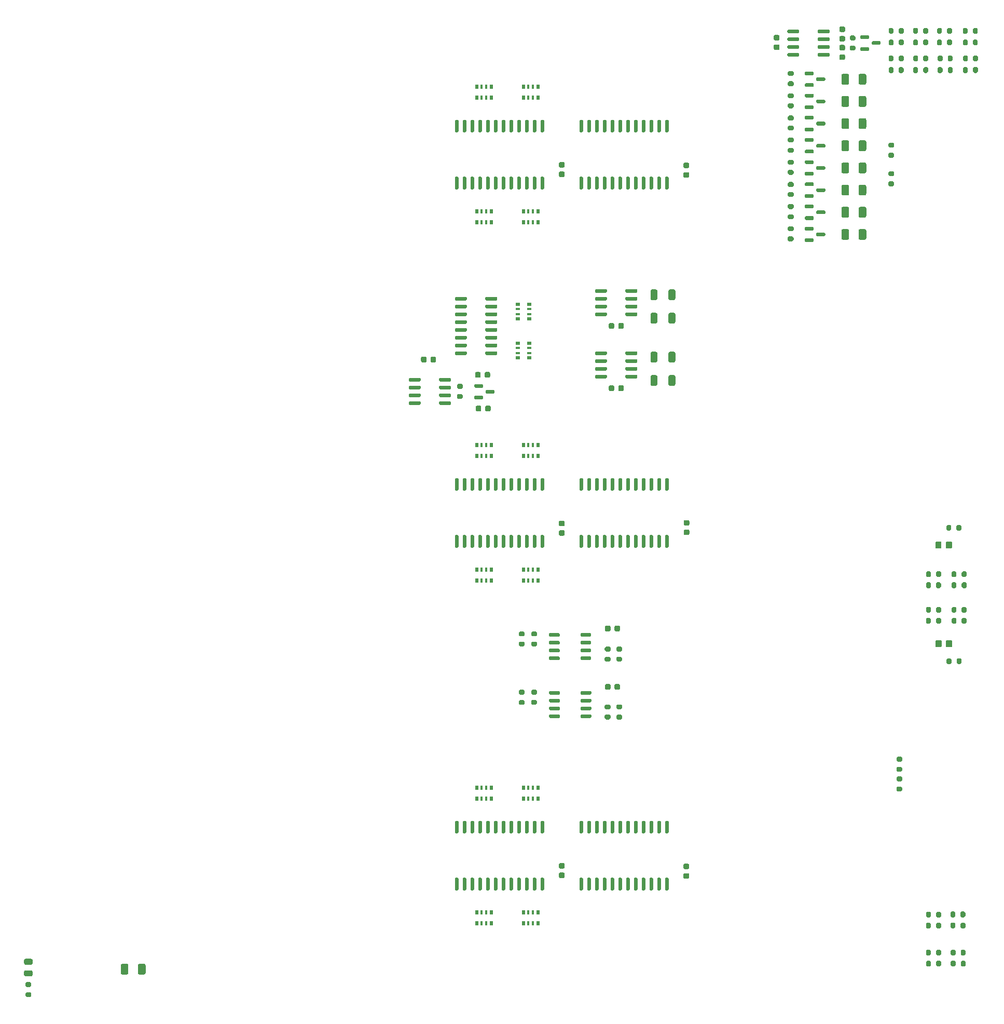
<source format=gtp>
G04 #@! TF.GenerationSoftware,KiCad,Pcbnew,7.0.10-7.0.10~ubuntu22.04.1*
G04 #@! TF.CreationDate,2024-01-05T22:47:40+00:00*
G04 #@! TF.ProjectId,digital_inputs,64696769-7461-46c5-9f69-6e707574732e,rev?*
G04 #@! TF.SameCoordinates,PX791ddc0PYca2dd00*
G04 #@! TF.FileFunction,Paste,Top*
G04 #@! TF.FilePolarity,Positive*
%FSLAX46Y46*%
G04 Gerber Fmt 4.6, Leading zero omitted, Abs format (unit mm)*
G04 Created by KiCad (PCBNEW 7.0.10-7.0.10~ubuntu22.04.1) date 2024-01-05 22:47:40*
%MOMM*%
%LPD*%
G01*
G04 APERTURE LIST*
%ADD10R,0.500000X0.800000*%
%ADD11R,0.400000X0.800000*%
%ADD12R,0.800000X0.500000*%
%ADD13R,0.800000X0.400000*%
G04 APERTURE END LIST*
G04 #@! TO.C,R38*
G36*
G01*
X166025000Y15475000D02*
X166025000Y14925000D01*
G75*
G02*
X165825000Y14725000I-200000J0D01*
G01*
X165425000Y14725000D01*
G75*
G02*
X165225000Y14925000I0J200000D01*
G01*
X165225000Y15475000D01*
G75*
G02*
X165425000Y15675000I200000J0D01*
G01*
X165825000Y15675000D01*
G75*
G02*
X166025000Y15475000I0J-200000D01*
G01*
G37*
G36*
G01*
X164375000Y15475000D02*
X164375000Y14925000D01*
G75*
G02*
X164175000Y14725000I-200000J0D01*
G01*
X163775000Y14725000D01*
G75*
G02*
X163575000Y14925000I0J200000D01*
G01*
X163575000Y15475000D01*
G75*
G02*
X163775000Y15675000I200000J0D01*
G01*
X164175000Y15675000D01*
G75*
G02*
X164375000Y15475000I0J-200000D01*
G01*
G37*
G04 #@! TD*
G04 #@! TO.C,F6*
G36*
G01*
X149775000Y152575000D02*
X149775000Y153825000D01*
G75*
G02*
X150025000Y154075000I250000J0D01*
G01*
X150775000Y154075000D01*
G75*
G02*
X151025000Y153825000I0J-250000D01*
G01*
X151025000Y152575000D01*
G75*
G02*
X150775000Y152325000I-250000J0D01*
G01*
X150025000Y152325000D01*
G75*
G02*
X149775000Y152575000I0J250000D01*
G01*
G37*
G36*
G01*
X152575000Y152575000D02*
X152575000Y153825000D01*
G75*
G02*
X152825000Y154075000I250000J0D01*
G01*
X153575000Y154075000D01*
G75*
G02*
X153825000Y153825000I0J-250000D01*
G01*
X153825000Y152575000D01*
G75*
G02*
X153575000Y152325000I-250000J0D01*
G01*
X152825000Y152325000D01*
G75*
G02*
X152575000Y152575000I0J250000D01*
G01*
G37*
G04 #@! TD*
G04 #@! TO.C,R59*
G36*
G01*
X172050000Y156875000D02*
X172050000Y156325000D01*
G75*
G02*
X171850000Y156125000I-200000J0D01*
G01*
X171450000Y156125000D01*
G75*
G02*
X171250000Y156325000I0J200000D01*
G01*
X171250000Y156875000D01*
G75*
G02*
X171450000Y157075000I200000J0D01*
G01*
X171850000Y157075000D01*
G75*
G02*
X172050000Y156875000I0J-200000D01*
G01*
G37*
G36*
G01*
X170400000Y156875000D02*
X170400000Y156325000D01*
G75*
G02*
X170200000Y156125000I-200000J0D01*
G01*
X169800000Y156125000D01*
G75*
G02*
X169600000Y156325000I0J200000D01*
G01*
X169600000Y156875000D01*
G75*
G02*
X169800000Y157075000I200000J0D01*
G01*
X170200000Y157075000D01*
G75*
G02*
X170400000Y156875000I0J-200000D01*
G01*
G37*
G04 #@! TD*
G04 #@! TO.C,R41*
G36*
G01*
X159500000Y40275000D02*
X158950000Y40275000D01*
G75*
G02*
X158750000Y40475000I0J200000D01*
G01*
X158750000Y40875000D01*
G75*
G02*
X158950000Y41075000I200000J0D01*
G01*
X159500000Y41075000D01*
G75*
G02*
X159700000Y40875000I0J-200000D01*
G01*
X159700000Y40475000D01*
G75*
G02*
X159500000Y40275000I-200000J0D01*
G01*
G37*
G36*
G01*
X159500000Y41925000D02*
X158950000Y41925000D01*
G75*
G02*
X158750000Y42125000I0J200000D01*
G01*
X158750000Y42525000D01*
G75*
G02*
X158950000Y42725000I200000J0D01*
G01*
X159500000Y42725000D01*
G75*
G02*
X159700000Y42525000I0J-200000D01*
G01*
X159700000Y42125000D01*
G75*
G02*
X159500000Y41925000I-200000J0D01*
G01*
G37*
G04 #@! TD*
G04 #@! TO.C,C14*
G36*
G01*
X90000000Y104755000D02*
X90000000Y105255000D01*
G75*
G02*
X90225000Y105480000I225000J0D01*
G01*
X90675000Y105480000D01*
G75*
G02*
X90900000Y105255000I0J-225000D01*
G01*
X90900000Y104755000D01*
G75*
G02*
X90675000Y104530000I-225000J0D01*
G01*
X90225000Y104530000D01*
G75*
G02*
X90000000Y104755000I0J225000D01*
G01*
G37*
G36*
G01*
X91550000Y104755000D02*
X91550000Y105255000D01*
G75*
G02*
X91775000Y105480000I225000J0D01*
G01*
X92225000Y105480000D01*
G75*
G02*
X92450000Y105255000I0J-225000D01*
G01*
X92450000Y104755000D01*
G75*
G02*
X92225000Y104530000I-225000J0D01*
G01*
X91775000Y104530000D01*
G75*
G02*
X91550000Y104755000I0J225000D01*
G01*
G37*
G04 #@! TD*
G04 #@! TO.C,Q3*
G36*
G01*
X143787500Y146771430D02*
X143787500Y147071430D01*
G75*
G02*
X143937500Y147221430I150000J0D01*
G01*
X145112500Y147221430D01*
G75*
G02*
X145262500Y147071430I0J-150000D01*
G01*
X145262500Y146771430D01*
G75*
G02*
X145112500Y146621430I-150000J0D01*
G01*
X143937500Y146621430D01*
G75*
G02*
X143787500Y146771430I0J150000D01*
G01*
G37*
G36*
G01*
X145662500Y145821430D02*
X145662500Y146121430D01*
G75*
G02*
X145812500Y146271430I150000J0D01*
G01*
X146987500Y146271430D01*
G75*
G02*
X147137500Y146121430I0J-150000D01*
G01*
X147137500Y145821430D01*
G75*
G02*
X146987500Y145671430I-150000J0D01*
G01*
X145812500Y145671430D01*
G75*
G02*
X145662500Y145821430I0J150000D01*
G01*
G37*
G36*
G01*
X143787500Y144871430D02*
X143787500Y145171430D01*
G75*
G02*
X143937500Y145321430I150000J0D01*
G01*
X145112500Y145321430D01*
G75*
G02*
X145262500Y145171430I0J-150000D01*
G01*
X145262500Y144871430D01*
G75*
G02*
X145112500Y144721430I-150000J0D01*
G01*
X143937500Y144721430D01*
G75*
G02*
X143787500Y144871430I0J150000D01*
G01*
G37*
G04 #@! TD*
G04 #@! TO.C,D1*
G36*
G01*
X17556250Y6937500D02*
X16643750Y6937500D01*
G75*
G02*
X16400000Y7181250I0J243750D01*
G01*
X16400000Y7668750D01*
G75*
G02*
X16643750Y7912500I243750J0D01*
G01*
X17556250Y7912500D01*
G75*
G02*
X17800000Y7668750I0J-243750D01*
G01*
X17800000Y7181250D01*
G75*
G02*
X17556250Y6937500I-243750J0D01*
G01*
G37*
G36*
G01*
X17556250Y8812500D02*
X16643750Y8812500D01*
G75*
G02*
X16400000Y9056250I0J243750D01*
G01*
X16400000Y9543750D01*
G75*
G02*
X16643750Y9787500I243750J0D01*
G01*
X17556250Y9787500D01*
G75*
G02*
X17800000Y9543750I0J-243750D01*
G01*
X17800000Y9056250D01*
G75*
G02*
X17556250Y8812500I-243750J0D01*
G01*
G37*
G04 #@! TD*
G04 #@! TO.C,R44*
G36*
G01*
X166025000Y9275000D02*
X166025000Y8725000D01*
G75*
G02*
X165825000Y8525000I-200000J0D01*
G01*
X165425000Y8525000D01*
G75*
G02*
X165225000Y8725000I0J200000D01*
G01*
X165225000Y9275000D01*
G75*
G02*
X165425000Y9475000I200000J0D01*
G01*
X165825000Y9475000D01*
G75*
G02*
X166025000Y9275000I0J-200000D01*
G01*
G37*
G36*
G01*
X164375000Y9275000D02*
X164375000Y8725000D01*
G75*
G02*
X164175000Y8525000I-200000J0D01*
G01*
X163775000Y8525000D01*
G75*
G02*
X163575000Y8725000I0J200000D01*
G01*
X163575000Y9275000D01*
G75*
G02*
X163775000Y9475000I200000J0D01*
G01*
X164175000Y9475000D01*
G75*
G02*
X164375000Y9275000I0J-200000D01*
G01*
G37*
G04 #@! TD*
G04 #@! TO.C,R34*
G36*
G01*
X161475000Y160825000D02*
X161475000Y161375000D01*
G75*
G02*
X161675000Y161575000I200000J0D01*
G01*
X162075000Y161575000D01*
G75*
G02*
X162275000Y161375000I0J-200000D01*
G01*
X162275000Y160825000D01*
G75*
G02*
X162075000Y160625000I-200000J0D01*
G01*
X161675000Y160625000D01*
G75*
G02*
X161475000Y160825000I0J200000D01*
G01*
G37*
G36*
G01*
X163125000Y160825000D02*
X163125000Y161375000D01*
G75*
G02*
X163325000Y161575000I200000J0D01*
G01*
X163725000Y161575000D01*
G75*
G02*
X163925000Y161375000I0J-200000D01*
G01*
X163925000Y160825000D01*
G75*
G02*
X163725000Y160625000I-200000J0D01*
G01*
X163325000Y160625000D01*
G75*
G02*
X163125000Y160825000I0J200000D01*
G01*
G37*
G04 #@! TD*
G04 #@! TO.C,F2*
G36*
G01*
X149775000Y138117860D02*
X149775000Y139367860D01*
G75*
G02*
X150025000Y139617860I250000J0D01*
G01*
X150775000Y139617860D01*
G75*
G02*
X151025000Y139367860I0J-250000D01*
G01*
X151025000Y138117860D01*
G75*
G02*
X150775000Y137867860I-250000J0D01*
G01*
X150025000Y137867860D01*
G75*
G02*
X149775000Y138117860I0J250000D01*
G01*
G37*
G36*
G01*
X152575000Y138117860D02*
X152575000Y139367860D01*
G75*
G02*
X152825000Y139617860I250000J0D01*
G01*
X153575000Y139617860D01*
G75*
G02*
X153825000Y139367860I0J-250000D01*
G01*
X153825000Y138117860D01*
G75*
G02*
X153575000Y137867860I-250000J0D01*
G01*
X152825000Y137867860D01*
G75*
G02*
X152575000Y138117860I0J250000D01*
G01*
G37*
G04 #@! TD*
G04 #@! TO.C,C12*
G36*
G01*
X138950000Y160425000D02*
X139450000Y160425000D01*
G75*
G02*
X139675000Y160200000I0J-225000D01*
G01*
X139675000Y159750000D01*
G75*
G02*
X139450000Y159525000I-225000J0D01*
G01*
X138950000Y159525000D01*
G75*
G02*
X138725000Y159750000I0J225000D01*
G01*
X138725000Y160200000D01*
G75*
G02*
X138950000Y160425000I225000J0D01*
G01*
G37*
G36*
G01*
X138950000Y158875000D02*
X139450000Y158875000D01*
G75*
G02*
X139675000Y158650000I0J-225000D01*
G01*
X139675000Y158200000D01*
G75*
G02*
X139450000Y157975000I-225000J0D01*
G01*
X138950000Y157975000D01*
G75*
G02*
X138725000Y158200000I0J225000D01*
G01*
X138725000Y158650000D01*
G75*
G02*
X138950000Y158875000I225000J0D01*
G01*
G37*
G04 #@! TD*
G04 #@! TO.C,R1*
G36*
G01*
X122675000Y118685000D02*
X122675000Y117435000D01*
G75*
G02*
X122425000Y117185000I-250000J0D01*
G01*
X121800000Y117185000D01*
G75*
G02*
X121550000Y117435000I0J250000D01*
G01*
X121550000Y118685000D01*
G75*
G02*
X121800000Y118935000I250000J0D01*
G01*
X122425000Y118935000D01*
G75*
G02*
X122675000Y118685000I0J-250000D01*
G01*
G37*
G36*
G01*
X119750000Y118685000D02*
X119750000Y117435000D01*
G75*
G02*
X119500000Y117185000I-250000J0D01*
G01*
X118875000Y117185000D01*
G75*
G02*
X118625000Y117435000I0J250000D01*
G01*
X118625000Y118685000D01*
G75*
G02*
X118875000Y118935000I250000J0D01*
G01*
X119500000Y118935000D01*
G75*
G02*
X119750000Y118685000I0J-250000D01*
G01*
G37*
G04 #@! TD*
D10*
G04 #@! TO.C,RN12*
X90240000Y15560000D03*
D11*
X91040000Y15560000D03*
X91840000Y15560000D03*
D10*
X92640000Y15560000D03*
X92640000Y17360000D03*
D11*
X91840000Y17360000D03*
X91040000Y17360000D03*
D10*
X90240000Y17360000D03*
G04 #@! TD*
G04 #@! TO.C,C8*
G36*
G01*
X114255000Y113230000D02*
X114255000Y112730000D01*
G75*
G02*
X114030000Y112505000I-225000J0D01*
G01*
X113580000Y112505000D01*
G75*
G02*
X113355000Y112730000I0J225000D01*
G01*
X113355000Y113230000D01*
G75*
G02*
X113580000Y113455000I225000J0D01*
G01*
X114030000Y113455000D01*
G75*
G02*
X114255000Y113230000I0J-225000D01*
G01*
G37*
G36*
G01*
X112705000Y113230000D02*
X112705000Y112730000D01*
G75*
G02*
X112480000Y112505000I-225000J0D01*
G01*
X112030000Y112505000D01*
G75*
G02*
X111805000Y112730000I0J225000D01*
G01*
X111805000Y113230000D01*
G75*
G02*
X112030000Y113455000I225000J0D01*
G01*
X112480000Y113455000D01*
G75*
G02*
X112705000Y113230000I0J-225000D01*
G01*
G37*
G04 #@! TD*
G04 #@! TO.C,RN9*
X92640000Y37680000D03*
D11*
X91840000Y37680000D03*
X91040000Y37680000D03*
D10*
X90240000Y37680000D03*
X90240000Y35880000D03*
D11*
X91040000Y35880000D03*
X91840000Y35880000D03*
D10*
X92640000Y35880000D03*
G04 #@! TD*
G04 #@! TO.C,C16*
G36*
G01*
X83625000Y107750000D02*
X83625000Y107250000D01*
G75*
G02*
X83400000Y107025000I-225000J0D01*
G01*
X82950000Y107025000D01*
G75*
G02*
X82725000Y107250000I0J225000D01*
G01*
X82725000Y107750000D01*
G75*
G02*
X82950000Y107975000I225000J0D01*
G01*
X83400000Y107975000D01*
G75*
G02*
X83625000Y107750000I0J-225000D01*
G01*
G37*
G36*
G01*
X82075000Y107750000D02*
X82075000Y107250000D01*
G75*
G02*
X81850000Y107025000I-225000J0D01*
G01*
X81400000Y107025000D01*
G75*
G02*
X81175000Y107250000I0J225000D01*
G01*
X81175000Y107750000D01*
G75*
G02*
X81400000Y107975000I225000J0D01*
G01*
X81850000Y107975000D01*
G75*
G02*
X82075000Y107750000I0J-225000D01*
G01*
G37*
G04 #@! TD*
G04 #@! TO.C,R12*
G36*
G01*
X122675000Y104715000D02*
X122675000Y103465000D01*
G75*
G02*
X122425000Y103215000I-250000J0D01*
G01*
X121800000Y103215000D01*
G75*
G02*
X121550000Y103465000I0J250000D01*
G01*
X121550000Y104715000D01*
G75*
G02*
X121800000Y104965000I250000J0D01*
G01*
X122425000Y104965000D01*
G75*
G02*
X122675000Y104715000I0J-250000D01*
G01*
G37*
G36*
G01*
X119750000Y104715000D02*
X119750000Y103465000D01*
G75*
G02*
X119500000Y103215000I-250000J0D01*
G01*
X118875000Y103215000D01*
G75*
G02*
X118625000Y103465000I0J250000D01*
G01*
X118625000Y104715000D01*
G75*
G02*
X118875000Y104965000I250000J0D01*
G01*
X119500000Y104965000D01*
G75*
G02*
X119750000Y104715000I0J-250000D01*
G01*
G37*
G04 #@! TD*
G04 #@! TO.C,U13*
G36*
G01*
X79175000Y104060000D02*
X79175000Y104360000D01*
G75*
G02*
X79325000Y104510000I150000J0D01*
G01*
X80975000Y104510000D01*
G75*
G02*
X81125000Y104360000I0J-150000D01*
G01*
X81125000Y104060000D01*
G75*
G02*
X80975000Y103910000I-150000J0D01*
G01*
X79325000Y103910000D01*
G75*
G02*
X79175000Y104060000I0J150000D01*
G01*
G37*
G36*
G01*
X79175000Y102790000D02*
X79175000Y103090000D01*
G75*
G02*
X79325000Y103240000I150000J0D01*
G01*
X80975000Y103240000D01*
G75*
G02*
X81125000Y103090000I0J-150000D01*
G01*
X81125000Y102790000D01*
G75*
G02*
X80975000Y102640000I-150000J0D01*
G01*
X79325000Y102640000D01*
G75*
G02*
X79175000Y102790000I0J150000D01*
G01*
G37*
G36*
G01*
X79175000Y101520000D02*
X79175000Y101820000D01*
G75*
G02*
X79325000Y101970000I150000J0D01*
G01*
X80975000Y101970000D01*
G75*
G02*
X81125000Y101820000I0J-150000D01*
G01*
X81125000Y101520000D01*
G75*
G02*
X80975000Y101370000I-150000J0D01*
G01*
X79325000Y101370000D01*
G75*
G02*
X79175000Y101520000I0J150000D01*
G01*
G37*
G36*
G01*
X79175000Y100250000D02*
X79175000Y100550000D01*
G75*
G02*
X79325000Y100700000I150000J0D01*
G01*
X80975000Y100700000D01*
G75*
G02*
X81125000Y100550000I0J-150000D01*
G01*
X81125000Y100250000D01*
G75*
G02*
X80975000Y100100000I-150000J0D01*
G01*
X79325000Y100100000D01*
G75*
G02*
X79175000Y100250000I0J150000D01*
G01*
G37*
G36*
G01*
X84125000Y100250000D02*
X84125000Y100550000D01*
G75*
G02*
X84275000Y100700000I150000J0D01*
G01*
X85925000Y100700000D01*
G75*
G02*
X86075000Y100550000I0J-150000D01*
G01*
X86075000Y100250000D01*
G75*
G02*
X85925000Y100100000I-150000J0D01*
G01*
X84275000Y100100000D01*
G75*
G02*
X84125000Y100250000I0J150000D01*
G01*
G37*
G36*
G01*
X84125000Y101520000D02*
X84125000Y101820000D01*
G75*
G02*
X84275000Y101970000I150000J0D01*
G01*
X85925000Y101970000D01*
G75*
G02*
X86075000Y101820000I0J-150000D01*
G01*
X86075000Y101520000D01*
G75*
G02*
X85925000Y101370000I-150000J0D01*
G01*
X84275000Y101370000D01*
G75*
G02*
X84125000Y101520000I0J150000D01*
G01*
G37*
G36*
G01*
X84125000Y102790000D02*
X84125000Y103090000D01*
G75*
G02*
X84275000Y103240000I150000J0D01*
G01*
X85925000Y103240000D01*
G75*
G02*
X86075000Y103090000I0J-150000D01*
G01*
X86075000Y102790000D01*
G75*
G02*
X85925000Y102640000I-150000J0D01*
G01*
X84275000Y102640000D01*
G75*
G02*
X84125000Y102790000I0J150000D01*
G01*
G37*
G36*
G01*
X84125000Y104060000D02*
X84125000Y104360000D01*
G75*
G02*
X84275000Y104510000I150000J0D01*
G01*
X85925000Y104510000D01*
G75*
G02*
X86075000Y104360000I0J-150000D01*
G01*
X86075000Y104060000D01*
G75*
G02*
X85925000Y103910000I-150000J0D01*
G01*
X84275000Y103910000D01*
G75*
G02*
X84125000Y104060000I0J150000D01*
G01*
G37*
G04 #@! TD*
G04 #@! TO.C,R48*
G36*
G01*
X170200000Y70975000D02*
X170200000Y70425000D01*
G75*
G02*
X170000000Y70225000I-200000J0D01*
G01*
X169600000Y70225000D01*
G75*
G02*
X169400000Y70425000I0J200000D01*
G01*
X169400000Y70975000D01*
G75*
G02*
X169600000Y71175000I200000J0D01*
G01*
X170000000Y71175000D01*
G75*
G02*
X170200000Y70975000I0J-200000D01*
G01*
G37*
G36*
G01*
X168550000Y70975000D02*
X168550000Y70425000D01*
G75*
G02*
X168350000Y70225000I-200000J0D01*
G01*
X167950000Y70225000D01*
G75*
G02*
X167750000Y70425000I0J200000D01*
G01*
X167750000Y70975000D01*
G75*
G02*
X167950000Y71175000I200000J0D01*
G01*
X168350000Y71175000D01*
G75*
G02*
X168550000Y70975000I0J-200000D01*
G01*
G37*
G04 #@! TD*
G04 #@! TO.C,U1*
G36*
G01*
X102050000Y62455000D02*
X102050000Y62755000D01*
G75*
G02*
X102200000Y62905000I150000J0D01*
G01*
X103650000Y62905000D01*
G75*
G02*
X103800000Y62755000I0J-150000D01*
G01*
X103800000Y62455000D01*
G75*
G02*
X103650000Y62305000I-150000J0D01*
G01*
X102200000Y62305000D01*
G75*
G02*
X102050000Y62455000I0J150000D01*
G01*
G37*
G36*
G01*
X102050000Y61185000D02*
X102050000Y61485000D01*
G75*
G02*
X102200000Y61635000I150000J0D01*
G01*
X103650000Y61635000D01*
G75*
G02*
X103800000Y61485000I0J-150000D01*
G01*
X103800000Y61185000D01*
G75*
G02*
X103650000Y61035000I-150000J0D01*
G01*
X102200000Y61035000D01*
G75*
G02*
X102050000Y61185000I0J150000D01*
G01*
G37*
G36*
G01*
X102050000Y59915000D02*
X102050000Y60215000D01*
G75*
G02*
X102200000Y60365000I150000J0D01*
G01*
X103650000Y60365000D01*
G75*
G02*
X103800000Y60215000I0J-150000D01*
G01*
X103800000Y59915000D01*
G75*
G02*
X103650000Y59765000I-150000J0D01*
G01*
X102200000Y59765000D01*
G75*
G02*
X102050000Y59915000I0J150000D01*
G01*
G37*
G36*
G01*
X102050000Y58645000D02*
X102050000Y58945000D01*
G75*
G02*
X102200000Y59095000I150000J0D01*
G01*
X103650000Y59095000D01*
G75*
G02*
X103800000Y58945000I0J-150000D01*
G01*
X103800000Y58645000D01*
G75*
G02*
X103650000Y58495000I-150000J0D01*
G01*
X102200000Y58495000D01*
G75*
G02*
X102050000Y58645000I0J150000D01*
G01*
G37*
G36*
G01*
X107200000Y58645000D02*
X107200000Y58945000D01*
G75*
G02*
X107350000Y59095000I150000J0D01*
G01*
X108800000Y59095000D01*
G75*
G02*
X108950000Y58945000I0J-150000D01*
G01*
X108950000Y58645000D01*
G75*
G02*
X108800000Y58495000I-150000J0D01*
G01*
X107350000Y58495000D01*
G75*
G02*
X107200000Y58645000I0J150000D01*
G01*
G37*
G36*
G01*
X107200000Y59915000D02*
X107200000Y60215000D01*
G75*
G02*
X107350000Y60365000I150000J0D01*
G01*
X108800000Y60365000D01*
G75*
G02*
X108950000Y60215000I0J-150000D01*
G01*
X108950000Y59915000D01*
G75*
G02*
X108800000Y59765000I-150000J0D01*
G01*
X107350000Y59765000D01*
G75*
G02*
X107200000Y59915000I0J150000D01*
G01*
G37*
G36*
G01*
X107200000Y61185000D02*
X107200000Y61485000D01*
G75*
G02*
X107350000Y61635000I150000J0D01*
G01*
X108800000Y61635000D01*
G75*
G02*
X108950000Y61485000I0J-150000D01*
G01*
X108950000Y61185000D01*
G75*
G02*
X108800000Y61035000I-150000J0D01*
G01*
X107350000Y61035000D01*
G75*
G02*
X107200000Y61185000I0J150000D01*
G01*
G37*
G36*
G01*
X107200000Y62455000D02*
X107200000Y62755000D01*
G75*
G02*
X107350000Y62905000I150000J0D01*
G01*
X108800000Y62905000D01*
G75*
G02*
X108950000Y62755000I0J-150000D01*
G01*
X108950000Y62455000D01*
G75*
G02*
X108800000Y62305000I-150000J0D01*
G01*
X107350000Y62305000D01*
G75*
G02*
X107200000Y62455000I0J150000D01*
G01*
G37*
G04 #@! TD*
G04 #@! TO.C,D2*
G36*
G01*
X152825000Y159900000D02*
X152825000Y160200000D01*
G75*
G02*
X152975000Y160350000I150000J0D01*
G01*
X154150000Y160350000D01*
G75*
G02*
X154300000Y160200000I0J-150000D01*
G01*
X154300000Y159900000D01*
G75*
G02*
X154150000Y159750000I-150000J0D01*
G01*
X152975000Y159750000D01*
G75*
G02*
X152825000Y159900000I0J150000D01*
G01*
G37*
G36*
G01*
X152825000Y158000000D02*
X152825000Y158300000D01*
G75*
G02*
X152975000Y158450000I150000J0D01*
G01*
X154150000Y158450000D01*
G75*
G02*
X154300000Y158300000I0J-150000D01*
G01*
X154300000Y158000000D01*
G75*
G02*
X154150000Y157850000I-150000J0D01*
G01*
X152975000Y157850000D01*
G75*
G02*
X152825000Y158000000I0J150000D01*
G01*
G37*
G36*
G01*
X154700000Y158950000D02*
X154700000Y159250000D01*
G75*
G02*
X154850000Y159400000I150000J0D01*
G01*
X156025000Y159400000D01*
G75*
G02*
X156175000Y159250000I0J-150000D01*
G01*
X156175000Y158950000D01*
G75*
G02*
X156025000Y158800000I-150000J0D01*
G01*
X154850000Y158800000D01*
G75*
G02*
X154700000Y158950000I0J150000D01*
G01*
G37*
G04 #@! TD*
G04 #@! TO.C,U11*
G36*
G01*
X102070000Y52995000D02*
X102070000Y53295000D01*
G75*
G02*
X102220000Y53445000I150000J0D01*
G01*
X103670000Y53445000D01*
G75*
G02*
X103820000Y53295000I0J-150000D01*
G01*
X103820000Y52995000D01*
G75*
G02*
X103670000Y52845000I-150000J0D01*
G01*
X102220000Y52845000D01*
G75*
G02*
X102070000Y52995000I0J150000D01*
G01*
G37*
G36*
G01*
X102070000Y51725000D02*
X102070000Y52025000D01*
G75*
G02*
X102220000Y52175000I150000J0D01*
G01*
X103670000Y52175000D01*
G75*
G02*
X103820000Y52025000I0J-150000D01*
G01*
X103820000Y51725000D01*
G75*
G02*
X103670000Y51575000I-150000J0D01*
G01*
X102220000Y51575000D01*
G75*
G02*
X102070000Y51725000I0J150000D01*
G01*
G37*
G36*
G01*
X102070000Y50455000D02*
X102070000Y50755000D01*
G75*
G02*
X102220000Y50905000I150000J0D01*
G01*
X103670000Y50905000D01*
G75*
G02*
X103820000Y50755000I0J-150000D01*
G01*
X103820000Y50455000D01*
G75*
G02*
X103670000Y50305000I-150000J0D01*
G01*
X102220000Y50305000D01*
G75*
G02*
X102070000Y50455000I0J150000D01*
G01*
G37*
G36*
G01*
X102070000Y49185000D02*
X102070000Y49485000D01*
G75*
G02*
X102220000Y49635000I150000J0D01*
G01*
X103670000Y49635000D01*
G75*
G02*
X103820000Y49485000I0J-150000D01*
G01*
X103820000Y49185000D01*
G75*
G02*
X103670000Y49035000I-150000J0D01*
G01*
X102220000Y49035000D01*
G75*
G02*
X102070000Y49185000I0J150000D01*
G01*
G37*
G36*
G01*
X107220000Y49185000D02*
X107220000Y49485000D01*
G75*
G02*
X107370000Y49635000I150000J0D01*
G01*
X108820000Y49635000D01*
G75*
G02*
X108970000Y49485000I0J-150000D01*
G01*
X108970000Y49185000D01*
G75*
G02*
X108820000Y49035000I-150000J0D01*
G01*
X107370000Y49035000D01*
G75*
G02*
X107220000Y49185000I0J150000D01*
G01*
G37*
G36*
G01*
X107220000Y50455000D02*
X107220000Y50755000D01*
G75*
G02*
X107370000Y50905000I150000J0D01*
G01*
X108820000Y50905000D01*
G75*
G02*
X108970000Y50755000I0J-150000D01*
G01*
X108970000Y50455000D01*
G75*
G02*
X108820000Y50305000I-150000J0D01*
G01*
X107370000Y50305000D01*
G75*
G02*
X107220000Y50455000I0J150000D01*
G01*
G37*
G36*
G01*
X107220000Y51725000D02*
X107220000Y52025000D01*
G75*
G02*
X107370000Y52175000I150000J0D01*
G01*
X108820000Y52175000D01*
G75*
G02*
X108970000Y52025000I0J-150000D01*
G01*
X108970000Y51725000D01*
G75*
G02*
X108820000Y51575000I-150000J0D01*
G01*
X107370000Y51575000D01*
G75*
G02*
X107220000Y51725000I0J150000D01*
G01*
G37*
G36*
G01*
X107220000Y52995000D02*
X107220000Y53295000D01*
G75*
G02*
X107370000Y53445000I150000J0D01*
G01*
X108820000Y53445000D01*
G75*
G02*
X108970000Y53295000I0J-150000D01*
G01*
X108970000Y52995000D01*
G75*
G02*
X108820000Y52845000I-150000J0D01*
G01*
X107370000Y52845000D01*
G75*
G02*
X107220000Y52995000I0J150000D01*
G01*
G37*
G04 #@! TD*
G04 #@! TO.C,F1*
G36*
G01*
X32175000Y7475000D02*
X32175000Y8725000D01*
G75*
G02*
X32425000Y8975000I250000J0D01*
G01*
X33175000Y8975000D01*
G75*
G02*
X33425000Y8725000I0J-250000D01*
G01*
X33425000Y7475000D01*
G75*
G02*
X33175000Y7225000I-250000J0D01*
G01*
X32425000Y7225000D01*
G75*
G02*
X32175000Y7475000I0J250000D01*
G01*
G37*
G36*
G01*
X34975000Y7475000D02*
X34975000Y8725000D01*
G75*
G02*
X35225000Y8975000I250000J0D01*
G01*
X35975000Y8975000D01*
G75*
G02*
X36225000Y8725000I0J-250000D01*
G01*
X36225000Y7475000D01*
G75*
G02*
X35975000Y7225000I-250000J0D01*
G01*
X35225000Y7225000D01*
G75*
G02*
X34975000Y7475000I0J250000D01*
G01*
G37*
G04 #@! TD*
G04 #@! TO.C,R11*
G36*
G01*
X97345000Y63165000D02*
X97895000Y63165000D01*
G75*
G02*
X98095000Y62965000I0J-200000D01*
G01*
X98095000Y62565000D01*
G75*
G02*
X97895000Y62365000I-200000J0D01*
G01*
X97345000Y62365000D01*
G75*
G02*
X97145000Y62565000I0J200000D01*
G01*
X97145000Y62965000D01*
G75*
G02*
X97345000Y63165000I200000J0D01*
G01*
G37*
G36*
G01*
X97345000Y61515000D02*
X97895000Y61515000D01*
G75*
G02*
X98095000Y61315000I0J-200000D01*
G01*
X98095000Y60915000D01*
G75*
G02*
X97895000Y60715000I-200000J0D01*
G01*
X97345000Y60715000D01*
G75*
G02*
X97145000Y60915000I0J200000D01*
G01*
X97145000Y61315000D01*
G75*
G02*
X97345000Y61515000I200000J0D01*
G01*
G37*
G04 #@! TD*
G04 #@! TO.C,R33*
G36*
G01*
X157475000Y158925000D02*
X157475000Y159475000D01*
G75*
G02*
X157675000Y159675000I200000J0D01*
G01*
X158075000Y159675000D01*
G75*
G02*
X158275000Y159475000I0J-200000D01*
G01*
X158275000Y158925000D01*
G75*
G02*
X158075000Y158725000I-200000J0D01*
G01*
X157675000Y158725000D01*
G75*
G02*
X157475000Y158925000I0J200000D01*
G01*
G37*
G36*
G01*
X159125000Y158925000D02*
X159125000Y159475000D01*
G75*
G02*
X159325000Y159675000I200000J0D01*
G01*
X159725000Y159675000D01*
G75*
G02*
X159925000Y159475000I0J-200000D01*
G01*
X159925000Y158925000D01*
G75*
G02*
X159725000Y158725000I-200000J0D01*
G01*
X159325000Y158725000D01*
G75*
G02*
X159125000Y158925000I0J200000D01*
G01*
G37*
G04 #@! TD*
G04 #@! TO.C,R50*
G36*
G01*
X167750000Y64625000D02*
X167750000Y65175000D01*
G75*
G02*
X167950000Y65375000I200000J0D01*
G01*
X168350000Y65375000D01*
G75*
G02*
X168550000Y65175000I0J-200000D01*
G01*
X168550000Y64625000D01*
G75*
G02*
X168350000Y64425000I-200000J0D01*
G01*
X167950000Y64425000D01*
G75*
G02*
X167750000Y64625000I0J200000D01*
G01*
G37*
G36*
G01*
X169400000Y64625000D02*
X169400000Y65175000D01*
G75*
G02*
X169600000Y65375000I200000J0D01*
G01*
X170000000Y65375000D01*
G75*
G02*
X170200000Y65175000I0J-200000D01*
G01*
X170200000Y64625000D01*
G75*
G02*
X170000000Y64425000I-200000J0D01*
G01*
X169600000Y64425000D01*
G75*
G02*
X169400000Y64625000I0J200000D01*
G01*
G37*
G04 #@! TD*
G04 #@! TO.C,Q2*
G36*
G01*
X143787500Y143157145D02*
X143787500Y143457145D01*
G75*
G02*
X143937500Y143607145I150000J0D01*
G01*
X145112500Y143607145D01*
G75*
G02*
X145262500Y143457145I0J-150000D01*
G01*
X145262500Y143157145D01*
G75*
G02*
X145112500Y143007145I-150000J0D01*
G01*
X143937500Y143007145D01*
G75*
G02*
X143787500Y143157145I0J150000D01*
G01*
G37*
G36*
G01*
X145662500Y142207145D02*
X145662500Y142507145D01*
G75*
G02*
X145812500Y142657145I150000J0D01*
G01*
X146987500Y142657145D01*
G75*
G02*
X147137500Y142507145I0J-150000D01*
G01*
X147137500Y142207145D01*
G75*
G02*
X146987500Y142057145I-150000J0D01*
G01*
X145812500Y142057145D01*
G75*
G02*
X145662500Y142207145I0J150000D01*
G01*
G37*
G36*
G01*
X143787500Y141257145D02*
X143787500Y141557145D01*
G75*
G02*
X143937500Y141707145I150000J0D01*
G01*
X145112500Y141707145D01*
G75*
G02*
X145262500Y141557145I0J-150000D01*
G01*
X145262500Y141257145D01*
G75*
G02*
X145112500Y141107145I-150000J0D01*
G01*
X143937500Y141107145D01*
G75*
G02*
X143787500Y141257145I0J150000D01*
G01*
G37*
G04 #@! TD*
G04 #@! TO.C,R42*
G36*
G01*
X167550000Y16750000D02*
X167550000Y17300000D01*
G75*
G02*
X167750000Y17500000I200000J0D01*
G01*
X168150000Y17500000D01*
G75*
G02*
X168350000Y17300000I0J-200000D01*
G01*
X168350000Y16750000D01*
G75*
G02*
X168150000Y16550000I-200000J0D01*
G01*
X167750000Y16550000D01*
G75*
G02*
X167550000Y16750000I0J200000D01*
G01*
G37*
G36*
G01*
X169200000Y16750000D02*
X169200000Y17300000D01*
G75*
G02*
X169400000Y17500000I200000J0D01*
G01*
X169800000Y17500000D01*
G75*
G02*
X170000000Y17300000I0J-200000D01*
G01*
X170000000Y16750000D01*
G75*
G02*
X169800000Y16550000I-200000J0D01*
G01*
X169400000Y16550000D01*
G75*
G02*
X169200000Y16750000I0J200000D01*
G01*
G37*
G04 #@! TD*
G04 #@! TO.C,R14*
G36*
G01*
X141775000Y137617860D02*
X141225000Y137617860D01*
G75*
G02*
X141025000Y137817860I0J200000D01*
G01*
X141025000Y138217860D01*
G75*
G02*
X141225000Y138417860I200000J0D01*
G01*
X141775000Y138417860D01*
G75*
G02*
X141975000Y138217860I0J-200000D01*
G01*
X141975000Y137817860D01*
G75*
G02*
X141775000Y137617860I-200000J0D01*
G01*
G37*
G36*
G01*
X141775000Y139267860D02*
X141225000Y139267860D01*
G75*
G02*
X141025000Y139467860I0J200000D01*
G01*
X141025000Y139867860D01*
G75*
G02*
X141225000Y140067860I200000J0D01*
G01*
X141775000Y140067860D01*
G75*
G02*
X141975000Y139867860I0J-200000D01*
G01*
X141975000Y139467860D01*
G75*
G02*
X141775000Y139267860I-200000J0D01*
G01*
G37*
G04 #@! TD*
G04 #@! TO.C,C9*
G36*
G01*
X114255000Y103070000D02*
X114255000Y102570000D01*
G75*
G02*
X114030000Y102345000I-225000J0D01*
G01*
X113580000Y102345000D01*
G75*
G02*
X113355000Y102570000I0J225000D01*
G01*
X113355000Y103070000D01*
G75*
G02*
X113580000Y103295000I225000J0D01*
G01*
X114030000Y103295000D01*
G75*
G02*
X114255000Y103070000I0J-225000D01*
G01*
G37*
G36*
G01*
X112705000Y103070000D02*
X112705000Y102570000D01*
G75*
G02*
X112480000Y102345000I-225000J0D01*
G01*
X112030000Y102345000D01*
G75*
G02*
X111805000Y102570000I0J225000D01*
G01*
X111805000Y103070000D01*
G75*
G02*
X112030000Y103295000I225000J0D01*
G01*
X112480000Y103295000D01*
G75*
G02*
X112705000Y103070000I0J-225000D01*
G01*
G37*
G04 #@! TD*
G04 #@! TO.C,R25*
G36*
G01*
X157475000Y156325000D02*
X157475000Y156875000D01*
G75*
G02*
X157675000Y157075000I200000J0D01*
G01*
X158075000Y157075000D01*
G75*
G02*
X158275000Y156875000I0J-200000D01*
G01*
X158275000Y156325000D01*
G75*
G02*
X158075000Y156125000I-200000J0D01*
G01*
X157675000Y156125000D01*
G75*
G02*
X157475000Y156325000I0J200000D01*
G01*
G37*
G36*
G01*
X159125000Y156325000D02*
X159125000Y156875000D01*
G75*
G02*
X159325000Y157075000I200000J0D01*
G01*
X159725000Y157075000D01*
G75*
G02*
X159925000Y156875000I0J-200000D01*
G01*
X159925000Y156325000D01*
G75*
G02*
X159725000Y156125000I-200000J0D01*
G01*
X159325000Y156125000D01*
G75*
G02*
X159125000Y156325000I0J200000D01*
G01*
G37*
G04 #@! TD*
G04 #@! TO.C,C2*
G36*
G01*
X124210000Y139605000D02*
X124710000Y139605000D01*
G75*
G02*
X124935000Y139380000I0J-225000D01*
G01*
X124935000Y138930000D01*
G75*
G02*
X124710000Y138705000I-225000J0D01*
G01*
X124210000Y138705000D01*
G75*
G02*
X123985000Y138930000I0J225000D01*
G01*
X123985000Y139380000D01*
G75*
G02*
X124210000Y139605000I225000J0D01*
G01*
G37*
G36*
G01*
X124210000Y138055000D02*
X124710000Y138055000D01*
G75*
G02*
X124935000Y137830000I0J-225000D01*
G01*
X124935000Y137380000D01*
G75*
G02*
X124710000Y137155000I-225000J0D01*
G01*
X124210000Y137155000D01*
G75*
G02*
X123985000Y137380000I0J225000D01*
G01*
X123985000Y137830000D01*
G75*
G02*
X124210000Y138055000I225000J0D01*
G01*
G37*
G04 #@! TD*
G04 #@! TO.C,U12*
G36*
G01*
X140950000Y160855000D02*
X140950000Y161155000D01*
G75*
G02*
X141100000Y161305000I150000J0D01*
G01*
X142750000Y161305000D01*
G75*
G02*
X142900000Y161155000I0J-150000D01*
G01*
X142900000Y160855000D01*
G75*
G02*
X142750000Y160705000I-150000J0D01*
G01*
X141100000Y160705000D01*
G75*
G02*
X140950000Y160855000I0J150000D01*
G01*
G37*
G36*
G01*
X140950000Y159585000D02*
X140950000Y159885000D01*
G75*
G02*
X141100000Y160035000I150000J0D01*
G01*
X142750000Y160035000D01*
G75*
G02*
X142900000Y159885000I0J-150000D01*
G01*
X142900000Y159585000D01*
G75*
G02*
X142750000Y159435000I-150000J0D01*
G01*
X141100000Y159435000D01*
G75*
G02*
X140950000Y159585000I0J150000D01*
G01*
G37*
G36*
G01*
X140950000Y158315000D02*
X140950000Y158615000D01*
G75*
G02*
X141100000Y158765000I150000J0D01*
G01*
X142750000Y158765000D01*
G75*
G02*
X142900000Y158615000I0J-150000D01*
G01*
X142900000Y158315000D01*
G75*
G02*
X142750000Y158165000I-150000J0D01*
G01*
X141100000Y158165000D01*
G75*
G02*
X140950000Y158315000I0J150000D01*
G01*
G37*
G36*
G01*
X140950000Y157045000D02*
X140950000Y157345000D01*
G75*
G02*
X141100000Y157495000I150000J0D01*
G01*
X142750000Y157495000D01*
G75*
G02*
X142900000Y157345000I0J-150000D01*
G01*
X142900000Y157045000D01*
G75*
G02*
X142750000Y156895000I-150000J0D01*
G01*
X141100000Y156895000D01*
G75*
G02*
X140950000Y157045000I0J150000D01*
G01*
G37*
G36*
G01*
X145900000Y157045000D02*
X145900000Y157345000D01*
G75*
G02*
X146050000Y157495000I150000J0D01*
G01*
X147700000Y157495000D01*
G75*
G02*
X147850000Y157345000I0J-150000D01*
G01*
X147850000Y157045000D01*
G75*
G02*
X147700000Y156895000I-150000J0D01*
G01*
X146050000Y156895000D01*
G75*
G02*
X145900000Y157045000I0J150000D01*
G01*
G37*
G36*
G01*
X145900000Y158315000D02*
X145900000Y158615000D01*
G75*
G02*
X146050000Y158765000I150000J0D01*
G01*
X147700000Y158765000D01*
G75*
G02*
X147850000Y158615000I0J-150000D01*
G01*
X147850000Y158315000D01*
G75*
G02*
X147700000Y158165000I-150000J0D01*
G01*
X146050000Y158165000D01*
G75*
G02*
X145900000Y158315000I0J150000D01*
G01*
G37*
G36*
G01*
X145900000Y159585000D02*
X145900000Y159885000D01*
G75*
G02*
X146050000Y160035000I150000J0D01*
G01*
X147700000Y160035000D01*
G75*
G02*
X147850000Y159885000I0J-150000D01*
G01*
X147850000Y159585000D01*
G75*
G02*
X147700000Y159435000I-150000J0D01*
G01*
X146050000Y159435000D01*
G75*
G02*
X145900000Y159585000I0J150000D01*
G01*
G37*
G36*
G01*
X145900000Y160855000D02*
X145900000Y161155000D01*
G75*
G02*
X146050000Y161305000I150000J0D01*
G01*
X147700000Y161305000D01*
G75*
G02*
X147850000Y161155000I0J-150000D01*
G01*
X147850000Y160855000D01*
G75*
G02*
X147700000Y160705000I-150000J0D01*
G01*
X146050000Y160705000D01*
G75*
G02*
X145900000Y160855000I0J150000D01*
G01*
G37*
G04 #@! TD*
G04 #@! TO.C,R5*
G36*
G01*
X113245000Y60690000D02*
X113795000Y60690000D01*
G75*
G02*
X113995000Y60490000I0J-200000D01*
G01*
X113995000Y60090000D01*
G75*
G02*
X113795000Y59890000I-200000J0D01*
G01*
X113245000Y59890000D01*
G75*
G02*
X113045000Y60090000I0J200000D01*
G01*
X113045000Y60490000D01*
G75*
G02*
X113245000Y60690000I200000J0D01*
G01*
G37*
G36*
G01*
X113245000Y59040000D02*
X113795000Y59040000D01*
G75*
G02*
X113995000Y58840000I0J-200000D01*
G01*
X113995000Y58440000D01*
G75*
G02*
X113795000Y58240000I-200000J0D01*
G01*
X113245000Y58240000D01*
G75*
G02*
X113045000Y58440000I0J200000D01*
G01*
X113045000Y58840000D01*
G75*
G02*
X113245000Y59040000I200000J0D01*
G01*
G37*
G04 #@! TD*
G04 #@! TO.C,R40*
G36*
G01*
X159500000Y37075000D02*
X158950000Y37075000D01*
G75*
G02*
X158750000Y37275000I0J200000D01*
G01*
X158750000Y37675000D01*
G75*
G02*
X158950000Y37875000I200000J0D01*
G01*
X159500000Y37875000D01*
G75*
G02*
X159700000Y37675000I0J-200000D01*
G01*
X159700000Y37275000D01*
G75*
G02*
X159500000Y37075000I-200000J0D01*
G01*
G37*
G36*
G01*
X159500000Y38725000D02*
X158950000Y38725000D01*
G75*
G02*
X158750000Y38925000I0J200000D01*
G01*
X158750000Y39325000D01*
G75*
G02*
X158950000Y39525000I200000J0D01*
G01*
X159500000Y39525000D01*
G75*
G02*
X159700000Y39325000I0J-200000D01*
G01*
X159700000Y38925000D01*
G75*
G02*
X159500000Y38725000I-200000J0D01*
G01*
G37*
G04 #@! TD*
G04 #@! TO.C,U2*
G36*
G01*
X121135000Y146595000D02*
X121435000Y146595000D01*
G75*
G02*
X121585000Y146445000I0J-150000D01*
G01*
X121585000Y144695000D01*
G75*
G02*
X121435000Y144545000I-150000J0D01*
G01*
X121135000Y144545000D01*
G75*
G02*
X120985000Y144695000I0J150000D01*
G01*
X120985000Y146445000D01*
G75*
G02*
X121135000Y146595000I150000J0D01*
G01*
G37*
G36*
G01*
X119865000Y146595000D02*
X120165000Y146595000D01*
G75*
G02*
X120315000Y146445000I0J-150000D01*
G01*
X120315000Y144695000D01*
G75*
G02*
X120165000Y144545000I-150000J0D01*
G01*
X119865000Y144545000D01*
G75*
G02*
X119715000Y144695000I0J150000D01*
G01*
X119715000Y146445000D01*
G75*
G02*
X119865000Y146595000I150000J0D01*
G01*
G37*
G36*
G01*
X118595000Y146595000D02*
X118895000Y146595000D01*
G75*
G02*
X119045000Y146445000I0J-150000D01*
G01*
X119045000Y144695000D01*
G75*
G02*
X118895000Y144545000I-150000J0D01*
G01*
X118595000Y144545000D01*
G75*
G02*
X118445000Y144695000I0J150000D01*
G01*
X118445000Y146445000D01*
G75*
G02*
X118595000Y146595000I150000J0D01*
G01*
G37*
G36*
G01*
X117325000Y146595000D02*
X117625000Y146595000D01*
G75*
G02*
X117775000Y146445000I0J-150000D01*
G01*
X117775000Y144695000D01*
G75*
G02*
X117625000Y144545000I-150000J0D01*
G01*
X117325000Y144545000D01*
G75*
G02*
X117175000Y144695000I0J150000D01*
G01*
X117175000Y146445000D01*
G75*
G02*
X117325000Y146595000I150000J0D01*
G01*
G37*
G36*
G01*
X116055000Y146595000D02*
X116355000Y146595000D01*
G75*
G02*
X116505000Y146445000I0J-150000D01*
G01*
X116505000Y144695000D01*
G75*
G02*
X116355000Y144545000I-150000J0D01*
G01*
X116055000Y144545000D01*
G75*
G02*
X115905000Y144695000I0J150000D01*
G01*
X115905000Y146445000D01*
G75*
G02*
X116055000Y146595000I150000J0D01*
G01*
G37*
G36*
G01*
X114785000Y146595000D02*
X115085000Y146595000D01*
G75*
G02*
X115235000Y146445000I0J-150000D01*
G01*
X115235000Y144695000D01*
G75*
G02*
X115085000Y144545000I-150000J0D01*
G01*
X114785000Y144545000D01*
G75*
G02*
X114635000Y144695000I0J150000D01*
G01*
X114635000Y146445000D01*
G75*
G02*
X114785000Y146595000I150000J0D01*
G01*
G37*
G36*
G01*
X113515000Y146595000D02*
X113815000Y146595000D01*
G75*
G02*
X113965000Y146445000I0J-150000D01*
G01*
X113965000Y144695000D01*
G75*
G02*
X113815000Y144545000I-150000J0D01*
G01*
X113515000Y144545000D01*
G75*
G02*
X113365000Y144695000I0J150000D01*
G01*
X113365000Y146445000D01*
G75*
G02*
X113515000Y146595000I150000J0D01*
G01*
G37*
G36*
G01*
X112245000Y146595000D02*
X112545000Y146595000D01*
G75*
G02*
X112695000Y146445000I0J-150000D01*
G01*
X112695000Y144695000D01*
G75*
G02*
X112545000Y144545000I-150000J0D01*
G01*
X112245000Y144545000D01*
G75*
G02*
X112095000Y144695000I0J150000D01*
G01*
X112095000Y146445000D01*
G75*
G02*
X112245000Y146595000I150000J0D01*
G01*
G37*
G36*
G01*
X110975000Y146595000D02*
X111275000Y146595000D01*
G75*
G02*
X111425000Y146445000I0J-150000D01*
G01*
X111425000Y144695000D01*
G75*
G02*
X111275000Y144545000I-150000J0D01*
G01*
X110975000Y144545000D01*
G75*
G02*
X110825000Y144695000I0J150000D01*
G01*
X110825000Y146445000D01*
G75*
G02*
X110975000Y146595000I150000J0D01*
G01*
G37*
G36*
G01*
X109705000Y146595000D02*
X110005000Y146595000D01*
G75*
G02*
X110155000Y146445000I0J-150000D01*
G01*
X110155000Y144695000D01*
G75*
G02*
X110005000Y144545000I-150000J0D01*
G01*
X109705000Y144545000D01*
G75*
G02*
X109555000Y144695000I0J150000D01*
G01*
X109555000Y146445000D01*
G75*
G02*
X109705000Y146595000I150000J0D01*
G01*
G37*
G36*
G01*
X108435000Y146595000D02*
X108735000Y146595000D01*
G75*
G02*
X108885000Y146445000I0J-150000D01*
G01*
X108885000Y144695000D01*
G75*
G02*
X108735000Y144545000I-150000J0D01*
G01*
X108435000Y144545000D01*
G75*
G02*
X108285000Y144695000I0J150000D01*
G01*
X108285000Y146445000D01*
G75*
G02*
X108435000Y146595000I150000J0D01*
G01*
G37*
G36*
G01*
X107165000Y146595000D02*
X107465000Y146595000D01*
G75*
G02*
X107615000Y146445000I0J-150000D01*
G01*
X107615000Y144695000D01*
G75*
G02*
X107465000Y144545000I-150000J0D01*
G01*
X107165000Y144545000D01*
G75*
G02*
X107015000Y144695000I0J150000D01*
G01*
X107015000Y146445000D01*
G75*
G02*
X107165000Y146595000I150000J0D01*
G01*
G37*
G36*
G01*
X107165000Y137295000D02*
X107465000Y137295000D01*
G75*
G02*
X107615000Y137145000I0J-150000D01*
G01*
X107615000Y135395000D01*
G75*
G02*
X107465000Y135245000I-150000J0D01*
G01*
X107165000Y135245000D01*
G75*
G02*
X107015000Y135395000I0J150000D01*
G01*
X107015000Y137145000D01*
G75*
G02*
X107165000Y137295000I150000J0D01*
G01*
G37*
G36*
G01*
X108435000Y137295000D02*
X108735000Y137295000D01*
G75*
G02*
X108885000Y137145000I0J-150000D01*
G01*
X108885000Y135395000D01*
G75*
G02*
X108735000Y135245000I-150000J0D01*
G01*
X108435000Y135245000D01*
G75*
G02*
X108285000Y135395000I0J150000D01*
G01*
X108285000Y137145000D01*
G75*
G02*
X108435000Y137295000I150000J0D01*
G01*
G37*
G36*
G01*
X109705000Y137295000D02*
X110005000Y137295000D01*
G75*
G02*
X110155000Y137145000I0J-150000D01*
G01*
X110155000Y135395000D01*
G75*
G02*
X110005000Y135245000I-150000J0D01*
G01*
X109705000Y135245000D01*
G75*
G02*
X109555000Y135395000I0J150000D01*
G01*
X109555000Y137145000D01*
G75*
G02*
X109705000Y137295000I150000J0D01*
G01*
G37*
G36*
G01*
X110975000Y137295000D02*
X111275000Y137295000D01*
G75*
G02*
X111425000Y137145000I0J-150000D01*
G01*
X111425000Y135395000D01*
G75*
G02*
X111275000Y135245000I-150000J0D01*
G01*
X110975000Y135245000D01*
G75*
G02*
X110825000Y135395000I0J150000D01*
G01*
X110825000Y137145000D01*
G75*
G02*
X110975000Y137295000I150000J0D01*
G01*
G37*
G36*
G01*
X112245000Y137295000D02*
X112545000Y137295000D01*
G75*
G02*
X112695000Y137145000I0J-150000D01*
G01*
X112695000Y135395000D01*
G75*
G02*
X112545000Y135245000I-150000J0D01*
G01*
X112245000Y135245000D01*
G75*
G02*
X112095000Y135395000I0J150000D01*
G01*
X112095000Y137145000D01*
G75*
G02*
X112245000Y137295000I150000J0D01*
G01*
G37*
G36*
G01*
X113515000Y137295000D02*
X113815000Y137295000D01*
G75*
G02*
X113965000Y137145000I0J-150000D01*
G01*
X113965000Y135395000D01*
G75*
G02*
X113815000Y135245000I-150000J0D01*
G01*
X113515000Y135245000D01*
G75*
G02*
X113365000Y135395000I0J150000D01*
G01*
X113365000Y137145000D01*
G75*
G02*
X113515000Y137295000I150000J0D01*
G01*
G37*
G36*
G01*
X114785000Y137295000D02*
X115085000Y137295000D01*
G75*
G02*
X115235000Y137145000I0J-150000D01*
G01*
X115235000Y135395000D01*
G75*
G02*
X115085000Y135245000I-150000J0D01*
G01*
X114785000Y135245000D01*
G75*
G02*
X114635000Y135395000I0J150000D01*
G01*
X114635000Y137145000D01*
G75*
G02*
X114785000Y137295000I150000J0D01*
G01*
G37*
G36*
G01*
X116055000Y137295000D02*
X116355000Y137295000D01*
G75*
G02*
X116505000Y137145000I0J-150000D01*
G01*
X116505000Y135395000D01*
G75*
G02*
X116355000Y135245000I-150000J0D01*
G01*
X116055000Y135245000D01*
G75*
G02*
X115905000Y135395000I0J150000D01*
G01*
X115905000Y137145000D01*
G75*
G02*
X116055000Y137295000I150000J0D01*
G01*
G37*
G36*
G01*
X117325000Y137295000D02*
X117625000Y137295000D01*
G75*
G02*
X117775000Y137145000I0J-150000D01*
G01*
X117775000Y135395000D01*
G75*
G02*
X117625000Y135245000I-150000J0D01*
G01*
X117325000Y135245000D01*
G75*
G02*
X117175000Y135395000I0J150000D01*
G01*
X117175000Y137145000D01*
G75*
G02*
X117325000Y137295000I150000J0D01*
G01*
G37*
G36*
G01*
X118595000Y137295000D02*
X118895000Y137295000D01*
G75*
G02*
X119045000Y137145000I0J-150000D01*
G01*
X119045000Y135395000D01*
G75*
G02*
X118895000Y135245000I-150000J0D01*
G01*
X118595000Y135245000D01*
G75*
G02*
X118445000Y135395000I0J150000D01*
G01*
X118445000Y137145000D01*
G75*
G02*
X118595000Y137295000I150000J0D01*
G01*
G37*
G36*
G01*
X119865000Y137295000D02*
X120165000Y137295000D01*
G75*
G02*
X120315000Y137145000I0J-150000D01*
G01*
X120315000Y135395000D01*
G75*
G02*
X120165000Y135245000I-150000J0D01*
G01*
X119865000Y135245000D01*
G75*
G02*
X119715000Y135395000I0J150000D01*
G01*
X119715000Y137145000D01*
G75*
G02*
X119865000Y137295000I150000J0D01*
G01*
G37*
G36*
G01*
X121135000Y137295000D02*
X121435000Y137295000D01*
G75*
G02*
X121585000Y137145000I0J-150000D01*
G01*
X121585000Y135395000D01*
G75*
G02*
X121435000Y135245000I-150000J0D01*
G01*
X121135000Y135245000D01*
G75*
G02*
X120985000Y135395000I0J150000D01*
G01*
X120985000Y137145000D01*
G75*
G02*
X121135000Y137295000I150000J0D01*
G01*
G37*
G04 #@! TD*
G04 #@! TO.C,R30*
G36*
G01*
X167825000Y161375000D02*
X167825000Y160825000D01*
G75*
G02*
X167625000Y160625000I-200000J0D01*
G01*
X167225000Y160625000D01*
G75*
G02*
X167025000Y160825000I0J200000D01*
G01*
X167025000Y161375000D01*
G75*
G02*
X167225000Y161575000I200000J0D01*
G01*
X167625000Y161575000D01*
G75*
G02*
X167825000Y161375000I0J-200000D01*
G01*
G37*
G36*
G01*
X166175000Y161375000D02*
X166175000Y160825000D01*
G75*
G02*
X165975000Y160625000I-200000J0D01*
G01*
X165575000Y160625000D01*
G75*
G02*
X165375000Y160825000I0J200000D01*
G01*
X165375000Y161375000D01*
G75*
G02*
X165575000Y161575000I200000J0D01*
G01*
X165975000Y161575000D01*
G75*
G02*
X166175000Y161375000I0J-200000D01*
G01*
G37*
G04 #@! TD*
G04 #@! TO.C,R28*
G36*
G01*
X167925000Y154975000D02*
X167925000Y154425000D01*
G75*
G02*
X167725000Y154225000I-200000J0D01*
G01*
X167325000Y154225000D01*
G75*
G02*
X167125000Y154425000I0J200000D01*
G01*
X167125000Y154975000D01*
G75*
G02*
X167325000Y155175000I200000J0D01*
G01*
X167725000Y155175000D01*
G75*
G02*
X167925000Y154975000I0J-200000D01*
G01*
G37*
G36*
G01*
X166275000Y154975000D02*
X166275000Y154425000D01*
G75*
G02*
X166075000Y154225000I-200000J0D01*
G01*
X165675000Y154225000D01*
G75*
G02*
X165475000Y154425000I0J200000D01*
G01*
X165475000Y154975000D01*
G75*
G02*
X165675000Y155175000I200000J0D01*
G01*
X166075000Y155175000D01*
G75*
G02*
X166275000Y154975000I0J-200000D01*
G01*
G37*
G04 #@! TD*
G04 #@! TO.C,R39*
G36*
G01*
X166025000Y17275000D02*
X166025000Y16725000D01*
G75*
G02*
X165825000Y16525000I-200000J0D01*
G01*
X165425000Y16525000D01*
G75*
G02*
X165225000Y16725000I0J200000D01*
G01*
X165225000Y17275000D01*
G75*
G02*
X165425000Y17475000I200000J0D01*
G01*
X165825000Y17475000D01*
G75*
G02*
X166025000Y17275000I0J-200000D01*
G01*
G37*
G36*
G01*
X164375000Y17275000D02*
X164375000Y16725000D01*
G75*
G02*
X164175000Y16525000I-200000J0D01*
G01*
X163775000Y16525000D01*
G75*
G02*
X163575000Y16725000I0J200000D01*
G01*
X163575000Y17275000D01*
G75*
G02*
X163775000Y17475000I200000J0D01*
G01*
X164175000Y17475000D01*
G75*
G02*
X164375000Y17275000I0J-200000D01*
G01*
G37*
G04 #@! TD*
G04 #@! TO.C,RN3*
X100260000Y131660000D03*
D11*
X99460000Y131660000D03*
X98660000Y131660000D03*
D10*
X97860000Y131660000D03*
X97860000Y129860000D03*
D11*
X98660000Y129860000D03*
X99460000Y129860000D03*
D10*
X100260000Y129860000D03*
G04 #@! TD*
G04 #@! TO.C,R36*
G36*
G01*
X169575000Y160825000D02*
X169575000Y161375000D01*
G75*
G02*
X169775000Y161575000I200000J0D01*
G01*
X170175000Y161575000D01*
G75*
G02*
X170375000Y161375000I0J-200000D01*
G01*
X170375000Y160825000D01*
G75*
G02*
X170175000Y160625000I-200000J0D01*
G01*
X169775000Y160625000D01*
G75*
G02*
X169575000Y160825000I0J200000D01*
G01*
G37*
G36*
G01*
X171225000Y160825000D02*
X171225000Y161375000D01*
G75*
G02*
X171425000Y161575000I200000J0D01*
G01*
X171825000Y161575000D01*
G75*
G02*
X172025000Y161375000I0J-200000D01*
G01*
X172025000Y160825000D01*
G75*
G02*
X171825000Y160625000I-200000J0D01*
G01*
X171425000Y160625000D01*
G75*
G02*
X171225000Y160825000I0J200000D01*
G01*
G37*
G04 #@! TD*
G04 #@! TO.C,U4*
G36*
G01*
X121135000Y32295000D02*
X121435000Y32295000D01*
G75*
G02*
X121585000Y32145000I0J-150000D01*
G01*
X121585000Y30395000D01*
G75*
G02*
X121435000Y30245000I-150000J0D01*
G01*
X121135000Y30245000D01*
G75*
G02*
X120985000Y30395000I0J150000D01*
G01*
X120985000Y32145000D01*
G75*
G02*
X121135000Y32295000I150000J0D01*
G01*
G37*
G36*
G01*
X119865000Y32295000D02*
X120165000Y32295000D01*
G75*
G02*
X120315000Y32145000I0J-150000D01*
G01*
X120315000Y30395000D01*
G75*
G02*
X120165000Y30245000I-150000J0D01*
G01*
X119865000Y30245000D01*
G75*
G02*
X119715000Y30395000I0J150000D01*
G01*
X119715000Y32145000D01*
G75*
G02*
X119865000Y32295000I150000J0D01*
G01*
G37*
G36*
G01*
X118595000Y32295000D02*
X118895000Y32295000D01*
G75*
G02*
X119045000Y32145000I0J-150000D01*
G01*
X119045000Y30395000D01*
G75*
G02*
X118895000Y30245000I-150000J0D01*
G01*
X118595000Y30245000D01*
G75*
G02*
X118445000Y30395000I0J150000D01*
G01*
X118445000Y32145000D01*
G75*
G02*
X118595000Y32295000I150000J0D01*
G01*
G37*
G36*
G01*
X117325000Y32295000D02*
X117625000Y32295000D01*
G75*
G02*
X117775000Y32145000I0J-150000D01*
G01*
X117775000Y30395000D01*
G75*
G02*
X117625000Y30245000I-150000J0D01*
G01*
X117325000Y30245000D01*
G75*
G02*
X117175000Y30395000I0J150000D01*
G01*
X117175000Y32145000D01*
G75*
G02*
X117325000Y32295000I150000J0D01*
G01*
G37*
G36*
G01*
X116055000Y32295000D02*
X116355000Y32295000D01*
G75*
G02*
X116505000Y32145000I0J-150000D01*
G01*
X116505000Y30395000D01*
G75*
G02*
X116355000Y30245000I-150000J0D01*
G01*
X116055000Y30245000D01*
G75*
G02*
X115905000Y30395000I0J150000D01*
G01*
X115905000Y32145000D01*
G75*
G02*
X116055000Y32295000I150000J0D01*
G01*
G37*
G36*
G01*
X114785000Y32295000D02*
X115085000Y32295000D01*
G75*
G02*
X115235000Y32145000I0J-150000D01*
G01*
X115235000Y30395000D01*
G75*
G02*
X115085000Y30245000I-150000J0D01*
G01*
X114785000Y30245000D01*
G75*
G02*
X114635000Y30395000I0J150000D01*
G01*
X114635000Y32145000D01*
G75*
G02*
X114785000Y32295000I150000J0D01*
G01*
G37*
G36*
G01*
X113515000Y32295000D02*
X113815000Y32295000D01*
G75*
G02*
X113965000Y32145000I0J-150000D01*
G01*
X113965000Y30395000D01*
G75*
G02*
X113815000Y30245000I-150000J0D01*
G01*
X113515000Y30245000D01*
G75*
G02*
X113365000Y30395000I0J150000D01*
G01*
X113365000Y32145000D01*
G75*
G02*
X113515000Y32295000I150000J0D01*
G01*
G37*
G36*
G01*
X112245000Y32295000D02*
X112545000Y32295000D01*
G75*
G02*
X112695000Y32145000I0J-150000D01*
G01*
X112695000Y30395000D01*
G75*
G02*
X112545000Y30245000I-150000J0D01*
G01*
X112245000Y30245000D01*
G75*
G02*
X112095000Y30395000I0J150000D01*
G01*
X112095000Y32145000D01*
G75*
G02*
X112245000Y32295000I150000J0D01*
G01*
G37*
G36*
G01*
X110975000Y32295000D02*
X111275000Y32295000D01*
G75*
G02*
X111425000Y32145000I0J-150000D01*
G01*
X111425000Y30395000D01*
G75*
G02*
X111275000Y30245000I-150000J0D01*
G01*
X110975000Y30245000D01*
G75*
G02*
X110825000Y30395000I0J150000D01*
G01*
X110825000Y32145000D01*
G75*
G02*
X110975000Y32295000I150000J0D01*
G01*
G37*
G36*
G01*
X109705000Y32295000D02*
X110005000Y32295000D01*
G75*
G02*
X110155000Y32145000I0J-150000D01*
G01*
X110155000Y30395000D01*
G75*
G02*
X110005000Y30245000I-150000J0D01*
G01*
X109705000Y30245000D01*
G75*
G02*
X109555000Y30395000I0J150000D01*
G01*
X109555000Y32145000D01*
G75*
G02*
X109705000Y32295000I150000J0D01*
G01*
G37*
G36*
G01*
X108435000Y32295000D02*
X108735000Y32295000D01*
G75*
G02*
X108885000Y32145000I0J-150000D01*
G01*
X108885000Y30395000D01*
G75*
G02*
X108735000Y30245000I-150000J0D01*
G01*
X108435000Y30245000D01*
G75*
G02*
X108285000Y30395000I0J150000D01*
G01*
X108285000Y32145000D01*
G75*
G02*
X108435000Y32295000I150000J0D01*
G01*
G37*
G36*
G01*
X107165000Y32295000D02*
X107465000Y32295000D01*
G75*
G02*
X107615000Y32145000I0J-150000D01*
G01*
X107615000Y30395000D01*
G75*
G02*
X107465000Y30245000I-150000J0D01*
G01*
X107165000Y30245000D01*
G75*
G02*
X107015000Y30395000I0J150000D01*
G01*
X107015000Y32145000D01*
G75*
G02*
X107165000Y32295000I150000J0D01*
G01*
G37*
G36*
G01*
X107165000Y22995000D02*
X107465000Y22995000D01*
G75*
G02*
X107615000Y22845000I0J-150000D01*
G01*
X107615000Y21095000D01*
G75*
G02*
X107465000Y20945000I-150000J0D01*
G01*
X107165000Y20945000D01*
G75*
G02*
X107015000Y21095000I0J150000D01*
G01*
X107015000Y22845000D01*
G75*
G02*
X107165000Y22995000I150000J0D01*
G01*
G37*
G36*
G01*
X108435000Y22995000D02*
X108735000Y22995000D01*
G75*
G02*
X108885000Y22845000I0J-150000D01*
G01*
X108885000Y21095000D01*
G75*
G02*
X108735000Y20945000I-150000J0D01*
G01*
X108435000Y20945000D01*
G75*
G02*
X108285000Y21095000I0J150000D01*
G01*
X108285000Y22845000D01*
G75*
G02*
X108435000Y22995000I150000J0D01*
G01*
G37*
G36*
G01*
X109705000Y22995000D02*
X110005000Y22995000D01*
G75*
G02*
X110155000Y22845000I0J-150000D01*
G01*
X110155000Y21095000D01*
G75*
G02*
X110005000Y20945000I-150000J0D01*
G01*
X109705000Y20945000D01*
G75*
G02*
X109555000Y21095000I0J150000D01*
G01*
X109555000Y22845000D01*
G75*
G02*
X109705000Y22995000I150000J0D01*
G01*
G37*
G36*
G01*
X110975000Y22995000D02*
X111275000Y22995000D01*
G75*
G02*
X111425000Y22845000I0J-150000D01*
G01*
X111425000Y21095000D01*
G75*
G02*
X111275000Y20945000I-150000J0D01*
G01*
X110975000Y20945000D01*
G75*
G02*
X110825000Y21095000I0J150000D01*
G01*
X110825000Y22845000D01*
G75*
G02*
X110975000Y22995000I150000J0D01*
G01*
G37*
G36*
G01*
X112245000Y22995000D02*
X112545000Y22995000D01*
G75*
G02*
X112695000Y22845000I0J-150000D01*
G01*
X112695000Y21095000D01*
G75*
G02*
X112545000Y20945000I-150000J0D01*
G01*
X112245000Y20945000D01*
G75*
G02*
X112095000Y21095000I0J150000D01*
G01*
X112095000Y22845000D01*
G75*
G02*
X112245000Y22995000I150000J0D01*
G01*
G37*
G36*
G01*
X113515000Y22995000D02*
X113815000Y22995000D01*
G75*
G02*
X113965000Y22845000I0J-150000D01*
G01*
X113965000Y21095000D01*
G75*
G02*
X113815000Y20945000I-150000J0D01*
G01*
X113515000Y20945000D01*
G75*
G02*
X113365000Y21095000I0J150000D01*
G01*
X113365000Y22845000D01*
G75*
G02*
X113515000Y22995000I150000J0D01*
G01*
G37*
G36*
G01*
X114785000Y22995000D02*
X115085000Y22995000D01*
G75*
G02*
X115235000Y22845000I0J-150000D01*
G01*
X115235000Y21095000D01*
G75*
G02*
X115085000Y20945000I-150000J0D01*
G01*
X114785000Y20945000D01*
G75*
G02*
X114635000Y21095000I0J150000D01*
G01*
X114635000Y22845000D01*
G75*
G02*
X114785000Y22995000I150000J0D01*
G01*
G37*
G36*
G01*
X116055000Y22995000D02*
X116355000Y22995000D01*
G75*
G02*
X116505000Y22845000I0J-150000D01*
G01*
X116505000Y21095000D01*
G75*
G02*
X116355000Y20945000I-150000J0D01*
G01*
X116055000Y20945000D01*
G75*
G02*
X115905000Y21095000I0J150000D01*
G01*
X115905000Y22845000D01*
G75*
G02*
X116055000Y22995000I150000J0D01*
G01*
G37*
G36*
G01*
X117325000Y22995000D02*
X117625000Y22995000D01*
G75*
G02*
X117775000Y22845000I0J-150000D01*
G01*
X117775000Y21095000D01*
G75*
G02*
X117625000Y20945000I-150000J0D01*
G01*
X117325000Y20945000D01*
G75*
G02*
X117175000Y21095000I0J150000D01*
G01*
X117175000Y22845000D01*
G75*
G02*
X117325000Y22995000I150000J0D01*
G01*
G37*
G36*
G01*
X118595000Y22995000D02*
X118895000Y22995000D01*
G75*
G02*
X119045000Y22845000I0J-150000D01*
G01*
X119045000Y21095000D01*
G75*
G02*
X118895000Y20945000I-150000J0D01*
G01*
X118595000Y20945000D01*
G75*
G02*
X118445000Y21095000I0J150000D01*
G01*
X118445000Y22845000D01*
G75*
G02*
X118595000Y22995000I150000J0D01*
G01*
G37*
G36*
G01*
X119865000Y22995000D02*
X120165000Y22995000D01*
G75*
G02*
X120315000Y22845000I0J-150000D01*
G01*
X120315000Y21095000D01*
G75*
G02*
X120165000Y20945000I-150000J0D01*
G01*
X119865000Y20945000D01*
G75*
G02*
X119715000Y21095000I0J150000D01*
G01*
X119715000Y22845000D01*
G75*
G02*
X119865000Y22995000I150000J0D01*
G01*
G37*
G36*
G01*
X121135000Y22995000D02*
X121435000Y22995000D01*
G75*
G02*
X121585000Y22845000I0J-150000D01*
G01*
X121585000Y21095000D01*
G75*
G02*
X121435000Y20945000I-150000J0D01*
G01*
X121135000Y20945000D01*
G75*
G02*
X120985000Y21095000I0J150000D01*
G01*
X120985000Y22845000D01*
G75*
G02*
X121135000Y22995000I150000J0D01*
G01*
G37*
G04 #@! TD*
G04 #@! TO.C,RN10*
X100260000Y37680000D03*
D11*
X99460000Y37680000D03*
X98660000Y37680000D03*
D10*
X97860000Y37680000D03*
X97860000Y35880000D03*
D11*
X98660000Y35880000D03*
X99460000Y35880000D03*
D10*
X100260000Y35880000D03*
G04 #@! TD*
G04 #@! TO.C,R21*
G36*
G01*
X141775000Y134003575D02*
X141225000Y134003575D01*
G75*
G02*
X141025000Y134203575I0J200000D01*
G01*
X141025000Y134603575D01*
G75*
G02*
X141225000Y134803575I200000J0D01*
G01*
X141775000Y134803575D01*
G75*
G02*
X141975000Y134603575I0J-200000D01*
G01*
X141975000Y134203575D01*
G75*
G02*
X141775000Y134003575I-200000J0D01*
G01*
G37*
G36*
G01*
X141775000Y135653575D02*
X141225000Y135653575D01*
G75*
G02*
X141025000Y135853575I0J200000D01*
G01*
X141025000Y136253575D01*
G75*
G02*
X141225000Y136453575I200000J0D01*
G01*
X141775000Y136453575D01*
G75*
G02*
X141975000Y136253575I0J-200000D01*
G01*
X141975000Y135853575D01*
G75*
G02*
X141775000Y135653575I-200000J0D01*
G01*
G37*
G04 #@! TD*
G04 #@! TO.C,C7*
G36*
G01*
X103890000Y25400000D02*
X104390000Y25400000D01*
G75*
G02*
X104615000Y25175000I0J-225000D01*
G01*
X104615000Y24725000D01*
G75*
G02*
X104390000Y24500000I-225000J0D01*
G01*
X103890000Y24500000D01*
G75*
G02*
X103665000Y24725000I0J225000D01*
G01*
X103665000Y25175000D01*
G75*
G02*
X103890000Y25400000I225000J0D01*
G01*
G37*
G36*
G01*
X103890000Y23850000D02*
X104390000Y23850000D01*
G75*
G02*
X104615000Y23625000I0J-225000D01*
G01*
X104615000Y23175000D01*
G75*
G02*
X104390000Y22950000I-225000J0D01*
G01*
X103890000Y22950000D01*
G75*
G02*
X103665000Y23175000I0J225000D01*
G01*
X103665000Y23625000D01*
G75*
G02*
X103890000Y23850000I225000J0D01*
G01*
G37*
G04 #@! TD*
G04 #@! TO.C,Q5*
G36*
G01*
X143787500Y154000000D02*
X143787500Y154300000D01*
G75*
G02*
X143937500Y154450000I150000J0D01*
G01*
X145112500Y154450000D01*
G75*
G02*
X145262500Y154300000I0J-150000D01*
G01*
X145262500Y154000000D01*
G75*
G02*
X145112500Y153850000I-150000J0D01*
G01*
X143937500Y153850000D01*
G75*
G02*
X143787500Y154000000I0J150000D01*
G01*
G37*
G36*
G01*
X145662500Y153050000D02*
X145662500Y153350000D01*
G75*
G02*
X145812500Y153500000I150000J0D01*
G01*
X146987500Y153500000D01*
G75*
G02*
X147137500Y153350000I0J-150000D01*
G01*
X147137500Y153050000D01*
G75*
G02*
X146987500Y152900000I-150000J0D01*
G01*
X145812500Y152900000D01*
G75*
G02*
X145662500Y153050000I0J150000D01*
G01*
G37*
G36*
G01*
X143787500Y152100000D02*
X143787500Y152400000D01*
G75*
G02*
X143937500Y152550000I150000J0D01*
G01*
X145112500Y152550000D01*
G75*
G02*
X145262500Y152400000I0J-150000D01*
G01*
X145262500Y152100000D01*
G75*
G02*
X145112500Y151950000I-150000J0D01*
G01*
X143937500Y151950000D01*
G75*
G02*
X143787500Y152100000I0J150000D01*
G01*
G37*
G04 #@! TD*
G04 #@! TO.C,R37*
G36*
G01*
X172025000Y159475000D02*
X172025000Y158925000D01*
G75*
G02*
X171825000Y158725000I-200000J0D01*
G01*
X171425000Y158725000D01*
G75*
G02*
X171225000Y158925000I0J200000D01*
G01*
X171225000Y159475000D01*
G75*
G02*
X171425000Y159675000I200000J0D01*
G01*
X171825000Y159675000D01*
G75*
G02*
X172025000Y159475000I0J-200000D01*
G01*
G37*
G36*
G01*
X170375000Y159475000D02*
X170375000Y158925000D01*
G75*
G02*
X170175000Y158725000I-200000J0D01*
G01*
X169775000Y158725000D01*
G75*
G02*
X169575000Y158925000I0J200000D01*
G01*
X169575000Y159475000D01*
G75*
G02*
X169775000Y159675000I200000J0D01*
G01*
X170175000Y159675000D01*
G75*
G02*
X170375000Y159475000I0J-200000D01*
G01*
G37*
G04 #@! TD*
G04 #@! TO.C,F7*
G36*
G01*
X149775000Y127275000D02*
X149775000Y128525000D01*
G75*
G02*
X150025000Y128775000I250000J0D01*
G01*
X150775000Y128775000D01*
G75*
G02*
X151025000Y128525000I0J-250000D01*
G01*
X151025000Y127275000D01*
G75*
G02*
X150775000Y127025000I-250000J0D01*
G01*
X150025000Y127025000D01*
G75*
G02*
X149775000Y127275000I0J250000D01*
G01*
G37*
G36*
G01*
X152575000Y127275000D02*
X152575000Y128525000D01*
G75*
G02*
X152825000Y128775000I250000J0D01*
G01*
X153575000Y128775000D01*
G75*
G02*
X153825000Y128525000I0J-250000D01*
G01*
X153825000Y127275000D01*
G75*
G02*
X153575000Y127025000I-250000J0D01*
G01*
X152825000Y127025000D01*
G75*
G02*
X152575000Y127275000I0J250000D01*
G01*
G37*
G04 #@! TD*
G04 #@! TO.C,C11*
G36*
G01*
X150150000Y156350000D02*
X149650000Y156350000D01*
G75*
G02*
X149425000Y156575000I0J225000D01*
G01*
X149425000Y157025000D01*
G75*
G02*
X149650000Y157250000I225000J0D01*
G01*
X150150000Y157250000D01*
G75*
G02*
X150375000Y157025000I0J-225000D01*
G01*
X150375000Y156575000D01*
G75*
G02*
X150150000Y156350000I-225000J0D01*
G01*
G37*
G36*
G01*
X150150000Y157900000D02*
X149650000Y157900000D01*
G75*
G02*
X149425000Y158125000I0J225000D01*
G01*
X149425000Y158575000D01*
G75*
G02*
X149650000Y158800000I225000J0D01*
G01*
X150150000Y158800000D01*
G75*
G02*
X150375000Y158575000I0J-225000D01*
G01*
X150375000Y158125000D01*
G75*
G02*
X150150000Y157900000I-225000J0D01*
G01*
G37*
G04 #@! TD*
G04 #@! TO.C,R15*
G36*
G01*
X141775000Y141232145D02*
X141225000Y141232145D01*
G75*
G02*
X141025000Y141432145I0J200000D01*
G01*
X141025000Y141832145D01*
G75*
G02*
X141225000Y142032145I200000J0D01*
G01*
X141775000Y142032145D01*
G75*
G02*
X141975000Y141832145I0J-200000D01*
G01*
X141975000Y141432145D01*
G75*
G02*
X141775000Y141232145I-200000J0D01*
G01*
G37*
G36*
G01*
X141775000Y142882145D02*
X141225000Y142882145D01*
G75*
G02*
X141025000Y143082145I0J200000D01*
G01*
X141025000Y143482145D01*
G75*
G02*
X141225000Y143682145I200000J0D01*
G01*
X141775000Y143682145D01*
G75*
G02*
X141975000Y143482145I0J-200000D01*
G01*
X141975000Y143082145D01*
G75*
G02*
X141775000Y142882145I-200000J0D01*
G01*
G37*
G04 #@! TD*
G04 #@! TO.C,R13*
G36*
G01*
X17375000Y3537500D02*
X16825000Y3537500D01*
G75*
G02*
X16625000Y3737500I0J200000D01*
G01*
X16625000Y4137500D01*
G75*
G02*
X16825000Y4337500I200000J0D01*
G01*
X17375000Y4337500D01*
G75*
G02*
X17575000Y4137500I0J-200000D01*
G01*
X17575000Y3737500D01*
G75*
G02*
X17375000Y3537500I-200000J0D01*
G01*
G37*
G36*
G01*
X17375000Y5187500D02*
X16825000Y5187500D01*
G75*
G02*
X16625000Y5387500I0J200000D01*
G01*
X16625000Y5787500D01*
G75*
G02*
X16825000Y5987500I200000J0D01*
G01*
X17375000Y5987500D01*
G75*
G02*
X17575000Y5787500I0J-200000D01*
G01*
X17575000Y5387500D01*
G75*
G02*
X17375000Y5187500I-200000J0D01*
G01*
G37*
G04 #@! TD*
G04 #@! TO.C,F8*
G36*
G01*
X149775000Y130889290D02*
X149775000Y132139290D01*
G75*
G02*
X150025000Y132389290I250000J0D01*
G01*
X150775000Y132389290D01*
G75*
G02*
X151025000Y132139290I0J-250000D01*
G01*
X151025000Y130889290D01*
G75*
G02*
X150775000Y130639290I-250000J0D01*
G01*
X150025000Y130639290D01*
G75*
G02*
X149775000Y130889290I0J250000D01*
G01*
G37*
G36*
G01*
X152575000Y130889290D02*
X152575000Y132139290D01*
G75*
G02*
X152825000Y132389290I250000J0D01*
G01*
X153575000Y132389290D01*
G75*
G02*
X153825000Y132139290I0J-250000D01*
G01*
X153825000Y130889290D01*
G75*
G02*
X153575000Y130639290I-250000J0D01*
G01*
X152825000Y130639290D01*
G75*
G02*
X152575000Y130889290I0J250000D01*
G01*
G37*
G04 #@! TD*
D12*
G04 #@! TO.C,RN13*
X98810000Y114110000D03*
D13*
X98810000Y114910000D03*
X98810000Y115710000D03*
D12*
X98810000Y116510000D03*
X97010000Y116510000D03*
D13*
X97010000Y115710000D03*
X97010000Y114910000D03*
D12*
X97010000Y114110000D03*
G04 #@! TD*
G04 #@! TO.C,F5*
G36*
G01*
X149775000Y148960715D02*
X149775000Y150210715D01*
G75*
G02*
X150025000Y150460715I250000J0D01*
G01*
X150775000Y150460715D01*
G75*
G02*
X151025000Y150210715I0J-250000D01*
G01*
X151025000Y148960715D01*
G75*
G02*
X150775000Y148710715I-250000J0D01*
G01*
X150025000Y148710715D01*
G75*
G02*
X149775000Y148960715I0J250000D01*
G01*
G37*
G36*
G01*
X152575000Y148960715D02*
X152575000Y150210715D01*
G75*
G02*
X152825000Y150460715I250000J0D01*
G01*
X153575000Y150460715D01*
G75*
G02*
X153825000Y150210715I0J-250000D01*
G01*
X153825000Y148960715D01*
G75*
G02*
X153575000Y148710715I-250000J0D01*
G01*
X152825000Y148710715D01*
G75*
G02*
X152575000Y148960715I0J250000D01*
G01*
G37*
G04 #@! TD*
G04 #@! TO.C,Q1*
G36*
G01*
X143787500Y139542860D02*
X143787500Y139842860D01*
G75*
G02*
X143937500Y139992860I150000J0D01*
G01*
X145112500Y139992860D01*
G75*
G02*
X145262500Y139842860I0J-150000D01*
G01*
X145262500Y139542860D01*
G75*
G02*
X145112500Y139392860I-150000J0D01*
G01*
X143937500Y139392860D01*
G75*
G02*
X143787500Y139542860I0J150000D01*
G01*
G37*
G36*
G01*
X145662500Y138592860D02*
X145662500Y138892860D01*
G75*
G02*
X145812500Y139042860I150000J0D01*
G01*
X146987500Y139042860D01*
G75*
G02*
X147137500Y138892860I0J-150000D01*
G01*
X147137500Y138592860D01*
G75*
G02*
X146987500Y138442860I-150000J0D01*
G01*
X145812500Y138442860D01*
G75*
G02*
X145662500Y138592860I0J150000D01*
G01*
G37*
G36*
G01*
X143787500Y137642860D02*
X143787500Y137942860D01*
G75*
G02*
X143937500Y138092860I150000J0D01*
G01*
X145112500Y138092860D01*
G75*
G02*
X145262500Y137942860I0J-150000D01*
G01*
X145262500Y137642860D01*
G75*
G02*
X145112500Y137492860I-150000J0D01*
G01*
X143937500Y137492860D01*
G75*
G02*
X143787500Y137642860I0J150000D01*
G01*
G37*
G04 #@! TD*
G04 #@! TO.C,R58*
G36*
G01*
X169600000Y154425000D02*
X169600000Y154975000D01*
G75*
G02*
X169800000Y155175000I200000J0D01*
G01*
X170200000Y155175000D01*
G75*
G02*
X170400000Y154975000I0J-200000D01*
G01*
X170400000Y154425000D01*
G75*
G02*
X170200000Y154225000I-200000J0D01*
G01*
X169800000Y154225000D01*
G75*
G02*
X169600000Y154425000I0J200000D01*
G01*
G37*
G36*
G01*
X171250000Y154425000D02*
X171250000Y154975000D01*
G75*
G02*
X171450000Y155175000I200000J0D01*
G01*
X171850000Y155175000D01*
G75*
G02*
X172050000Y154975000I0J-200000D01*
G01*
X172050000Y154425000D01*
G75*
G02*
X171850000Y154225000I-200000J0D01*
G01*
X171450000Y154225000D01*
G75*
G02*
X171250000Y154425000I0J200000D01*
G01*
G37*
G04 #@! TD*
G04 #@! TO.C,R35*
G36*
G01*
X163925000Y159475000D02*
X163925000Y158925000D01*
G75*
G02*
X163725000Y158725000I-200000J0D01*
G01*
X163325000Y158725000D01*
G75*
G02*
X163125000Y158925000I0J200000D01*
G01*
X163125000Y159475000D01*
G75*
G02*
X163325000Y159675000I200000J0D01*
G01*
X163725000Y159675000D01*
G75*
G02*
X163925000Y159475000I0J-200000D01*
G01*
G37*
G36*
G01*
X162275000Y159475000D02*
X162275000Y158925000D01*
G75*
G02*
X162075000Y158725000I-200000J0D01*
G01*
X161675000Y158725000D01*
G75*
G02*
X161475000Y158925000I0J200000D01*
G01*
X161475000Y159475000D01*
G75*
G02*
X161675000Y159675000I200000J0D01*
G01*
X162075000Y159675000D01*
G75*
G02*
X162275000Y159475000I0J-200000D01*
G01*
G37*
G04 #@! TD*
G04 #@! TO.C,R7*
G36*
G01*
X97325000Y53650000D02*
X97875000Y53650000D01*
G75*
G02*
X98075000Y53450000I0J-200000D01*
G01*
X98075000Y53050000D01*
G75*
G02*
X97875000Y52850000I-200000J0D01*
G01*
X97325000Y52850000D01*
G75*
G02*
X97125000Y53050000I0J200000D01*
G01*
X97125000Y53450000D01*
G75*
G02*
X97325000Y53650000I200000J0D01*
G01*
G37*
G36*
G01*
X97325000Y52000000D02*
X97875000Y52000000D01*
G75*
G02*
X98075000Y51800000I0J-200000D01*
G01*
X98075000Y51400000D01*
G75*
G02*
X97875000Y51200000I-200000J0D01*
G01*
X97325000Y51200000D01*
G75*
G02*
X97125000Y51400000I0J200000D01*
G01*
X97125000Y51800000D01*
G75*
G02*
X97325000Y52000000I200000J0D01*
G01*
G37*
G04 #@! TD*
G04 #@! TO.C,C6*
G36*
G01*
X103890000Y81225000D02*
X104390000Y81225000D01*
G75*
G02*
X104615000Y81000000I0J-225000D01*
G01*
X104615000Y80550000D01*
G75*
G02*
X104390000Y80325000I-225000J0D01*
G01*
X103890000Y80325000D01*
G75*
G02*
X103665000Y80550000I0J225000D01*
G01*
X103665000Y81000000D01*
G75*
G02*
X103890000Y81225000I225000J0D01*
G01*
G37*
G36*
G01*
X103890000Y79675000D02*
X104390000Y79675000D01*
G75*
G02*
X104615000Y79450000I0J-225000D01*
G01*
X104615000Y79000000D01*
G75*
G02*
X104390000Y78775000I-225000J0D01*
G01*
X103890000Y78775000D01*
G75*
G02*
X103665000Y79000000I0J225000D01*
G01*
X103665000Y79450000D01*
G75*
G02*
X103890000Y79675000I225000J0D01*
G01*
G37*
G04 #@! TD*
G04 #@! TO.C,C1*
G36*
G01*
X113645000Y63890000D02*
X113645000Y63390000D01*
G75*
G02*
X113420000Y63165000I-225000J0D01*
G01*
X112970000Y63165000D01*
G75*
G02*
X112745000Y63390000I0J225000D01*
G01*
X112745000Y63890000D01*
G75*
G02*
X112970000Y64115000I225000J0D01*
G01*
X113420000Y64115000D01*
G75*
G02*
X113645000Y63890000I0J-225000D01*
G01*
G37*
G36*
G01*
X112095000Y63890000D02*
X112095000Y63390000D01*
G75*
G02*
X111870000Y63165000I-225000J0D01*
G01*
X111420000Y63165000D01*
G75*
G02*
X111195000Y63390000I0J225000D01*
G01*
X111195000Y63890000D01*
G75*
G02*
X111420000Y64115000I225000J0D01*
G01*
X111870000Y64115000D01*
G75*
G02*
X112095000Y63890000I0J-225000D01*
G01*
G37*
G04 #@! TD*
G04 #@! TO.C,R3*
G36*
G01*
X122675000Y108525000D02*
X122675000Y107275000D01*
G75*
G02*
X122425000Y107025000I-250000J0D01*
G01*
X121800000Y107025000D01*
G75*
G02*
X121550000Y107275000I0J250000D01*
G01*
X121550000Y108525000D01*
G75*
G02*
X121800000Y108775000I250000J0D01*
G01*
X122425000Y108775000D01*
G75*
G02*
X122675000Y108525000I0J-250000D01*
G01*
G37*
G36*
G01*
X119750000Y108525000D02*
X119750000Y107275000D01*
G75*
G02*
X119500000Y107025000I-250000J0D01*
G01*
X118875000Y107025000D01*
G75*
G02*
X118625000Y107275000I0J250000D01*
G01*
X118625000Y108525000D01*
G75*
G02*
X118875000Y108775000I250000J0D01*
G01*
X119500000Y108775000D01*
G75*
G02*
X119750000Y108525000I0J-250000D01*
G01*
G37*
G04 #@! TD*
G04 #@! TO.C,F3*
G36*
G01*
X149775000Y141732145D02*
X149775000Y142982145D01*
G75*
G02*
X150025000Y143232145I250000J0D01*
G01*
X150775000Y143232145D01*
G75*
G02*
X151025000Y142982145I0J-250000D01*
G01*
X151025000Y141732145D01*
G75*
G02*
X150775000Y141482145I-250000J0D01*
G01*
X150025000Y141482145D01*
G75*
G02*
X149775000Y141732145I0J250000D01*
G01*
G37*
G36*
G01*
X152575000Y141732145D02*
X152575000Y142982145D01*
G75*
G02*
X152825000Y143232145I250000J0D01*
G01*
X153575000Y143232145D01*
G75*
G02*
X153825000Y142982145I0J-250000D01*
G01*
X153825000Y141732145D01*
G75*
G02*
X153575000Y141482145I-250000J0D01*
G01*
X152825000Y141482145D01*
G75*
G02*
X152575000Y141732145I0J250000D01*
G01*
G37*
G04 #@! TD*
G04 #@! TO.C,R51*
G36*
G01*
X170200000Y66975000D02*
X170200000Y66425000D01*
G75*
G02*
X170000000Y66225000I-200000J0D01*
G01*
X169600000Y66225000D01*
G75*
G02*
X169400000Y66425000I0J200000D01*
G01*
X169400000Y66975000D01*
G75*
G02*
X169600000Y67175000I200000J0D01*
G01*
X170000000Y67175000D01*
G75*
G02*
X170200000Y66975000I0J-200000D01*
G01*
G37*
G36*
G01*
X168550000Y66975000D02*
X168550000Y66425000D01*
G75*
G02*
X168350000Y66225000I-200000J0D01*
G01*
X167950000Y66225000D01*
G75*
G02*
X167750000Y66425000I0J200000D01*
G01*
X167750000Y66975000D01*
G75*
G02*
X167950000Y67175000I200000J0D01*
G01*
X168350000Y67175000D01*
G75*
G02*
X168550000Y66975000I0J-200000D01*
G01*
G37*
G04 #@! TD*
G04 #@! TO.C,R31*
G36*
G01*
X165375000Y158925000D02*
X165375000Y159475000D01*
G75*
G02*
X165575000Y159675000I200000J0D01*
G01*
X165975000Y159675000D01*
G75*
G02*
X166175000Y159475000I0J-200000D01*
G01*
X166175000Y158925000D01*
G75*
G02*
X165975000Y158725000I-200000J0D01*
G01*
X165575000Y158725000D01*
G75*
G02*
X165375000Y158925000I0J200000D01*
G01*
G37*
G36*
G01*
X167025000Y158925000D02*
X167025000Y159475000D01*
G75*
G02*
X167225000Y159675000I200000J0D01*
G01*
X167625000Y159675000D01*
G75*
G02*
X167825000Y159475000I0J-200000D01*
G01*
X167825000Y158925000D01*
G75*
G02*
X167625000Y158725000I-200000J0D01*
G01*
X167225000Y158725000D01*
G75*
G02*
X167025000Y158925000I0J200000D01*
G01*
G37*
G04 #@! TD*
G04 #@! TO.C,F4*
G36*
G01*
X149775000Y145346430D02*
X149775000Y146596430D01*
G75*
G02*
X150025000Y146846430I250000J0D01*
G01*
X150775000Y146846430D01*
G75*
G02*
X151025000Y146596430I0J-250000D01*
G01*
X151025000Y145346430D01*
G75*
G02*
X150775000Y145096430I-250000J0D01*
G01*
X150025000Y145096430D01*
G75*
G02*
X149775000Y145346430I0J250000D01*
G01*
G37*
G36*
G01*
X152575000Y145346430D02*
X152575000Y146596430D01*
G75*
G02*
X152825000Y146846430I250000J0D01*
G01*
X153575000Y146846430D01*
G75*
G02*
X153825000Y146596430I0J-250000D01*
G01*
X153825000Y145346430D01*
G75*
G02*
X153575000Y145096430I-250000J0D01*
G01*
X152825000Y145096430D01*
G75*
G02*
X152575000Y145346430I0J250000D01*
G01*
G37*
G04 #@! TD*
G04 #@! TO.C,R52*
G36*
G01*
X166025000Y72775000D02*
X166025000Y72225000D01*
G75*
G02*
X165825000Y72025000I-200000J0D01*
G01*
X165425000Y72025000D01*
G75*
G02*
X165225000Y72225000I0J200000D01*
G01*
X165225000Y72775000D01*
G75*
G02*
X165425000Y72975000I200000J0D01*
G01*
X165825000Y72975000D01*
G75*
G02*
X166025000Y72775000I0J-200000D01*
G01*
G37*
G36*
G01*
X164375000Y72775000D02*
X164375000Y72225000D01*
G75*
G02*
X164175000Y72025000I-200000J0D01*
G01*
X163775000Y72025000D01*
G75*
G02*
X163575000Y72225000I0J200000D01*
G01*
X163575000Y72775000D01*
G75*
G02*
X163775000Y72975000I200000J0D01*
G01*
X164175000Y72975000D01*
G75*
G02*
X164375000Y72775000I0J-200000D01*
G01*
G37*
G04 #@! TD*
G04 #@! TO.C,U5*
G36*
G01*
X100815000Y146595000D02*
X101115000Y146595000D01*
G75*
G02*
X101265000Y146445000I0J-150000D01*
G01*
X101265000Y144695000D01*
G75*
G02*
X101115000Y144545000I-150000J0D01*
G01*
X100815000Y144545000D01*
G75*
G02*
X100665000Y144695000I0J150000D01*
G01*
X100665000Y146445000D01*
G75*
G02*
X100815000Y146595000I150000J0D01*
G01*
G37*
G36*
G01*
X99545000Y146595000D02*
X99845000Y146595000D01*
G75*
G02*
X99995000Y146445000I0J-150000D01*
G01*
X99995000Y144695000D01*
G75*
G02*
X99845000Y144545000I-150000J0D01*
G01*
X99545000Y144545000D01*
G75*
G02*
X99395000Y144695000I0J150000D01*
G01*
X99395000Y146445000D01*
G75*
G02*
X99545000Y146595000I150000J0D01*
G01*
G37*
G36*
G01*
X98275000Y146595000D02*
X98575000Y146595000D01*
G75*
G02*
X98725000Y146445000I0J-150000D01*
G01*
X98725000Y144695000D01*
G75*
G02*
X98575000Y144545000I-150000J0D01*
G01*
X98275000Y144545000D01*
G75*
G02*
X98125000Y144695000I0J150000D01*
G01*
X98125000Y146445000D01*
G75*
G02*
X98275000Y146595000I150000J0D01*
G01*
G37*
G36*
G01*
X97005000Y146595000D02*
X97305000Y146595000D01*
G75*
G02*
X97455000Y146445000I0J-150000D01*
G01*
X97455000Y144695000D01*
G75*
G02*
X97305000Y144545000I-150000J0D01*
G01*
X97005000Y144545000D01*
G75*
G02*
X96855000Y144695000I0J150000D01*
G01*
X96855000Y146445000D01*
G75*
G02*
X97005000Y146595000I150000J0D01*
G01*
G37*
G36*
G01*
X95735000Y146595000D02*
X96035000Y146595000D01*
G75*
G02*
X96185000Y146445000I0J-150000D01*
G01*
X96185000Y144695000D01*
G75*
G02*
X96035000Y144545000I-150000J0D01*
G01*
X95735000Y144545000D01*
G75*
G02*
X95585000Y144695000I0J150000D01*
G01*
X95585000Y146445000D01*
G75*
G02*
X95735000Y146595000I150000J0D01*
G01*
G37*
G36*
G01*
X94465000Y146595000D02*
X94765000Y146595000D01*
G75*
G02*
X94915000Y146445000I0J-150000D01*
G01*
X94915000Y144695000D01*
G75*
G02*
X94765000Y144545000I-150000J0D01*
G01*
X94465000Y144545000D01*
G75*
G02*
X94315000Y144695000I0J150000D01*
G01*
X94315000Y146445000D01*
G75*
G02*
X94465000Y146595000I150000J0D01*
G01*
G37*
G36*
G01*
X93195000Y146595000D02*
X93495000Y146595000D01*
G75*
G02*
X93645000Y146445000I0J-150000D01*
G01*
X93645000Y144695000D01*
G75*
G02*
X93495000Y144545000I-150000J0D01*
G01*
X93195000Y144545000D01*
G75*
G02*
X93045000Y144695000I0J150000D01*
G01*
X93045000Y146445000D01*
G75*
G02*
X93195000Y146595000I150000J0D01*
G01*
G37*
G36*
G01*
X91925000Y146595000D02*
X92225000Y146595000D01*
G75*
G02*
X92375000Y146445000I0J-150000D01*
G01*
X92375000Y144695000D01*
G75*
G02*
X92225000Y144545000I-150000J0D01*
G01*
X91925000Y144545000D01*
G75*
G02*
X91775000Y144695000I0J150000D01*
G01*
X91775000Y146445000D01*
G75*
G02*
X91925000Y146595000I150000J0D01*
G01*
G37*
G36*
G01*
X90655000Y146595000D02*
X90955000Y146595000D01*
G75*
G02*
X91105000Y146445000I0J-150000D01*
G01*
X91105000Y144695000D01*
G75*
G02*
X90955000Y144545000I-150000J0D01*
G01*
X90655000Y144545000D01*
G75*
G02*
X90505000Y144695000I0J150000D01*
G01*
X90505000Y146445000D01*
G75*
G02*
X90655000Y146595000I150000J0D01*
G01*
G37*
G36*
G01*
X89385000Y146595000D02*
X89685000Y146595000D01*
G75*
G02*
X89835000Y146445000I0J-150000D01*
G01*
X89835000Y144695000D01*
G75*
G02*
X89685000Y144545000I-150000J0D01*
G01*
X89385000Y144545000D01*
G75*
G02*
X89235000Y144695000I0J150000D01*
G01*
X89235000Y146445000D01*
G75*
G02*
X89385000Y146595000I150000J0D01*
G01*
G37*
G36*
G01*
X88115000Y146595000D02*
X88415000Y146595000D01*
G75*
G02*
X88565000Y146445000I0J-150000D01*
G01*
X88565000Y144695000D01*
G75*
G02*
X88415000Y144545000I-150000J0D01*
G01*
X88115000Y144545000D01*
G75*
G02*
X87965000Y144695000I0J150000D01*
G01*
X87965000Y146445000D01*
G75*
G02*
X88115000Y146595000I150000J0D01*
G01*
G37*
G36*
G01*
X86845000Y146595000D02*
X87145000Y146595000D01*
G75*
G02*
X87295000Y146445000I0J-150000D01*
G01*
X87295000Y144695000D01*
G75*
G02*
X87145000Y144545000I-150000J0D01*
G01*
X86845000Y144545000D01*
G75*
G02*
X86695000Y144695000I0J150000D01*
G01*
X86695000Y146445000D01*
G75*
G02*
X86845000Y146595000I150000J0D01*
G01*
G37*
G36*
G01*
X86845000Y137295000D02*
X87145000Y137295000D01*
G75*
G02*
X87295000Y137145000I0J-150000D01*
G01*
X87295000Y135395000D01*
G75*
G02*
X87145000Y135245000I-150000J0D01*
G01*
X86845000Y135245000D01*
G75*
G02*
X86695000Y135395000I0J150000D01*
G01*
X86695000Y137145000D01*
G75*
G02*
X86845000Y137295000I150000J0D01*
G01*
G37*
G36*
G01*
X88115000Y137295000D02*
X88415000Y137295000D01*
G75*
G02*
X88565000Y137145000I0J-150000D01*
G01*
X88565000Y135395000D01*
G75*
G02*
X88415000Y135245000I-150000J0D01*
G01*
X88115000Y135245000D01*
G75*
G02*
X87965000Y135395000I0J150000D01*
G01*
X87965000Y137145000D01*
G75*
G02*
X88115000Y137295000I150000J0D01*
G01*
G37*
G36*
G01*
X89385000Y137295000D02*
X89685000Y137295000D01*
G75*
G02*
X89835000Y137145000I0J-150000D01*
G01*
X89835000Y135395000D01*
G75*
G02*
X89685000Y135245000I-150000J0D01*
G01*
X89385000Y135245000D01*
G75*
G02*
X89235000Y135395000I0J150000D01*
G01*
X89235000Y137145000D01*
G75*
G02*
X89385000Y137295000I150000J0D01*
G01*
G37*
G36*
G01*
X90655000Y137295000D02*
X90955000Y137295000D01*
G75*
G02*
X91105000Y137145000I0J-150000D01*
G01*
X91105000Y135395000D01*
G75*
G02*
X90955000Y135245000I-150000J0D01*
G01*
X90655000Y135245000D01*
G75*
G02*
X90505000Y135395000I0J150000D01*
G01*
X90505000Y137145000D01*
G75*
G02*
X90655000Y137295000I150000J0D01*
G01*
G37*
G36*
G01*
X91925000Y137295000D02*
X92225000Y137295000D01*
G75*
G02*
X92375000Y137145000I0J-150000D01*
G01*
X92375000Y135395000D01*
G75*
G02*
X92225000Y135245000I-150000J0D01*
G01*
X91925000Y135245000D01*
G75*
G02*
X91775000Y135395000I0J150000D01*
G01*
X91775000Y137145000D01*
G75*
G02*
X91925000Y137295000I150000J0D01*
G01*
G37*
G36*
G01*
X93195000Y137295000D02*
X93495000Y137295000D01*
G75*
G02*
X93645000Y137145000I0J-150000D01*
G01*
X93645000Y135395000D01*
G75*
G02*
X93495000Y135245000I-150000J0D01*
G01*
X93195000Y135245000D01*
G75*
G02*
X93045000Y135395000I0J150000D01*
G01*
X93045000Y137145000D01*
G75*
G02*
X93195000Y137295000I150000J0D01*
G01*
G37*
G36*
G01*
X94465000Y137295000D02*
X94765000Y137295000D01*
G75*
G02*
X94915000Y137145000I0J-150000D01*
G01*
X94915000Y135395000D01*
G75*
G02*
X94765000Y135245000I-150000J0D01*
G01*
X94465000Y135245000D01*
G75*
G02*
X94315000Y135395000I0J150000D01*
G01*
X94315000Y137145000D01*
G75*
G02*
X94465000Y137295000I150000J0D01*
G01*
G37*
G36*
G01*
X95735000Y137295000D02*
X96035000Y137295000D01*
G75*
G02*
X96185000Y137145000I0J-150000D01*
G01*
X96185000Y135395000D01*
G75*
G02*
X96035000Y135245000I-150000J0D01*
G01*
X95735000Y135245000D01*
G75*
G02*
X95585000Y135395000I0J150000D01*
G01*
X95585000Y137145000D01*
G75*
G02*
X95735000Y137295000I150000J0D01*
G01*
G37*
G36*
G01*
X97005000Y137295000D02*
X97305000Y137295000D01*
G75*
G02*
X97455000Y137145000I0J-150000D01*
G01*
X97455000Y135395000D01*
G75*
G02*
X97305000Y135245000I-150000J0D01*
G01*
X97005000Y135245000D01*
G75*
G02*
X96855000Y135395000I0J150000D01*
G01*
X96855000Y137145000D01*
G75*
G02*
X97005000Y137295000I150000J0D01*
G01*
G37*
G36*
G01*
X98275000Y137295000D02*
X98575000Y137295000D01*
G75*
G02*
X98725000Y137145000I0J-150000D01*
G01*
X98725000Y135395000D01*
G75*
G02*
X98575000Y135245000I-150000J0D01*
G01*
X98275000Y135245000D01*
G75*
G02*
X98125000Y135395000I0J150000D01*
G01*
X98125000Y137145000D01*
G75*
G02*
X98275000Y137295000I150000J0D01*
G01*
G37*
G36*
G01*
X99545000Y137295000D02*
X99845000Y137295000D01*
G75*
G02*
X99995000Y137145000I0J-150000D01*
G01*
X99995000Y135395000D01*
G75*
G02*
X99845000Y135245000I-150000J0D01*
G01*
X99545000Y135245000D01*
G75*
G02*
X99395000Y135395000I0J150000D01*
G01*
X99395000Y137145000D01*
G75*
G02*
X99545000Y137295000I150000J0D01*
G01*
G37*
G36*
G01*
X100815000Y137295000D02*
X101115000Y137295000D01*
G75*
G02*
X101265000Y137145000I0J-150000D01*
G01*
X101265000Y135395000D01*
G75*
G02*
X101115000Y135245000I-150000J0D01*
G01*
X100815000Y135245000D01*
G75*
G02*
X100665000Y135395000I0J150000D01*
G01*
X100665000Y137145000D01*
G75*
G02*
X100815000Y137295000I150000J0D01*
G01*
G37*
G04 #@! TD*
G04 #@! TO.C,C13*
G36*
G01*
X113645000Y54390000D02*
X113645000Y53890000D01*
G75*
G02*
X113420000Y53665000I-225000J0D01*
G01*
X112970000Y53665000D01*
G75*
G02*
X112745000Y53890000I0J225000D01*
G01*
X112745000Y54390000D01*
G75*
G02*
X112970000Y54615000I225000J0D01*
G01*
X113420000Y54615000D01*
G75*
G02*
X113645000Y54390000I0J-225000D01*
G01*
G37*
G36*
G01*
X112095000Y54390000D02*
X112095000Y53890000D01*
G75*
G02*
X111870000Y53665000I-225000J0D01*
G01*
X111420000Y53665000D01*
G75*
G02*
X111195000Y53890000I0J225000D01*
G01*
X111195000Y54390000D01*
G75*
G02*
X111420000Y54615000I225000J0D01*
G01*
X111870000Y54615000D01*
G75*
G02*
X112095000Y54390000I0J-225000D01*
G01*
G37*
G04 #@! TD*
G04 #@! TO.C,R57*
G36*
G01*
X169375000Y58599999D02*
X169375000Y58049999D01*
G75*
G02*
X169175000Y57849999I-200000J0D01*
G01*
X168775000Y57849999D01*
G75*
G02*
X168575000Y58049999I0J200000D01*
G01*
X168575000Y58599999D01*
G75*
G02*
X168775000Y58799999I200000J0D01*
G01*
X169175000Y58799999D01*
G75*
G02*
X169375000Y58599999I0J-200000D01*
G01*
G37*
G36*
G01*
X167725000Y58599999D02*
X167725000Y58049999D01*
G75*
G02*
X167525000Y57849999I-200000J0D01*
G01*
X167125000Y57849999D01*
G75*
G02*
X166925000Y58049999I0J200000D01*
G01*
X166925000Y58599999D01*
G75*
G02*
X167125000Y58799999I200000J0D01*
G01*
X167525000Y58799999D01*
G75*
G02*
X167725000Y58599999I0J-200000D01*
G01*
G37*
G04 #@! TD*
G04 #@! TO.C,D6*
G36*
G01*
X89850000Y103055000D02*
X89850000Y103355000D01*
G75*
G02*
X90000000Y103505000I150000J0D01*
G01*
X91175000Y103505000D01*
G75*
G02*
X91325000Y103355000I0J-150000D01*
G01*
X91325000Y103055000D01*
G75*
G02*
X91175000Y102905000I-150000J0D01*
G01*
X90000000Y102905000D01*
G75*
G02*
X89850000Y103055000I0J150000D01*
G01*
G37*
G36*
G01*
X89850000Y101155000D02*
X89850000Y101455000D01*
G75*
G02*
X90000000Y101605000I150000J0D01*
G01*
X91175000Y101605000D01*
G75*
G02*
X91325000Y101455000I0J-150000D01*
G01*
X91325000Y101155000D01*
G75*
G02*
X91175000Y101005000I-150000J0D01*
G01*
X90000000Y101005000D01*
G75*
G02*
X89850000Y101155000I0J150000D01*
G01*
G37*
G36*
G01*
X91725000Y102105000D02*
X91725000Y102405000D01*
G75*
G02*
X91875000Y102555000I150000J0D01*
G01*
X93050000Y102555000D01*
G75*
G02*
X93200000Y102405000I0J-150000D01*
G01*
X93200000Y102105000D01*
G75*
G02*
X93050000Y101955000I-150000J0D01*
G01*
X91875000Y101955000D01*
G75*
G02*
X91725000Y102105000I0J150000D01*
G01*
G37*
G04 #@! TD*
G04 #@! TO.C,R2*
G36*
G01*
X122675000Y114875000D02*
X122675000Y113625000D01*
G75*
G02*
X122425000Y113375000I-250000J0D01*
G01*
X121800000Y113375000D01*
G75*
G02*
X121550000Y113625000I0J250000D01*
G01*
X121550000Y114875000D01*
G75*
G02*
X121800000Y115125000I250000J0D01*
G01*
X122425000Y115125000D01*
G75*
G02*
X122675000Y114875000I0J-250000D01*
G01*
G37*
G36*
G01*
X119750000Y114875000D02*
X119750000Y113625000D01*
G75*
G02*
X119500000Y113375000I-250000J0D01*
G01*
X118875000Y113375000D01*
G75*
G02*
X118625000Y113625000I0J250000D01*
G01*
X118625000Y114875000D01*
G75*
G02*
X118875000Y115125000I250000J0D01*
G01*
X119500000Y115125000D01*
G75*
G02*
X119750000Y114875000I0J-250000D01*
G01*
G37*
G04 #@! TD*
D10*
G04 #@! TO.C,RN6*
X100260000Y93560000D03*
D11*
X99460000Y93560000D03*
X98660000Y93560000D03*
D10*
X97860000Y93560000D03*
X97860000Y91760000D03*
D11*
X98660000Y91760000D03*
X99460000Y91760000D03*
D10*
X100260000Y91760000D03*
G04 #@! TD*
G04 #@! TO.C,RN11*
X97860000Y15560000D03*
D11*
X98660000Y15560000D03*
X99460000Y15560000D03*
D10*
X100260000Y15560000D03*
X100260000Y17360000D03*
D11*
X99460000Y17360000D03*
X98660000Y17360000D03*
D10*
X97860000Y17360000D03*
G04 #@! TD*
G04 #@! TO.C,R56*
G36*
G01*
X151325000Y160325000D02*
X151875000Y160325000D01*
G75*
G02*
X152075000Y160125000I0J-200000D01*
G01*
X152075000Y159725000D01*
G75*
G02*
X151875000Y159525000I-200000J0D01*
G01*
X151325000Y159525000D01*
G75*
G02*
X151125000Y159725000I0J200000D01*
G01*
X151125000Y160125000D01*
G75*
G02*
X151325000Y160325000I200000J0D01*
G01*
G37*
G36*
G01*
X151325000Y158675000D02*
X151875000Y158675000D01*
G75*
G02*
X152075000Y158475000I0J-200000D01*
G01*
X152075000Y158075000D01*
G75*
G02*
X151875000Y157875000I-200000J0D01*
G01*
X151325000Y157875000D01*
G75*
G02*
X151125000Y158075000I0J200000D01*
G01*
X151125000Y158475000D01*
G75*
G02*
X151325000Y158675000I200000J0D01*
G01*
G37*
G04 #@! TD*
G04 #@! TO.C,R62*
G36*
G01*
X87250000Y103530000D02*
X87800000Y103530000D01*
G75*
G02*
X88000000Y103330000I0J-200000D01*
G01*
X88000000Y102930000D01*
G75*
G02*
X87800000Y102730000I-200000J0D01*
G01*
X87250000Y102730000D01*
G75*
G02*
X87050000Y102930000I0J200000D01*
G01*
X87050000Y103330000D01*
G75*
G02*
X87250000Y103530000I200000J0D01*
G01*
G37*
G36*
G01*
X87250000Y101880000D02*
X87800000Y101880000D01*
G75*
G02*
X88000000Y101680000I0J-200000D01*
G01*
X88000000Y101280000D01*
G75*
G02*
X87800000Y101080000I-200000J0D01*
G01*
X87250000Y101080000D01*
G75*
G02*
X87050000Y101280000I0J200000D01*
G01*
X87050000Y101680000D01*
G75*
G02*
X87250000Y101880000I200000J0D01*
G01*
G37*
G04 #@! TD*
G04 #@! TO.C,U10*
G36*
G01*
X86720000Y117275000D02*
X86720000Y117575000D01*
G75*
G02*
X86870000Y117725000I150000J0D01*
G01*
X88520000Y117725000D01*
G75*
G02*
X88670000Y117575000I0J-150000D01*
G01*
X88670000Y117275000D01*
G75*
G02*
X88520000Y117125000I-150000J0D01*
G01*
X86870000Y117125000D01*
G75*
G02*
X86720000Y117275000I0J150000D01*
G01*
G37*
G36*
G01*
X86720000Y116005000D02*
X86720000Y116305000D01*
G75*
G02*
X86870000Y116455000I150000J0D01*
G01*
X88520000Y116455000D01*
G75*
G02*
X88670000Y116305000I0J-150000D01*
G01*
X88670000Y116005000D01*
G75*
G02*
X88520000Y115855000I-150000J0D01*
G01*
X86870000Y115855000D01*
G75*
G02*
X86720000Y116005000I0J150000D01*
G01*
G37*
G36*
G01*
X86720000Y114735000D02*
X86720000Y115035000D01*
G75*
G02*
X86870000Y115185000I150000J0D01*
G01*
X88520000Y115185000D01*
G75*
G02*
X88670000Y115035000I0J-150000D01*
G01*
X88670000Y114735000D01*
G75*
G02*
X88520000Y114585000I-150000J0D01*
G01*
X86870000Y114585000D01*
G75*
G02*
X86720000Y114735000I0J150000D01*
G01*
G37*
G36*
G01*
X86720000Y113465000D02*
X86720000Y113765000D01*
G75*
G02*
X86870000Y113915000I150000J0D01*
G01*
X88520000Y113915000D01*
G75*
G02*
X88670000Y113765000I0J-150000D01*
G01*
X88670000Y113465000D01*
G75*
G02*
X88520000Y113315000I-150000J0D01*
G01*
X86870000Y113315000D01*
G75*
G02*
X86720000Y113465000I0J150000D01*
G01*
G37*
G36*
G01*
X86720000Y112195000D02*
X86720000Y112495000D01*
G75*
G02*
X86870000Y112645000I150000J0D01*
G01*
X88520000Y112645000D01*
G75*
G02*
X88670000Y112495000I0J-150000D01*
G01*
X88670000Y112195000D01*
G75*
G02*
X88520000Y112045000I-150000J0D01*
G01*
X86870000Y112045000D01*
G75*
G02*
X86720000Y112195000I0J150000D01*
G01*
G37*
G36*
G01*
X86720000Y110925000D02*
X86720000Y111225000D01*
G75*
G02*
X86870000Y111375000I150000J0D01*
G01*
X88520000Y111375000D01*
G75*
G02*
X88670000Y111225000I0J-150000D01*
G01*
X88670000Y110925000D01*
G75*
G02*
X88520000Y110775000I-150000J0D01*
G01*
X86870000Y110775000D01*
G75*
G02*
X86720000Y110925000I0J150000D01*
G01*
G37*
G36*
G01*
X86720000Y109655000D02*
X86720000Y109955000D01*
G75*
G02*
X86870000Y110105000I150000J0D01*
G01*
X88520000Y110105000D01*
G75*
G02*
X88670000Y109955000I0J-150000D01*
G01*
X88670000Y109655000D01*
G75*
G02*
X88520000Y109505000I-150000J0D01*
G01*
X86870000Y109505000D01*
G75*
G02*
X86720000Y109655000I0J150000D01*
G01*
G37*
G36*
G01*
X86720000Y108385000D02*
X86720000Y108685000D01*
G75*
G02*
X86870000Y108835000I150000J0D01*
G01*
X88520000Y108835000D01*
G75*
G02*
X88670000Y108685000I0J-150000D01*
G01*
X88670000Y108385000D01*
G75*
G02*
X88520000Y108235000I-150000J0D01*
G01*
X86870000Y108235000D01*
G75*
G02*
X86720000Y108385000I0J150000D01*
G01*
G37*
G36*
G01*
X91670000Y108385000D02*
X91670000Y108685000D01*
G75*
G02*
X91820000Y108835000I150000J0D01*
G01*
X93470000Y108835000D01*
G75*
G02*
X93620000Y108685000I0J-150000D01*
G01*
X93620000Y108385000D01*
G75*
G02*
X93470000Y108235000I-150000J0D01*
G01*
X91820000Y108235000D01*
G75*
G02*
X91670000Y108385000I0J150000D01*
G01*
G37*
G36*
G01*
X91670000Y109655000D02*
X91670000Y109955000D01*
G75*
G02*
X91820000Y110105000I150000J0D01*
G01*
X93470000Y110105000D01*
G75*
G02*
X93620000Y109955000I0J-150000D01*
G01*
X93620000Y109655000D01*
G75*
G02*
X93470000Y109505000I-150000J0D01*
G01*
X91820000Y109505000D01*
G75*
G02*
X91670000Y109655000I0J150000D01*
G01*
G37*
G36*
G01*
X91670000Y110925000D02*
X91670000Y111225000D01*
G75*
G02*
X91820000Y111375000I150000J0D01*
G01*
X93470000Y111375000D01*
G75*
G02*
X93620000Y111225000I0J-150000D01*
G01*
X93620000Y110925000D01*
G75*
G02*
X93470000Y110775000I-150000J0D01*
G01*
X91820000Y110775000D01*
G75*
G02*
X91670000Y110925000I0J150000D01*
G01*
G37*
G36*
G01*
X91670000Y112195000D02*
X91670000Y112495000D01*
G75*
G02*
X91820000Y112645000I150000J0D01*
G01*
X93470000Y112645000D01*
G75*
G02*
X93620000Y112495000I0J-150000D01*
G01*
X93620000Y112195000D01*
G75*
G02*
X93470000Y112045000I-150000J0D01*
G01*
X91820000Y112045000D01*
G75*
G02*
X91670000Y112195000I0J150000D01*
G01*
G37*
G36*
G01*
X91670000Y113465000D02*
X91670000Y113765000D01*
G75*
G02*
X91820000Y113915000I150000J0D01*
G01*
X93470000Y113915000D01*
G75*
G02*
X93620000Y113765000I0J-150000D01*
G01*
X93620000Y113465000D01*
G75*
G02*
X93470000Y113315000I-150000J0D01*
G01*
X91820000Y113315000D01*
G75*
G02*
X91670000Y113465000I0J150000D01*
G01*
G37*
G36*
G01*
X91670000Y114735000D02*
X91670000Y115035000D01*
G75*
G02*
X91820000Y115185000I150000J0D01*
G01*
X93470000Y115185000D01*
G75*
G02*
X93620000Y115035000I0J-150000D01*
G01*
X93620000Y114735000D01*
G75*
G02*
X93470000Y114585000I-150000J0D01*
G01*
X91820000Y114585000D01*
G75*
G02*
X91670000Y114735000I0J150000D01*
G01*
G37*
G36*
G01*
X91670000Y116005000D02*
X91670000Y116305000D01*
G75*
G02*
X91820000Y116455000I150000J0D01*
G01*
X93470000Y116455000D01*
G75*
G02*
X93620000Y116305000I0J-150000D01*
G01*
X93620000Y116005000D01*
G75*
G02*
X93470000Y115855000I-150000J0D01*
G01*
X91820000Y115855000D01*
G75*
G02*
X91670000Y116005000I0J150000D01*
G01*
G37*
G36*
G01*
X91670000Y117275000D02*
X91670000Y117575000D01*
G75*
G02*
X91820000Y117725000I150000J0D01*
G01*
X93470000Y117725000D01*
G75*
G02*
X93620000Y117575000I0J-150000D01*
G01*
X93620000Y117275000D01*
G75*
G02*
X93470000Y117125000I-150000J0D01*
G01*
X91820000Y117125000D01*
G75*
G02*
X91670000Y117275000I0J150000D01*
G01*
G37*
G04 #@! TD*
G04 #@! TO.C,R55*
G36*
G01*
X163575000Y66425000D02*
X163575000Y66975000D01*
G75*
G02*
X163775000Y67175000I200000J0D01*
G01*
X164175000Y67175000D01*
G75*
G02*
X164375000Y66975000I0J-200000D01*
G01*
X164375000Y66425000D01*
G75*
G02*
X164175000Y66225000I-200000J0D01*
G01*
X163775000Y66225000D01*
G75*
G02*
X163575000Y66425000I0J200000D01*
G01*
G37*
G36*
G01*
X165225000Y66425000D02*
X165225000Y66975000D01*
G75*
G02*
X165425000Y67175000I200000J0D01*
G01*
X165825000Y67175000D01*
G75*
G02*
X166025000Y66975000I0J-200000D01*
G01*
X166025000Y66425000D01*
G75*
G02*
X165825000Y66225000I-200000J0D01*
G01*
X165425000Y66225000D01*
G75*
G02*
X165225000Y66425000I0J200000D01*
G01*
G37*
G04 #@! TD*
G04 #@! TO.C,Q8*
G36*
G01*
X143787500Y135928575D02*
X143787500Y136228575D01*
G75*
G02*
X143937500Y136378575I150000J0D01*
G01*
X145112500Y136378575D01*
G75*
G02*
X145262500Y136228575I0J-150000D01*
G01*
X145262500Y135928575D01*
G75*
G02*
X145112500Y135778575I-150000J0D01*
G01*
X143937500Y135778575D01*
G75*
G02*
X143787500Y135928575I0J150000D01*
G01*
G37*
G36*
G01*
X145662500Y134978575D02*
X145662500Y135278575D01*
G75*
G02*
X145812500Y135428575I150000J0D01*
G01*
X146987500Y135428575D01*
G75*
G02*
X147137500Y135278575I0J-150000D01*
G01*
X147137500Y134978575D01*
G75*
G02*
X146987500Y134828575I-150000J0D01*
G01*
X145812500Y134828575D01*
G75*
G02*
X145662500Y134978575I0J150000D01*
G01*
G37*
G36*
G01*
X143787500Y134028575D02*
X143787500Y134328575D01*
G75*
G02*
X143937500Y134478575I150000J0D01*
G01*
X145112500Y134478575D01*
G75*
G02*
X145262500Y134328575I0J-150000D01*
G01*
X145262500Y134028575D01*
G75*
G02*
X145112500Y133878575I-150000J0D01*
G01*
X143937500Y133878575D01*
G75*
G02*
X143787500Y134028575I0J150000D01*
G01*
G37*
G04 #@! TD*
G04 #@! TO.C,D4*
G36*
G01*
X165125000Y60700002D02*
X165125000Y61600002D01*
G75*
G02*
X165225000Y61700002I100000J0D01*
G01*
X166025000Y61700002D01*
G75*
G02*
X166125000Y61600002I0J-100000D01*
G01*
X166125000Y60700002D01*
G75*
G02*
X166025000Y60600002I-100000J0D01*
G01*
X165225000Y60600002D01*
G75*
G02*
X165125000Y60700002I0J100000D01*
G01*
G37*
G36*
G01*
X166825000Y60700002D02*
X166825000Y61600002D01*
G75*
G02*
X166925000Y61700002I100000J0D01*
G01*
X167725000Y61700002D01*
G75*
G02*
X167825000Y61600002I0J-100000D01*
G01*
X167825000Y60700002D01*
G75*
G02*
X167725000Y60600002I-100000J0D01*
G01*
X166925000Y60600002D01*
G75*
G02*
X166825000Y60700002I0J100000D01*
G01*
G37*
G04 #@! TD*
G04 #@! TO.C,R8*
G36*
G01*
X111895000Y48815000D02*
X111345000Y48815000D01*
G75*
G02*
X111145000Y49015000I0J200000D01*
G01*
X111145000Y49415000D01*
G75*
G02*
X111345000Y49615000I200000J0D01*
G01*
X111895000Y49615000D01*
G75*
G02*
X112095000Y49415000I0J-200000D01*
G01*
X112095000Y49015000D01*
G75*
G02*
X111895000Y48815000I-200000J0D01*
G01*
G37*
G36*
G01*
X111895000Y50465000D02*
X111345000Y50465000D01*
G75*
G02*
X111145000Y50665000I0J200000D01*
G01*
X111145000Y51065000D01*
G75*
G02*
X111345000Y51265000I200000J0D01*
G01*
X111895000Y51265000D01*
G75*
G02*
X112095000Y51065000I0J-200000D01*
G01*
X112095000Y50665000D01*
G75*
G02*
X111895000Y50465000I-200000J0D01*
G01*
G37*
G04 #@! TD*
G04 #@! TO.C,R49*
G36*
G01*
X170050000Y11075000D02*
X170050000Y10525000D01*
G75*
G02*
X169850000Y10325000I-200000J0D01*
G01*
X169450000Y10325000D01*
G75*
G02*
X169250000Y10525000I0J200000D01*
G01*
X169250000Y11075000D01*
G75*
G02*
X169450000Y11275000I200000J0D01*
G01*
X169850000Y11275000D01*
G75*
G02*
X170050000Y11075000I0J-200000D01*
G01*
G37*
G36*
G01*
X168400000Y11075000D02*
X168400000Y10525000D01*
G75*
G02*
X168200000Y10325000I-200000J0D01*
G01*
X167800000Y10325000D01*
G75*
G02*
X167600000Y10525000I0J200000D01*
G01*
X167600000Y11075000D01*
G75*
G02*
X167800000Y11275000I200000J0D01*
G01*
X168200000Y11275000D01*
G75*
G02*
X168400000Y11075000I0J-200000D01*
G01*
G37*
G04 #@! TD*
G04 #@! TO.C,Q6*
G36*
G01*
X143787500Y128700000D02*
X143787500Y129000000D01*
G75*
G02*
X143937500Y129150000I150000J0D01*
G01*
X145112500Y129150000D01*
G75*
G02*
X145262500Y129000000I0J-150000D01*
G01*
X145262500Y128700000D01*
G75*
G02*
X145112500Y128550000I-150000J0D01*
G01*
X143937500Y128550000D01*
G75*
G02*
X143787500Y128700000I0J150000D01*
G01*
G37*
G36*
G01*
X145662500Y127750000D02*
X145662500Y128050000D01*
G75*
G02*
X145812500Y128200000I150000J0D01*
G01*
X146987500Y128200000D01*
G75*
G02*
X147137500Y128050000I0J-150000D01*
G01*
X147137500Y127750000D01*
G75*
G02*
X146987500Y127600000I-150000J0D01*
G01*
X145812500Y127600000D01*
G75*
G02*
X145662500Y127750000I0J150000D01*
G01*
G37*
G36*
G01*
X143787500Y126800000D02*
X143787500Y127100000D01*
G75*
G02*
X143937500Y127250000I150000J0D01*
G01*
X145112500Y127250000D01*
G75*
G02*
X145262500Y127100000I0J-150000D01*
G01*
X145262500Y126800000D01*
G75*
G02*
X145112500Y126650000I-150000J0D01*
G01*
X143937500Y126650000D01*
G75*
G02*
X143787500Y126800000I0J150000D01*
G01*
G37*
G04 #@! TD*
G04 #@! TO.C,R29*
G36*
G01*
X165475000Y156325000D02*
X165475000Y156875000D01*
G75*
G02*
X165675000Y157075000I200000J0D01*
G01*
X166075000Y157075000D01*
G75*
G02*
X166275000Y156875000I0J-200000D01*
G01*
X166275000Y156325000D01*
G75*
G02*
X166075000Y156125000I-200000J0D01*
G01*
X165675000Y156125000D01*
G75*
G02*
X165475000Y156325000I0J200000D01*
G01*
G37*
G36*
G01*
X167125000Y156325000D02*
X167125000Y156875000D01*
G75*
G02*
X167325000Y157075000I200000J0D01*
G01*
X167725000Y157075000D01*
G75*
G02*
X167925000Y156875000I0J-200000D01*
G01*
X167925000Y156325000D01*
G75*
G02*
X167725000Y156125000I-200000J0D01*
G01*
X167325000Y156125000D01*
G75*
G02*
X167125000Y156325000I0J200000D01*
G01*
G37*
G04 #@! TD*
G04 #@! TO.C,R6*
G36*
G01*
X99895000Y51215000D02*
X99345000Y51215000D01*
G75*
G02*
X99145000Y51415000I0J200000D01*
G01*
X99145000Y51815000D01*
G75*
G02*
X99345000Y52015000I200000J0D01*
G01*
X99895000Y52015000D01*
G75*
G02*
X100095000Y51815000I0J-200000D01*
G01*
X100095000Y51415000D01*
G75*
G02*
X99895000Y51215000I-200000J0D01*
G01*
G37*
G36*
G01*
X99895000Y52865000D02*
X99345000Y52865000D01*
G75*
G02*
X99145000Y53065000I0J200000D01*
G01*
X99145000Y53465000D01*
G75*
G02*
X99345000Y53665000I200000J0D01*
G01*
X99895000Y53665000D01*
G75*
G02*
X100095000Y53465000I0J-200000D01*
G01*
X100095000Y53065000D01*
G75*
G02*
X99895000Y52865000I-200000J0D01*
G01*
G37*
G04 #@! TD*
G04 #@! TO.C,R24*
G36*
G01*
X159925000Y154975000D02*
X159925000Y154425000D01*
G75*
G02*
X159725000Y154225000I-200000J0D01*
G01*
X159325000Y154225000D01*
G75*
G02*
X159125000Y154425000I0J200000D01*
G01*
X159125000Y154975000D01*
G75*
G02*
X159325000Y155175000I200000J0D01*
G01*
X159725000Y155175000D01*
G75*
G02*
X159925000Y154975000I0J-200000D01*
G01*
G37*
G36*
G01*
X158275000Y154975000D02*
X158275000Y154425000D01*
G75*
G02*
X158075000Y154225000I-200000J0D01*
G01*
X157675000Y154225000D01*
G75*
G02*
X157475000Y154425000I0J200000D01*
G01*
X157475000Y154975000D01*
G75*
G02*
X157675000Y155175000I200000J0D01*
G01*
X158075000Y155175000D01*
G75*
G02*
X158275000Y154975000I0J-200000D01*
G01*
G37*
G04 #@! TD*
G04 #@! TO.C,U8*
G36*
G01*
X109580000Y118545000D02*
X109580000Y118845000D01*
G75*
G02*
X109730000Y118995000I150000J0D01*
G01*
X111380000Y118995000D01*
G75*
G02*
X111530000Y118845000I0J-150000D01*
G01*
X111530000Y118545000D01*
G75*
G02*
X111380000Y118395000I-150000J0D01*
G01*
X109730000Y118395000D01*
G75*
G02*
X109580000Y118545000I0J150000D01*
G01*
G37*
G36*
G01*
X109580000Y117275000D02*
X109580000Y117575000D01*
G75*
G02*
X109730000Y117725000I150000J0D01*
G01*
X111380000Y117725000D01*
G75*
G02*
X111530000Y117575000I0J-150000D01*
G01*
X111530000Y117275000D01*
G75*
G02*
X111380000Y117125000I-150000J0D01*
G01*
X109730000Y117125000D01*
G75*
G02*
X109580000Y117275000I0J150000D01*
G01*
G37*
G36*
G01*
X109580000Y116005000D02*
X109580000Y116305000D01*
G75*
G02*
X109730000Y116455000I150000J0D01*
G01*
X111380000Y116455000D01*
G75*
G02*
X111530000Y116305000I0J-150000D01*
G01*
X111530000Y116005000D01*
G75*
G02*
X111380000Y115855000I-150000J0D01*
G01*
X109730000Y115855000D01*
G75*
G02*
X109580000Y116005000I0J150000D01*
G01*
G37*
G36*
G01*
X109580000Y114735000D02*
X109580000Y115035000D01*
G75*
G02*
X109730000Y115185000I150000J0D01*
G01*
X111380000Y115185000D01*
G75*
G02*
X111530000Y115035000I0J-150000D01*
G01*
X111530000Y114735000D01*
G75*
G02*
X111380000Y114585000I-150000J0D01*
G01*
X109730000Y114585000D01*
G75*
G02*
X109580000Y114735000I0J150000D01*
G01*
G37*
G36*
G01*
X114530000Y114735000D02*
X114530000Y115035000D01*
G75*
G02*
X114680000Y115185000I150000J0D01*
G01*
X116330000Y115185000D01*
G75*
G02*
X116480000Y115035000I0J-150000D01*
G01*
X116480000Y114735000D01*
G75*
G02*
X116330000Y114585000I-150000J0D01*
G01*
X114680000Y114585000D01*
G75*
G02*
X114530000Y114735000I0J150000D01*
G01*
G37*
G36*
G01*
X114530000Y116005000D02*
X114530000Y116305000D01*
G75*
G02*
X114680000Y116455000I150000J0D01*
G01*
X116330000Y116455000D01*
G75*
G02*
X116480000Y116305000I0J-150000D01*
G01*
X116480000Y116005000D01*
G75*
G02*
X116330000Y115855000I-150000J0D01*
G01*
X114680000Y115855000D01*
G75*
G02*
X114530000Y116005000I0J150000D01*
G01*
G37*
G36*
G01*
X114530000Y117275000D02*
X114530000Y117575000D01*
G75*
G02*
X114680000Y117725000I150000J0D01*
G01*
X116330000Y117725000D01*
G75*
G02*
X116480000Y117575000I0J-150000D01*
G01*
X116480000Y117275000D01*
G75*
G02*
X116330000Y117125000I-150000J0D01*
G01*
X114680000Y117125000D01*
G75*
G02*
X114530000Y117275000I0J150000D01*
G01*
G37*
G36*
G01*
X114530000Y118545000D02*
X114530000Y118845000D01*
G75*
G02*
X114680000Y118995000I150000J0D01*
G01*
X116330000Y118995000D01*
G75*
G02*
X116480000Y118845000I0J-150000D01*
G01*
X116480000Y118545000D01*
G75*
G02*
X116330000Y118395000I-150000J0D01*
G01*
X114680000Y118395000D01*
G75*
G02*
X114530000Y118545000I0J150000D01*
G01*
G37*
G04 #@! TD*
G04 #@! TO.C,R32*
G36*
G01*
X159925000Y161375000D02*
X159925000Y160825000D01*
G75*
G02*
X159725000Y160625000I-200000J0D01*
G01*
X159325000Y160625000D01*
G75*
G02*
X159125000Y160825000I0J200000D01*
G01*
X159125000Y161375000D01*
G75*
G02*
X159325000Y161575000I200000J0D01*
G01*
X159725000Y161575000D01*
G75*
G02*
X159925000Y161375000I0J-200000D01*
G01*
G37*
G36*
G01*
X158275000Y161375000D02*
X158275000Y160825000D01*
G75*
G02*
X158075000Y160625000I-200000J0D01*
G01*
X157675000Y160625000D01*
G75*
G02*
X157475000Y160825000I0J200000D01*
G01*
X157475000Y161375000D01*
G75*
G02*
X157675000Y161575000I200000J0D01*
G01*
X158075000Y161575000D01*
G75*
G02*
X158275000Y161375000I0J-200000D01*
G01*
G37*
G04 #@! TD*
G04 #@! TO.C,R23*
G36*
G01*
X157625000Y142850000D02*
X158175000Y142850000D01*
G75*
G02*
X158375000Y142650000I0J-200000D01*
G01*
X158375000Y142250000D01*
G75*
G02*
X158175000Y142050000I-200000J0D01*
G01*
X157625000Y142050000D01*
G75*
G02*
X157425000Y142250000I0J200000D01*
G01*
X157425000Y142650000D01*
G75*
G02*
X157625000Y142850000I200000J0D01*
G01*
G37*
G36*
G01*
X157625000Y141200000D02*
X158175000Y141200000D01*
G75*
G02*
X158375000Y141000000I0J-200000D01*
G01*
X158375000Y140600000D01*
G75*
G02*
X158175000Y140400000I-200000J0D01*
G01*
X157625000Y140400000D01*
G75*
G02*
X157425000Y140600000I0J200000D01*
G01*
X157425000Y141000000D01*
G75*
G02*
X157625000Y141200000I200000J0D01*
G01*
G37*
G04 #@! TD*
G04 #@! TO.C,RN2*
X97860000Y150180000D03*
D11*
X98660000Y150180000D03*
X99460000Y150180000D03*
D10*
X100260000Y150180000D03*
X100260000Y151980000D03*
D11*
X99460000Y151980000D03*
X98660000Y151980000D03*
D10*
X97860000Y151980000D03*
G04 #@! TD*
G04 #@! TO.C,R17*
G36*
G01*
X141775000Y148460715D02*
X141225000Y148460715D01*
G75*
G02*
X141025000Y148660715I0J200000D01*
G01*
X141025000Y149060715D01*
G75*
G02*
X141225000Y149260715I200000J0D01*
G01*
X141775000Y149260715D01*
G75*
G02*
X141975000Y149060715I0J-200000D01*
G01*
X141975000Y148660715D01*
G75*
G02*
X141775000Y148460715I-200000J0D01*
G01*
G37*
G36*
G01*
X141775000Y150110715D02*
X141225000Y150110715D01*
G75*
G02*
X141025000Y150310715I0J200000D01*
G01*
X141025000Y150710715D01*
G75*
G02*
X141225000Y150910715I200000J0D01*
G01*
X141775000Y150910715D01*
G75*
G02*
X141975000Y150710715I0J-200000D01*
G01*
X141975000Y150310715D01*
G75*
G02*
X141775000Y150110715I-200000J0D01*
G01*
G37*
G04 #@! TD*
G04 #@! TO.C,R4*
G36*
G01*
X111895000Y58240000D02*
X111345000Y58240000D01*
G75*
G02*
X111145000Y58440000I0J200000D01*
G01*
X111145000Y58840000D01*
G75*
G02*
X111345000Y59040000I200000J0D01*
G01*
X111895000Y59040000D01*
G75*
G02*
X112095000Y58840000I0J-200000D01*
G01*
X112095000Y58440000D01*
G75*
G02*
X111895000Y58240000I-200000J0D01*
G01*
G37*
G36*
G01*
X111895000Y59890000D02*
X111345000Y59890000D01*
G75*
G02*
X111145000Y60090000I0J200000D01*
G01*
X111145000Y60490000D01*
G75*
G02*
X111345000Y60690000I200000J0D01*
G01*
X111895000Y60690000D01*
G75*
G02*
X112095000Y60490000I0J-200000D01*
G01*
X112095000Y60090000D01*
G75*
G02*
X111895000Y59890000I-200000J0D01*
G01*
G37*
G04 #@! TD*
G04 #@! TO.C,RN8*
X90240000Y71440000D03*
D11*
X91040000Y71440000D03*
X91840000Y71440000D03*
D10*
X92640000Y71440000D03*
X92640000Y73240000D03*
D11*
X91840000Y73240000D03*
X91040000Y73240000D03*
D10*
X90240000Y73240000D03*
G04 #@! TD*
G04 #@! TO.C,R10*
G36*
G01*
X99895000Y60715000D02*
X99345000Y60715000D01*
G75*
G02*
X99145000Y60915000I0J200000D01*
G01*
X99145000Y61315000D01*
G75*
G02*
X99345000Y61515000I200000J0D01*
G01*
X99895000Y61515000D01*
G75*
G02*
X100095000Y61315000I0J-200000D01*
G01*
X100095000Y60915000D01*
G75*
G02*
X99895000Y60715000I-200000J0D01*
G01*
G37*
G36*
G01*
X99895000Y62365000D02*
X99345000Y62365000D01*
G75*
G02*
X99145000Y62565000I0J200000D01*
G01*
X99145000Y62965000D01*
G75*
G02*
X99345000Y63165000I200000J0D01*
G01*
X99895000Y63165000D01*
G75*
G02*
X100095000Y62965000I0J-200000D01*
G01*
X100095000Y62565000D01*
G75*
G02*
X99895000Y62365000I-200000J0D01*
G01*
G37*
G04 #@! TD*
G04 #@! TO.C,R18*
G36*
G01*
X141775000Y152075000D02*
X141225000Y152075000D01*
G75*
G02*
X141025000Y152275000I0J200000D01*
G01*
X141025000Y152675000D01*
G75*
G02*
X141225000Y152875000I200000J0D01*
G01*
X141775000Y152875000D01*
G75*
G02*
X141975000Y152675000I0J-200000D01*
G01*
X141975000Y152275000D01*
G75*
G02*
X141775000Y152075000I-200000J0D01*
G01*
G37*
G36*
G01*
X141775000Y153725000D02*
X141225000Y153725000D01*
G75*
G02*
X141025000Y153925000I0J200000D01*
G01*
X141025000Y154325000D01*
G75*
G02*
X141225000Y154525000I200000J0D01*
G01*
X141775000Y154525000D01*
G75*
G02*
X141975000Y154325000I0J-200000D01*
G01*
X141975000Y153925000D01*
G75*
G02*
X141775000Y153725000I-200000J0D01*
G01*
G37*
G04 #@! TD*
G04 #@! TO.C,U6*
G36*
G01*
X100815000Y88175000D02*
X101115000Y88175000D01*
G75*
G02*
X101265000Y88025000I0J-150000D01*
G01*
X101265000Y86275000D01*
G75*
G02*
X101115000Y86125000I-150000J0D01*
G01*
X100815000Y86125000D01*
G75*
G02*
X100665000Y86275000I0J150000D01*
G01*
X100665000Y88025000D01*
G75*
G02*
X100815000Y88175000I150000J0D01*
G01*
G37*
G36*
G01*
X99545000Y88175000D02*
X99845000Y88175000D01*
G75*
G02*
X99995000Y88025000I0J-150000D01*
G01*
X99995000Y86275000D01*
G75*
G02*
X99845000Y86125000I-150000J0D01*
G01*
X99545000Y86125000D01*
G75*
G02*
X99395000Y86275000I0J150000D01*
G01*
X99395000Y88025000D01*
G75*
G02*
X99545000Y88175000I150000J0D01*
G01*
G37*
G36*
G01*
X98275000Y88175000D02*
X98575000Y88175000D01*
G75*
G02*
X98725000Y88025000I0J-150000D01*
G01*
X98725000Y86275000D01*
G75*
G02*
X98575000Y86125000I-150000J0D01*
G01*
X98275000Y86125000D01*
G75*
G02*
X98125000Y86275000I0J150000D01*
G01*
X98125000Y88025000D01*
G75*
G02*
X98275000Y88175000I150000J0D01*
G01*
G37*
G36*
G01*
X97005000Y88175000D02*
X97305000Y88175000D01*
G75*
G02*
X97455000Y88025000I0J-150000D01*
G01*
X97455000Y86275000D01*
G75*
G02*
X97305000Y86125000I-150000J0D01*
G01*
X97005000Y86125000D01*
G75*
G02*
X96855000Y86275000I0J150000D01*
G01*
X96855000Y88025000D01*
G75*
G02*
X97005000Y88175000I150000J0D01*
G01*
G37*
G36*
G01*
X95735000Y88175000D02*
X96035000Y88175000D01*
G75*
G02*
X96185000Y88025000I0J-150000D01*
G01*
X96185000Y86275000D01*
G75*
G02*
X96035000Y86125000I-150000J0D01*
G01*
X95735000Y86125000D01*
G75*
G02*
X95585000Y86275000I0J150000D01*
G01*
X95585000Y88025000D01*
G75*
G02*
X95735000Y88175000I150000J0D01*
G01*
G37*
G36*
G01*
X94465000Y88175000D02*
X94765000Y88175000D01*
G75*
G02*
X94915000Y88025000I0J-150000D01*
G01*
X94915000Y86275000D01*
G75*
G02*
X94765000Y86125000I-150000J0D01*
G01*
X94465000Y86125000D01*
G75*
G02*
X94315000Y86275000I0J150000D01*
G01*
X94315000Y88025000D01*
G75*
G02*
X94465000Y88175000I150000J0D01*
G01*
G37*
G36*
G01*
X93195000Y88175000D02*
X93495000Y88175000D01*
G75*
G02*
X93645000Y88025000I0J-150000D01*
G01*
X93645000Y86275000D01*
G75*
G02*
X93495000Y86125000I-150000J0D01*
G01*
X93195000Y86125000D01*
G75*
G02*
X93045000Y86275000I0J150000D01*
G01*
X93045000Y88025000D01*
G75*
G02*
X93195000Y88175000I150000J0D01*
G01*
G37*
G36*
G01*
X91925000Y88175000D02*
X92225000Y88175000D01*
G75*
G02*
X92375000Y88025000I0J-150000D01*
G01*
X92375000Y86275000D01*
G75*
G02*
X92225000Y86125000I-150000J0D01*
G01*
X91925000Y86125000D01*
G75*
G02*
X91775000Y86275000I0J150000D01*
G01*
X91775000Y88025000D01*
G75*
G02*
X91925000Y88175000I150000J0D01*
G01*
G37*
G36*
G01*
X90655000Y88175000D02*
X90955000Y88175000D01*
G75*
G02*
X91105000Y88025000I0J-150000D01*
G01*
X91105000Y86275000D01*
G75*
G02*
X90955000Y86125000I-150000J0D01*
G01*
X90655000Y86125000D01*
G75*
G02*
X90505000Y86275000I0J150000D01*
G01*
X90505000Y88025000D01*
G75*
G02*
X90655000Y88175000I150000J0D01*
G01*
G37*
G36*
G01*
X89385000Y88175000D02*
X89685000Y88175000D01*
G75*
G02*
X89835000Y88025000I0J-150000D01*
G01*
X89835000Y86275000D01*
G75*
G02*
X89685000Y86125000I-150000J0D01*
G01*
X89385000Y86125000D01*
G75*
G02*
X89235000Y86275000I0J150000D01*
G01*
X89235000Y88025000D01*
G75*
G02*
X89385000Y88175000I150000J0D01*
G01*
G37*
G36*
G01*
X88115000Y88175000D02*
X88415000Y88175000D01*
G75*
G02*
X88565000Y88025000I0J-150000D01*
G01*
X88565000Y86275000D01*
G75*
G02*
X88415000Y86125000I-150000J0D01*
G01*
X88115000Y86125000D01*
G75*
G02*
X87965000Y86275000I0J150000D01*
G01*
X87965000Y88025000D01*
G75*
G02*
X88115000Y88175000I150000J0D01*
G01*
G37*
G36*
G01*
X86845000Y88175000D02*
X87145000Y88175000D01*
G75*
G02*
X87295000Y88025000I0J-150000D01*
G01*
X87295000Y86275000D01*
G75*
G02*
X87145000Y86125000I-150000J0D01*
G01*
X86845000Y86125000D01*
G75*
G02*
X86695000Y86275000I0J150000D01*
G01*
X86695000Y88025000D01*
G75*
G02*
X86845000Y88175000I150000J0D01*
G01*
G37*
G36*
G01*
X86845000Y78875000D02*
X87145000Y78875000D01*
G75*
G02*
X87295000Y78725000I0J-150000D01*
G01*
X87295000Y76975000D01*
G75*
G02*
X87145000Y76825000I-150000J0D01*
G01*
X86845000Y76825000D01*
G75*
G02*
X86695000Y76975000I0J150000D01*
G01*
X86695000Y78725000D01*
G75*
G02*
X86845000Y78875000I150000J0D01*
G01*
G37*
G36*
G01*
X88115000Y78875000D02*
X88415000Y78875000D01*
G75*
G02*
X88565000Y78725000I0J-150000D01*
G01*
X88565000Y76975000D01*
G75*
G02*
X88415000Y76825000I-150000J0D01*
G01*
X88115000Y76825000D01*
G75*
G02*
X87965000Y76975000I0J150000D01*
G01*
X87965000Y78725000D01*
G75*
G02*
X88115000Y78875000I150000J0D01*
G01*
G37*
G36*
G01*
X89385000Y78875000D02*
X89685000Y78875000D01*
G75*
G02*
X89835000Y78725000I0J-150000D01*
G01*
X89835000Y76975000D01*
G75*
G02*
X89685000Y76825000I-150000J0D01*
G01*
X89385000Y76825000D01*
G75*
G02*
X89235000Y76975000I0J150000D01*
G01*
X89235000Y78725000D01*
G75*
G02*
X89385000Y78875000I150000J0D01*
G01*
G37*
G36*
G01*
X90655000Y78875000D02*
X90955000Y78875000D01*
G75*
G02*
X91105000Y78725000I0J-150000D01*
G01*
X91105000Y76975000D01*
G75*
G02*
X90955000Y76825000I-150000J0D01*
G01*
X90655000Y76825000D01*
G75*
G02*
X90505000Y76975000I0J150000D01*
G01*
X90505000Y78725000D01*
G75*
G02*
X90655000Y78875000I150000J0D01*
G01*
G37*
G36*
G01*
X91925000Y78875000D02*
X92225000Y78875000D01*
G75*
G02*
X92375000Y78725000I0J-150000D01*
G01*
X92375000Y76975000D01*
G75*
G02*
X92225000Y76825000I-150000J0D01*
G01*
X91925000Y76825000D01*
G75*
G02*
X91775000Y76975000I0J150000D01*
G01*
X91775000Y78725000D01*
G75*
G02*
X91925000Y78875000I150000J0D01*
G01*
G37*
G36*
G01*
X93195000Y78875000D02*
X93495000Y78875000D01*
G75*
G02*
X93645000Y78725000I0J-150000D01*
G01*
X93645000Y76975000D01*
G75*
G02*
X93495000Y76825000I-150000J0D01*
G01*
X93195000Y76825000D01*
G75*
G02*
X93045000Y76975000I0J150000D01*
G01*
X93045000Y78725000D01*
G75*
G02*
X93195000Y78875000I150000J0D01*
G01*
G37*
G36*
G01*
X94465000Y78875000D02*
X94765000Y78875000D01*
G75*
G02*
X94915000Y78725000I0J-150000D01*
G01*
X94915000Y76975000D01*
G75*
G02*
X94765000Y76825000I-150000J0D01*
G01*
X94465000Y76825000D01*
G75*
G02*
X94315000Y76975000I0J150000D01*
G01*
X94315000Y78725000D01*
G75*
G02*
X94465000Y78875000I150000J0D01*
G01*
G37*
G36*
G01*
X95735000Y78875000D02*
X96035000Y78875000D01*
G75*
G02*
X96185000Y78725000I0J-150000D01*
G01*
X96185000Y76975000D01*
G75*
G02*
X96035000Y76825000I-150000J0D01*
G01*
X95735000Y76825000D01*
G75*
G02*
X95585000Y76975000I0J150000D01*
G01*
X95585000Y78725000D01*
G75*
G02*
X95735000Y78875000I150000J0D01*
G01*
G37*
G36*
G01*
X97005000Y78875000D02*
X97305000Y78875000D01*
G75*
G02*
X97455000Y78725000I0J-150000D01*
G01*
X97455000Y76975000D01*
G75*
G02*
X97305000Y76825000I-150000J0D01*
G01*
X97005000Y76825000D01*
G75*
G02*
X96855000Y76975000I0J150000D01*
G01*
X96855000Y78725000D01*
G75*
G02*
X97005000Y78875000I150000J0D01*
G01*
G37*
G36*
G01*
X98275000Y78875000D02*
X98575000Y78875000D01*
G75*
G02*
X98725000Y78725000I0J-150000D01*
G01*
X98725000Y76975000D01*
G75*
G02*
X98575000Y76825000I-150000J0D01*
G01*
X98275000Y76825000D01*
G75*
G02*
X98125000Y76975000I0J150000D01*
G01*
X98125000Y78725000D01*
G75*
G02*
X98275000Y78875000I150000J0D01*
G01*
G37*
G36*
G01*
X99545000Y78875000D02*
X99845000Y78875000D01*
G75*
G02*
X99995000Y78725000I0J-150000D01*
G01*
X99995000Y76975000D01*
G75*
G02*
X99845000Y76825000I-150000J0D01*
G01*
X99545000Y76825000D01*
G75*
G02*
X99395000Y76975000I0J150000D01*
G01*
X99395000Y78725000D01*
G75*
G02*
X99545000Y78875000I150000J0D01*
G01*
G37*
G36*
G01*
X100815000Y78875000D02*
X101115000Y78875000D01*
G75*
G02*
X101265000Y78725000I0J-150000D01*
G01*
X101265000Y76975000D01*
G75*
G02*
X101115000Y76825000I-150000J0D01*
G01*
X100815000Y76825000D01*
G75*
G02*
X100665000Y76975000I0J150000D01*
G01*
X100665000Y78725000D01*
G75*
G02*
X100815000Y78875000I150000J0D01*
G01*
G37*
G04 #@! TD*
G04 #@! TO.C,Q7*
G36*
G01*
X143787500Y132314290D02*
X143787500Y132614290D01*
G75*
G02*
X143937500Y132764290I150000J0D01*
G01*
X145112500Y132764290D01*
G75*
G02*
X145262500Y132614290I0J-150000D01*
G01*
X145262500Y132314290D01*
G75*
G02*
X145112500Y132164290I-150000J0D01*
G01*
X143937500Y132164290D01*
G75*
G02*
X143787500Y132314290I0J150000D01*
G01*
G37*
G36*
G01*
X145662500Y131364290D02*
X145662500Y131664290D01*
G75*
G02*
X145812500Y131814290I150000J0D01*
G01*
X146987500Y131814290D01*
G75*
G02*
X147137500Y131664290I0J-150000D01*
G01*
X147137500Y131364290D01*
G75*
G02*
X146987500Y131214290I-150000J0D01*
G01*
X145812500Y131214290D01*
G75*
G02*
X145662500Y131364290I0J150000D01*
G01*
G37*
G36*
G01*
X143787500Y130414290D02*
X143787500Y130714290D01*
G75*
G02*
X143937500Y130864290I150000J0D01*
G01*
X145112500Y130864290D01*
G75*
G02*
X145262500Y130714290I0J-150000D01*
G01*
X145262500Y130414290D01*
G75*
G02*
X145112500Y130264290I-150000J0D01*
G01*
X143937500Y130264290D01*
G75*
G02*
X143787500Y130414290I0J150000D01*
G01*
G37*
G04 #@! TD*
G04 #@! TO.C,R54*
G36*
G01*
X166025000Y65175000D02*
X166025000Y64625000D01*
G75*
G02*
X165825000Y64425000I-200000J0D01*
G01*
X165425000Y64425000D01*
G75*
G02*
X165225000Y64625000I0J200000D01*
G01*
X165225000Y65175000D01*
G75*
G02*
X165425000Y65375000I200000J0D01*
G01*
X165825000Y65375000D01*
G75*
G02*
X166025000Y65175000I0J-200000D01*
G01*
G37*
G36*
G01*
X164375000Y65175000D02*
X164375000Y64625000D01*
G75*
G02*
X164175000Y64425000I-200000J0D01*
G01*
X163775000Y64425000D01*
G75*
G02*
X163575000Y64625000I0J200000D01*
G01*
X163575000Y65175000D01*
G75*
G02*
X163775000Y65375000I200000J0D01*
G01*
X164175000Y65375000D01*
G75*
G02*
X164375000Y65175000I0J-200000D01*
G01*
G37*
G04 #@! TD*
G04 #@! TO.C,RN7*
X97860000Y71440000D03*
D11*
X98660000Y71440000D03*
X99460000Y71440000D03*
D10*
X100260000Y71440000D03*
X100260000Y73240000D03*
D11*
X99460000Y73240000D03*
X98660000Y73240000D03*
D10*
X97860000Y73240000D03*
G04 #@! TD*
G04 #@! TO.C,U3*
G36*
G01*
X121135000Y88175000D02*
X121435000Y88175000D01*
G75*
G02*
X121585000Y88025000I0J-150000D01*
G01*
X121585000Y86275000D01*
G75*
G02*
X121435000Y86125000I-150000J0D01*
G01*
X121135000Y86125000D01*
G75*
G02*
X120985000Y86275000I0J150000D01*
G01*
X120985000Y88025000D01*
G75*
G02*
X121135000Y88175000I150000J0D01*
G01*
G37*
G36*
G01*
X119865000Y88175000D02*
X120165000Y88175000D01*
G75*
G02*
X120315000Y88025000I0J-150000D01*
G01*
X120315000Y86275000D01*
G75*
G02*
X120165000Y86125000I-150000J0D01*
G01*
X119865000Y86125000D01*
G75*
G02*
X119715000Y86275000I0J150000D01*
G01*
X119715000Y88025000D01*
G75*
G02*
X119865000Y88175000I150000J0D01*
G01*
G37*
G36*
G01*
X118595000Y88175000D02*
X118895000Y88175000D01*
G75*
G02*
X119045000Y88025000I0J-150000D01*
G01*
X119045000Y86275000D01*
G75*
G02*
X118895000Y86125000I-150000J0D01*
G01*
X118595000Y86125000D01*
G75*
G02*
X118445000Y86275000I0J150000D01*
G01*
X118445000Y88025000D01*
G75*
G02*
X118595000Y88175000I150000J0D01*
G01*
G37*
G36*
G01*
X117325000Y88175000D02*
X117625000Y88175000D01*
G75*
G02*
X117775000Y88025000I0J-150000D01*
G01*
X117775000Y86275000D01*
G75*
G02*
X117625000Y86125000I-150000J0D01*
G01*
X117325000Y86125000D01*
G75*
G02*
X117175000Y86275000I0J150000D01*
G01*
X117175000Y88025000D01*
G75*
G02*
X117325000Y88175000I150000J0D01*
G01*
G37*
G36*
G01*
X116055000Y88175000D02*
X116355000Y88175000D01*
G75*
G02*
X116505000Y88025000I0J-150000D01*
G01*
X116505000Y86275000D01*
G75*
G02*
X116355000Y86125000I-150000J0D01*
G01*
X116055000Y86125000D01*
G75*
G02*
X115905000Y86275000I0J150000D01*
G01*
X115905000Y88025000D01*
G75*
G02*
X116055000Y88175000I150000J0D01*
G01*
G37*
G36*
G01*
X114785000Y88175000D02*
X115085000Y88175000D01*
G75*
G02*
X115235000Y88025000I0J-150000D01*
G01*
X115235000Y86275000D01*
G75*
G02*
X115085000Y86125000I-150000J0D01*
G01*
X114785000Y86125000D01*
G75*
G02*
X114635000Y86275000I0J150000D01*
G01*
X114635000Y88025000D01*
G75*
G02*
X114785000Y88175000I150000J0D01*
G01*
G37*
G36*
G01*
X113515000Y88175000D02*
X113815000Y88175000D01*
G75*
G02*
X113965000Y88025000I0J-150000D01*
G01*
X113965000Y86275000D01*
G75*
G02*
X113815000Y86125000I-150000J0D01*
G01*
X113515000Y86125000D01*
G75*
G02*
X113365000Y86275000I0J150000D01*
G01*
X113365000Y88025000D01*
G75*
G02*
X113515000Y88175000I150000J0D01*
G01*
G37*
G36*
G01*
X112245000Y88175000D02*
X112545000Y88175000D01*
G75*
G02*
X112695000Y88025000I0J-150000D01*
G01*
X112695000Y86275000D01*
G75*
G02*
X112545000Y86125000I-150000J0D01*
G01*
X112245000Y86125000D01*
G75*
G02*
X112095000Y86275000I0J150000D01*
G01*
X112095000Y88025000D01*
G75*
G02*
X112245000Y88175000I150000J0D01*
G01*
G37*
G36*
G01*
X110975000Y88175000D02*
X111275000Y88175000D01*
G75*
G02*
X111425000Y88025000I0J-150000D01*
G01*
X111425000Y86275000D01*
G75*
G02*
X111275000Y86125000I-150000J0D01*
G01*
X110975000Y86125000D01*
G75*
G02*
X110825000Y86275000I0J150000D01*
G01*
X110825000Y88025000D01*
G75*
G02*
X110975000Y88175000I150000J0D01*
G01*
G37*
G36*
G01*
X109705000Y88175000D02*
X110005000Y88175000D01*
G75*
G02*
X110155000Y88025000I0J-150000D01*
G01*
X110155000Y86275000D01*
G75*
G02*
X110005000Y86125000I-150000J0D01*
G01*
X109705000Y86125000D01*
G75*
G02*
X109555000Y86275000I0J150000D01*
G01*
X109555000Y88025000D01*
G75*
G02*
X109705000Y88175000I150000J0D01*
G01*
G37*
G36*
G01*
X108435000Y88175000D02*
X108735000Y88175000D01*
G75*
G02*
X108885000Y88025000I0J-150000D01*
G01*
X108885000Y86275000D01*
G75*
G02*
X108735000Y86125000I-150000J0D01*
G01*
X108435000Y86125000D01*
G75*
G02*
X108285000Y86275000I0J150000D01*
G01*
X108285000Y88025000D01*
G75*
G02*
X108435000Y88175000I150000J0D01*
G01*
G37*
G36*
G01*
X107165000Y88175000D02*
X107465000Y88175000D01*
G75*
G02*
X107615000Y88025000I0J-150000D01*
G01*
X107615000Y86275000D01*
G75*
G02*
X107465000Y86125000I-150000J0D01*
G01*
X107165000Y86125000D01*
G75*
G02*
X107015000Y86275000I0J150000D01*
G01*
X107015000Y88025000D01*
G75*
G02*
X107165000Y88175000I150000J0D01*
G01*
G37*
G36*
G01*
X107165000Y78875000D02*
X107465000Y78875000D01*
G75*
G02*
X107615000Y78725000I0J-150000D01*
G01*
X107615000Y76975000D01*
G75*
G02*
X107465000Y76825000I-150000J0D01*
G01*
X107165000Y76825000D01*
G75*
G02*
X107015000Y76975000I0J150000D01*
G01*
X107015000Y78725000D01*
G75*
G02*
X107165000Y78875000I150000J0D01*
G01*
G37*
G36*
G01*
X108435000Y78875000D02*
X108735000Y78875000D01*
G75*
G02*
X108885000Y78725000I0J-150000D01*
G01*
X108885000Y76975000D01*
G75*
G02*
X108735000Y76825000I-150000J0D01*
G01*
X108435000Y76825000D01*
G75*
G02*
X108285000Y76975000I0J150000D01*
G01*
X108285000Y78725000D01*
G75*
G02*
X108435000Y78875000I150000J0D01*
G01*
G37*
G36*
G01*
X109705000Y78875000D02*
X110005000Y78875000D01*
G75*
G02*
X110155000Y78725000I0J-150000D01*
G01*
X110155000Y76975000D01*
G75*
G02*
X110005000Y76825000I-150000J0D01*
G01*
X109705000Y76825000D01*
G75*
G02*
X109555000Y76975000I0J150000D01*
G01*
X109555000Y78725000D01*
G75*
G02*
X109705000Y78875000I150000J0D01*
G01*
G37*
G36*
G01*
X110975000Y78875000D02*
X111275000Y78875000D01*
G75*
G02*
X111425000Y78725000I0J-150000D01*
G01*
X111425000Y76975000D01*
G75*
G02*
X111275000Y76825000I-150000J0D01*
G01*
X110975000Y76825000D01*
G75*
G02*
X110825000Y76975000I0J150000D01*
G01*
X110825000Y78725000D01*
G75*
G02*
X110975000Y78875000I150000J0D01*
G01*
G37*
G36*
G01*
X112245000Y78875000D02*
X112545000Y78875000D01*
G75*
G02*
X112695000Y78725000I0J-150000D01*
G01*
X112695000Y76975000D01*
G75*
G02*
X112545000Y76825000I-150000J0D01*
G01*
X112245000Y76825000D01*
G75*
G02*
X112095000Y76975000I0J150000D01*
G01*
X112095000Y78725000D01*
G75*
G02*
X112245000Y78875000I150000J0D01*
G01*
G37*
G36*
G01*
X113515000Y78875000D02*
X113815000Y78875000D01*
G75*
G02*
X113965000Y78725000I0J-150000D01*
G01*
X113965000Y76975000D01*
G75*
G02*
X113815000Y76825000I-150000J0D01*
G01*
X113515000Y76825000D01*
G75*
G02*
X113365000Y76975000I0J150000D01*
G01*
X113365000Y78725000D01*
G75*
G02*
X113515000Y78875000I150000J0D01*
G01*
G37*
G36*
G01*
X114785000Y78875000D02*
X115085000Y78875000D01*
G75*
G02*
X115235000Y78725000I0J-150000D01*
G01*
X115235000Y76975000D01*
G75*
G02*
X115085000Y76825000I-150000J0D01*
G01*
X114785000Y76825000D01*
G75*
G02*
X114635000Y76975000I0J150000D01*
G01*
X114635000Y78725000D01*
G75*
G02*
X114785000Y78875000I150000J0D01*
G01*
G37*
G36*
G01*
X116055000Y78875000D02*
X116355000Y78875000D01*
G75*
G02*
X116505000Y78725000I0J-150000D01*
G01*
X116505000Y76975000D01*
G75*
G02*
X116355000Y76825000I-150000J0D01*
G01*
X116055000Y76825000D01*
G75*
G02*
X115905000Y76975000I0J150000D01*
G01*
X115905000Y78725000D01*
G75*
G02*
X116055000Y78875000I150000J0D01*
G01*
G37*
G36*
G01*
X117325000Y78875000D02*
X117625000Y78875000D01*
G75*
G02*
X117775000Y78725000I0J-150000D01*
G01*
X117775000Y76975000D01*
G75*
G02*
X117625000Y76825000I-150000J0D01*
G01*
X117325000Y76825000D01*
G75*
G02*
X117175000Y76975000I0J150000D01*
G01*
X117175000Y78725000D01*
G75*
G02*
X117325000Y78875000I150000J0D01*
G01*
G37*
G36*
G01*
X118595000Y78875000D02*
X118895000Y78875000D01*
G75*
G02*
X119045000Y78725000I0J-150000D01*
G01*
X119045000Y76975000D01*
G75*
G02*
X118895000Y76825000I-150000J0D01*
G01*
X118595000Y76825000D01*
G75*
G02*
X118445000Y76975000I0J150000D01*
G01*
X118445000Y78725000D01*
G75*
G02*
X118595000Y78875000I150000J0D01*
G01*
G37*
G36*
G01*
X119865000Y78875000D02*
X120165000Y78875000D01*
G75*
G02*
X120315000Y78725000I0J-150000D01*
G01*
X120315000Y76975000D01*
G75*
G02*
X120165000Y76825000I-150000J0D01*
G01*
X119865000Y76825000D01*
G75*
G02*
X119715000Y76975000I0J150000D01*
G01*
X119715000Y78725000D01*
G75*
G02*
X119865000Y78875000I150000J0D01*
G01*
G37*
G36*
G01*
X121135000Y78875000D02*
X121435000Y78875000D01*
G75*
G02*
X121585000Y78725000I0J-150000D01*
G01*
X121585000Y76975000D01*
G75*
G02*
X121435000Y76825000I-150000J0D01*
G01*
X121135000Y76825000D01*
G75*
G02*
X120985000Y76975000I0J150000D01*
G01*
X120985000Y78725000D01*
G75*
G02*
X121135000Y78875000I150000J0D01*
G01*
G37*
G04 #@! TD*
G04 #@! TO.C,R53*
G36*
G01*
X163575000Y70425000D02*
X163575000Y70975000D01*
G75*
G02*
X163775000Y71175000I200000J0D01*
G01*
X164175000Y71175000D01*
G75*
G02*
X164375000Y70975000I0J-200000D01*
G01*
X164375000Y70425000D01*
G75*
G02*
X164175000Y70225000I-200000J0D01*
G01*
X163775000Y70225000D01*
G75*
G02*
X163575000Y70425000I0J200000D01*
G01*
G37*
G36*
G01*
X165225000Y70425000D02*
X165225000Y70975000D01*
G75*
G02*
X165425000Y71175000I200000J0D01*
G01*
X165825000Y71175000D01*
G75*
G02*
X166025000Y70975000I0J-200000D01*
G01*
X166025000Y70425000D01*
G75*
G02*
X165825000Y70225000I-200000J0D01*
G01*
X165425000Y70225000D01*
G75*
G02*
X165225000Y70425000I0J200000D01*
G01*
G37*
G04 #@! TD*
G04 #@! TO.C,F9*
G36*
G01*
X149775000Y134503575D02*
X149775000Y135753575D01*
G75*
G02*
X150025000Y136003575I250000J0D01*
G01*
X150775000Y136003575D01*
G75*
G02*
X151025000Y135753575I0J-250000D01*
G01*
X151025000Y134503575D01*
G75*
G02*
X150775000Y134253575I-250000J0D01*
G01*
X150025000Y134253575D01*
G75*
G02*
X149775000Y134503575I0J250000D01*
G01*
G37*
G36*
G01*
X152575000Y134503575D02*
X152575000Y135753575D01*
G75*
G02*
X152825000Y136003575I250000J0D01*
G01*
X153575000Y136003575D01*
G75*
G02*
X153825000Y135753575I0J-250000D01*
G01*
X153825000Y134503575D01*
G75*
G02*
X153575000Y134253575I-250000J0D01*
G01*
X152825000Y134253575D01*
G75*
G02*
X152575000Y134503575I0J250000D01*
G01*
G37*
G04 #@! TD*
G04 #@! TO.C,RN5*
X92640000Y93560000D03*
D11*
X91840000Y93560000D03*
X91040000Y93560000D03*
D10*
X90240000Y93560000D03*
X90240000Y91760000D03*
D11*
X91040000Y91760000D03*
X91840000Y91760000D03*
D10*
X92640000Y91760000D03*
G04 #@! TD*
G04 #@! TO.C,C4*
G36*
G01*
X124210000Y25305000D02*
X124710000Y25305000D01*
G75*
G02*
X124935000Y25080000I0J-225000D01*
G01*
X124935000Y24630000D01*
G75*
G02*
X124710000Y24405000I-225000J0D01*
G01*
X124210000Y24405000D01*
G75*
G02*
X123985000Y24630000I0J225000D01*
G01*
X123985000Y25080000D01*
G75*
G02*
X124210000Y25305000I225000J0D01*
G01*
G37*
G36*
G01*
X124210000Y23755000D02*
X124710000Y23755000D01*
G75*
G02*
X124935000Y23530000I0J-225000D01*
G01*
X124935000Y23080000D01*
G75*
G02*
X124710000Y22855000I-225000J0D01*
G01*
X124210000Y22855000D01*
G75*
G02*
X123985000Y23080000I0J225000D01*
G01*
X123985000Y23530000D01*
G75*
G02*
X124210000Y23755000I225000J0D01*
G01*
G37*
G04 #@! TD*
G04 #@! TO.C,RN4*
X92640000Y131660000D03*
D11*
X91840000Y131660000D03*
X91040000Y131660000D03*
D10*
X90240000Y131660000D03*
X90240000Y129860000D03*
D11*
X91040000Y129860000D03*
X91840000Y129860000D03*
D10*
X92640000Y129860000D03*
G04 #@! TD*
G04 #@! TO.C,U7*
G36*
G01*
X100815000Y32295000D02*
X101115000Y32295000D01*
G75*
G02*
X101265000Y32145000I0J-150000D01*
G01*
X101265000Y30395000D01*
G75*
G02*
X101115000Y30245000I-150000J0D01*
G01*
X100815000Y30245000D01*
G75*
G02*
X100665000Y30395000I0J150000D01*
G01*
X100665000Y32145000D01*
G75*
G02*
X100815000Y32295000I150000J0D01*
G01*
G37*
G36*
G01*
X99545000Y32295000D02*
X99845000Y32295000D01*
G75*
G02*
X99995000Y32145000I0J-150000D01*
G01*
X99995000Y30395000D01*
G75*
G02*
X99845000Y30245000I-150000J0D01*
G01*
X99545000Y30245000D01*
G75*
G02*
X99395000Y30395000I0J150000D01*
G01*
X99395000Y32145000D01*
G75*
G02*
X99545000Y32295000I150000J0D01*
G01*
G37*
G36*
G01*
X98275000Y32295000D02*
X98575000Y32295000D01*
G75*
G02*
X98725000Y32145000I0J-150000D01*
G01*
X98725000Y30395000D01*
G75*
G02*
X98575000Y30245000I-150000J0D01*
G01*
X98275000Y30245000D01*
G75*
G02*
X98125000Y30395000I0J150000D01*
G01*
X98125000Y32145000D01*
G75*
G02*
X98275000Y32295000I150000J0D01*
G01*
G37*
G36*
G01*
X97005000Y32295000D02*
X97305000Y32295000D01*
G75*
G02*
X97455000Y32145000I0J-150000D01*
G01*
X97455000Y30395000D01*
G75*
G02*
X97305000Y30245000I-150000J0D01*
G01*
X97005000Y30245000D01*
G75*
G02*
X96855000Y30395000I0J150000D01*
G01*
X96855000Y32145000D01*
G75*
G02*
X97005000Y32295000I150000J0D01*
G01*
G37*
G36*
G01*
X95735000Y32295000D02*
X96035000Y32295000D01*
G75*
G02*
X96185000Y32145000I0J-150000D01*
G01*
X96185000Y30395000D01*
G75*
G02*
X96035000Y30245000I-150000J0D01*
G01*
X95735000Y30245000D01*
G75*
G02*
X95585000Y30395000I0J150000D01*
G01*
X95585000Y32145000D01*
G75*
G02*
X95735000Y32295000I150000J0D01*
G01*
G37*
G36*
G01*
X94465000Y32295000D02*
X94765000Y32295000D01*
G75*
G02*
X94915000Y32145000I0J-150000D01*
G01*
X94915000Y30395000D01*
G75*
G02*
X94765000Y30245000I-150000J0D01*
G01*
X94465000Y30245000D01*
G75*
G02*
X94315000Y30395000I0J150000D01*
G01*
X94315000Y32145000D01*
G75*
G02*
X94465000Y32295000I150000J0D01*
G01*
G37*
G36*
G01*
X93195000Y32295000D02*
X93495000Y32295000D01*
G75*
G02*
X93645000Y32145000I0J-150000D01*
G01*
X93645000Y30395000D01*
G75*
G02*
X93495000Y30245000I-150000J0D01*
G01*
X93195000Y30245000D01*
G75*
G02*
X93045000Y30395000I0J150000D01*
G01*
X93045000Y32145000D01*
G75*
G02*
X93195000Y32295000I150000J0D01*
G01*
G37*
G36*
G01*
X91925000Y32295000D02*
X92225000Y32295000D01*
G75*
G02*
X92375000Y32145000I0J-150000D01*
G01*
X92375000Y30395000D01*
G75*
G02*
X92225000Y30245000I-150000J0D01*
G01*
X91925000Y30245000D01*
G75*
G02*
X91775000Y30395000I0J150000D01*
G01*
X91775000Y32145000D01*
G75*
G02*
X91925000Y32295000I150000J0D01*
G01*
G37*
G36*
G01*
X90655000Y32295000D02*
X90955000Y32295000D01*
G75*
G02*
X91105000Y32145000I0J-150000D01*
G01*
X91105000Y30395000D01*
G75*
G02*
X90955000Y30245000I-150000J0D01*
G01*
X90655000Y30245000D01*
G75*
G02*
X90505000Y30395000I0J150000D01*
G01*
X90505000Y32145000D01*
G75*
G02*
X90655000Y32295000I150000J0D01*
G01*
G37*
G36*
G01*
X89385000Y32295000D02*
X89685000Y32295000D01*
G75*
G02*
X89835000Y32145000I0J-150000D01*
G01*
X89835000Y30395000D01*
G75*
G02*
X89685000Y30245000I-150000J0D01*
G01*
X89385000Y30245000D01*
G75*
G02*
X89235000Y30395000I0J150000D01*
G01*
X89235000Y32145000D01*
G75*
G02*
X89385000Y32295000I150000J0D01*
G01*
G37*
G36*
G01*
X88115000Y32295000D02*
X88415000Y32295000D01*
G75*
G02*
X88565000Y32145000I0J-150000D01*
G01*
X88565000Y30395000D01*
G75*
G02*
X88415000Y30245000I-150000J0D01*
G01*
X88115000Y30245000D01*
G75*
G02*
X87965000Y30395000I0J150000D01*
G01*
X87965000Y32145000D01*
G75*
G02*
X88115000Y32295000I150000J0D01*
G01*
G37*
G36*
G01*
X86845000Y32295000D02*
X87145000Y32295000D01*
G75*
G02*
X87295000Y32145000I0J-150000D01*
G01*
X87295000Y30395000D01*
G75*
G02*
X87145000Y30245000I-150000J0D01*
G01*
X86845000Y30245000D01*
G75*
G02*
X86695000Y30395000I0J150000D01*
G01*
X86695000Y32145000D01*
G75*
G02*
X86845000Y32295000I150000J0D01*
G01*
G37*
G36*
G01*
X86845000Y22995000D02*
X87145000Y22995000D01*
G75*
G02*
X87295000Y22845000I0J-150000D01*
G01*
X87295000Y21095000D01*
G75*
G02*
X87145000Y20945000I-150000J0D01*
G01*
X86845000Y20945000D01*
G75*
G02*
X86695000Y21095000I0J150000D01*
G01*
X86695000Y22845000D01*
G75*
G02*
X86845000Y22995000I150000J0D01*
G01*
G37*
G36*
G01*
X88115000Y22995000D02*
X88415000Y22995000D01*
G75*
G02*
X88565000Y22845000I0J-150000D01*
G01*
X88565000Y21095000D01*
G75*
G02*
X88415000Y20945000I-150000J0D01*
G01*
X88115000Y20945000D01*
G75*
G02*
X87965000Y21095000I0J150000D01*
G01*
X87965000Y22845000D01*
G75*
G02*
X88115000Y22995000I150000J0D01*
G01*
G37*
G36*
G01*
X89385000Y22995000D02*
X89685000Y22995000D01*
G75*
G02*
X89835000Y22845000I0J-150000D01*
G01*
X89835000Y21095000D01*
G75*
G02*
X89685000Y20945000I-150000J0D01*
G01*
X89385000Y20945000D01*
G75*
G02*
X89235000Y21095000I0J150000D01*
G01*
X89235000Y22845000D01*
G75*
G02*
X89385000Y22995000I150000J0D01*
G01*
G37*
G36*
G01*
X90655000Y22995000D02*
X90955000Y22995000D01*
G75*
G02*
X91105000Y22845000I0J-150000D01*
G01*
X91105000Y21095000D01*
G75*
G02*
X90955000Y20945000I-150000J0D01*
G01*
X90655000Y20945000D01*
G75*
G02*
X90505000Y21095000I0J150000D01*
G01*
X90505000Y22845000D01*
G75*
G02*
X90655000Y22995000I150000J0D01*
G01*
G37*
G36*
G01*
X91925000Y22995000D02*
X92225000Y22995000D01*
G75*
G02*
X92375000Y22845000I0J-150000D01*
G01*
X92375000Y21095000D01*
G75*
G02*
X92225000Y20945000I-150000J0D01*
G01*
X91925000Y20945000D01*
G75*
G02*
X91775000Y21095000I0J150000D01*
G01*
X91775000Y22845000D01*
G75*
G02*
X91925000Y22995000I150000J0D01*
G01*
G37*
G36*
G01*
X93195000Y22995000D02*
X93495000Y22995000D01*
G75*
G02*
X93645000Y22845000I0J-150000D01*
G01*
X93645000Y21095000D01*
G75*
G02*
X93495000Y20945000I-150000J0D01*
G01*
X93195000Y20945000D01*
G75*
G02*
X93045000Y21095000I0J150000D01*
G01*
X93045000Y22845000D01*
G75*
G02*
X93195000Y22995000I150000J0D01*
G01*
G37*
G36*
G01*
X94465000Y22995000D02*
X94765000Y22995000D01*
G75*
G02*
X94915000Y22845000I0J-150000D01*
G01*
X94915000Y21095000D01*
G75*
G02*
X94765000Y20945000I-150000J0D01*
G01*
X94465000Y20945000D01*
G75*
G02*
X94315000Y21095000I0J150000D01*
G01*
X94315000Y22845000D01*
G75*
G02*
X94465000Y22995000I150000J0D01*
G01*
G37*
G36*
G01*
X95735000Y22995000D02*
X96035000Y22995000D01*
G75*
G02*
X96185000Y22845000I0J-150000D01*
G01*
X96185000Y21095000D01*
G75*
G02*
X96035000Y20945000I-150000J0D01*
G01*
X95735000Y20945000D01*
G75*
G02*
X95585000Y21095000I0J150000D01*
G01*
X95585000Y22845000D01*
G75*
G02*
X95735000Y22995000I150000J0D01*
G01*
G37*
G36*
G01*
X97005000Y22995000D02*
X97305000Y22995000D01*
G75*
G02*
X97455000Y22845000I0J-150000D01*
G01*
X97455000Y21095000D01*
G75*
G02*
X97305000Y20945000I-150000J0D01*
G01*
X97005000Y20945000D01*
G75*
G02*
X96855000Y21095000I0J150000D01*
G01*
X96855000Y22845000D01*
G75*
G02*
X97005000Y22995000I150000J0D01*
G01*
G37*
G36*
G01*
X98275000Y22995000D02*
X98575000Y22995000D01*
G75*
G02*
X98725000Y22845000I0J-150000D01*
G01*
X98725000Y21095000D01*
G75*
G02*
X98575000Y20945000I-150000J0D01*
G01*
X98275000Y20945000D01*
G75*
G02*
X98125000Y21095000I0J150000D01*
G01*
X98125000Y22845000D01*
G75*
G02*
X98275000Y22995000I150000J0D01*
G01*
G37*
G36*
G01*
X99545000Y22995000D02*
X99845000Y22995000D01*
G75*
G02*
X99995000Y22845000I0J-150000D01*
G01*
X99995000Y21095000D01*
G75*
G02*
X99845000Y20945000I-150000J0D01*
G01*
X99545000Y20945000D01*
G75*
G02*
X99395000Y21095000I0J150000D01*
G01*
X99395000Y22845000D01*
G75*
G02*
X99545000Y22995000I150000J0D01*
G01*
G37*
G36*
G01*
X100815000Y22995000D02*
X101115000Y22995000D01*
G75*
G02*
X101265000Y22845000I0J-150000D01*
G01*
X101265000Y21095000D01*
G75*
G02*
X101115000Y20945000I-150000J0D01*
G01*
X100815000Y20945000D01*
G75*
G02*
X100665000Y21095000I0J150000D01*
G01*
X100665000Y22845000D01*
G75*
G02*
X100815000Y22995000I150000J0D01*
G01*
G37*
G04 #@! TD*
G04 #@! TO.C,C10*
G36*
G01*
X150150000Y159350000D02*
X149650000Y159350000D01*
G75*
G02*
X149425000Y159575000I0J225000D01*
G01*
X149425000Y160025000D01*
G75*
G02*
X149650000Y160250000I225000J0D01*
G01*
X150150000Y160250000D01*
G75*
G02*
X150375000Y160025000I0J-225000D01*
G01*
X150375000Y159575000D01*
G75*
G02*
X150150000Y159350000I-225000J0D01*
G01*
G37*
G36*
G01*
X150150000Y160900000D02*
X149650000Y160900000D01*
G75*
G02*
X149425000Y161125000I0J225000D01*
G01*
X149425000Y161575000D01*
G75*
G02*
X149650000Y161800000I225000J0D01*
G01*
X150150000Y161800000D01*
G75*
G02*
X150375000Y161575000I0J-225000D01*
G01*
X150375000Y161125000D01*
G75*
G02*
X150150000Y160900000I-225000J0D01*
G01*
G37*
G04 #@! TD*
G04 #@! TO.C,C5*
G36*
G01*
X103890000Y139700000D02*
X104390000Y139700000D01*
G75*
G02*
X104615000Y139475000I0J-225000D01*
G01*
X104615000Y139025000D01*
G75*
G02*
X104390000Y138800000I-225000J0D01*
G01*
X103890000Y138800000D01*
G75*
G02*
X103665000Y139025000I0J225000D01*
G01*
X103665000Y139475000D01*
G75*
G02*
X103890000Y139700000I225000J0D01*
G01*
G37*
G36*
G01*
X103890000Y138150000D02*
X104390000Y138150000D01*
G75*
G02*
X104615000Y137925000I0J-225000D01*
G01*
X104615000Y137475000D01*
G75*
G02*
X104390000Y137250000I-225000J0D01*
G01*
X103890000Y137250000D01*
G75*
G02*
X103665000Y137475000I0J225000D01*
G01*
X103665000Y137925000D01*
G75*
G02*
X103890000Y138150000I225000J0D01*
G01*
G37*
G04 #@! TD*
G04 #@! TO.C,R43*
G36*
G01*
X170000000Y15500000D02*
X170000000Y14950000D01*
G75*
G02*
X169800000Y14750000I-200000J0D01*
G01*
X169400000Y14750000D01*
G75*
G02*
X169200000Y14950000I0J200000D01*
G01*
X169200000Y15500000D01*
G75*
G02*
X169400000Y15700000I200000J0D01*
G01*
X169800000Y15700000D01*
G75*
G02*
X170000000Y15500000I0J-200000D01*
G01*
G37*
G36*
G01*
X168350000Y15500000D02*
X168350000Y14950000D01*
G75*
G02*
X168150000Y14750000I-200000J0D01*
G01*
X167750000Y14750000D01*
G75*
G02*
X167550000Y14950000I0J200000D01*
G01*
X167550000Y15500000D01*
G75*
G02*
X167750000Y15700000I200000J0D01*
G01*
X168150000Y15700000D01*
G75*
G02*
X168350000Y15500000I0J-200000D01*
G01*
G37*
G04 #@! TD*
D12*
G04 #@! TO.C,RN14*
X98810000Y107760000D03*
D13*
X98810000Y108560000D03*
X98810000Y109360000D03*
D12*
X98810000Y110160000D03*
X97010000Y110160000D03*
D13*
X97010000Y109360000D03*
X97010000Y108560000D03*
D12*
X97010000Y107760000D03*
G04 #@! TD*
G04 #@! TO.C,R45*
G36*
G01*
X163575000Y10525000D02*
X163575000Y11075000D01*
G75*
G02*
X163775000Y11275000I200000J0D01*
G01*
X164175000Y11275000D01*
G75*
G02*
X164375000Y11075000I0J-200000D01*
G01*
X164375000Y10525000D01*
G75*
G02*
X164175000Y10325000I-200000J0D01*
G01*
X163775000Y10325000D01*
G75*
G02*
X163575000Y10525000I0J200000D01*
G01*
G37*
G36*
G01*
X165225000Y10525000D02*
X165225000Y11075000D01*
G75*
G02*
X165425000Y11275000I200000J0D01*
G01*
X165825000Y11275000D01*
G75*
G02*
X166025000Y11075000I0J-200000D01*
G01*
X166025000Y10525000D01*
G75*
G02*
X165825000Y10325000I-200000J0D01*
G01*
X165425000Y10325000D01*
G75*
G02*
X165225000Y10525000I0J200000D01*
G01*
G37*
G04 #@! TD*
G04 #@! TO.C,R46*
G36*
G01*
X167600000Y8725000D02*
X167600000Y9275000D01*
G75*
G02*
X167800000Y9475000I200000J0D01*
G01*
X168200000Y9475000D01*
G75*
G02*
X168400000Y9275000I0J-200000D01*
G01*
X168400000Y8725000D01*
G75*
G02*
X168200000Y8525000I-200000J0D01*
G01*
X167800000Y8525000D01*
G75*
G02*
X167600000Y8725000I0J200000D01*
G01*
G37*
G36*
G01*
X169250000Y8725000D02*
X169250000Y9275000D01*
G75*
G02*
X169450000Y9475000I200000J0D01*
G01*
X169850000Y9475000D01*
G75*
G02*
X170050000Y9275000I0J-200000D01*
G01*
X170050000Y8725000D01*
G75*
G02*
X169850000Y8525000I-200000J0D01*
G01*
X169450000Y8525000D01*
G75*
G02*
X169250000Y8725000I0J200000D01*
G01*
G37*
G04 #@! TD*
G04 #@! TO.C,U9*
G36*
G01*
X109580000Y108385000D02*
X109580000Y108685000D01*
G75*
G02*
X109730000Y108835000I150000J0D01*
G01*
X111380000Y108835000D01*
G75*
G02*
X111530000Y108685000I0J-150000D01*
G01*
X111530000Y108385000D01*
G75*
G02*
X111380000Y108235000I-150000J0D01*
G01*
X109730000Y108235000D01*
G75*
G02*
X109580000Y108385000I0J150000D01*
G01*
G37*
G36*
G01*
X109580000Y107115000D02*
X109580000Y107415000D01*
G75*
G02*
X109730000Y107565000I150000J0D01*
G01*
X111380000Y107565000D01*
G75*
G02*
X111530000Y107415000I0J-150000D01*
G01*
X111530000Y107115000D01*
G75*
G02*
X111380000Y106965000I-150000J0D01*
G01*
X109730000Y106965000D01*
G75*
G02*
X109580000Y107115000I0J150000D01*
G01*
G37*
G36*
G01*
X109580000Y105845000D02*
X109580000Y106145000D01*
G75*
G02*
X109730000Y106295000I150000J0D01*
G01*
X111380000Y106295000D01*
G75*
G02*
X111530000Y106145000I0J-150000D01*
G01*
X111530000Y105845000D01*
G75*
G02*
X111380000Y105695000I-150000J0D01*
G01*
X109730000Y105695000D01*
G75*
G02*
X109580000Y105845000I0J150000D01*
G01*
G37*
G36*
G01*
X109580000Y104575000D02*
X109580000Y104875000D01*
G75*
G02*
X109730000Y105025000I150000J0D01*
G01*
X111380000Y105025000D01*
G75*
G02*
X111530000Y104875000I0J-150000D01*
G01*
X111530000Y104575000D01*
G75*
G02*
X111380000Y104425000I-150000J0D01*
G01*
X109730000Y104425000D01*
G75*
G02*
X109580000Y104575000I0J150000D01*
G01*
G37*
G36*
G01*
X114530000Y104575000D02*
X114530000Y104875000D01*
G75*
G02*
X114680000Y105025000I150000J0D01*
G01*
X116330000Y105025000D01*
G75*
G02*
X116480000Y104875000I0J-150000D01*
G01*
X116480000Y104575000D01*
G75*
G02*
X116330000Y104425000I-150000J0D01*
G01*
X114680000Y104425000D01*
G75*
G02*
X114530000Y104575000I0J150000D01*
G01*
G37*
G36*
G01*
X114530000Y105845000D02*
X114530000Y106145000D01*
G75*
G02*
X114680000Y106295000I150000J0D01*
G01*
X116330000Y106295000D01*
G75*
G02*
X116480000Y106145000I0J-150000D01*
G01*
X116480000Y105845000D01*
G75*
G02*
X116330000Y105695000I-150000J0D01*
G01*
X114680000Y105695000D01*
G75*
G02*
X114530000Y105845000I0J150000D01*
G01*
G37*
G36*
G01*
X114530000Y107115000D02*
X114530000Y107415000D01*
G75*
G02*
X114680000Y107565000I150000J0D01*
G01*
X116330000Y107565000D01*
G75*
G02*
X116480000Y107415000I0J-150000D01*
G01*
X116480000Y107115000D01*
G75*
G02*
X116330000Y106965000I-150000J0D01*
G01*
X114680000Y106965000D01*
G75*
G02*
X114530000Y107115000I0J150000D01*
G01*
G37*
G36*
G01*
X114530000Y108385000D02*
X114530000Y108685000D01*
G75*
G02*
X114680000Y108835000I150000J0D01*
G01*
X116330000Y108835000D01*
G75*
G02*
X116480000Y108685000I0J-150000D01*
G01*
X116480000Y108385000D01*
G75*
G02*
X116330000Y108235000I-150000J0D01*
G01*
X114680000Y108235000D01*
G75*
G02*
X114530000Y108385000I0J150000D01*
G01*
G37*
G04 #@! TD*
G04 #@! TO.C,R19*
G36*
G01*
X141775000Y126775000D02*
X141225000Y126775000D01*
G75*
G02*
X141025000Y126975000I0J200000D01*
G01*
X141025000Y127375000D01*
G75*
G02*
X141225000Y127575000I200000J0D01*
G01*
X141775000Y127575000D01*
G75*
G02*
X141975000Y127375000I0J-200000D01*
G01*
X141975000Y126975000D01*
G75*
G02*
X141775000Y126775000I-200000J0D01*
G01*
G37*
G36*
G01*
X141775000Y128425000D02*
X141225000Y128425000D01*
G75*
G02*
X141025000Y128625000I0J200000D01*
G01*
X141025000Y129025000D01*
G75*
G02*
X141225000Y129225000I200000J0D01*
G01*
X141775000Y129225000D01*
G75*
G02*
X141975000Y129025000I0J-200000D01*
G01*
X141975000Y128625000D01*
G75*
G02*
X141775000Y128425000I-200000J0D01*
G01*
G37*
G04 #@! TD*
G04 #@! TO.C,C15*
G36*
G01*
X92550000Y99755000D02*
X92550000Y99255000D01*
G75*
G02*
X92325000Y99030000I-225000J0D01*
G01*
X91875000Y99030000D01*
G75*
G02*
X91650000Y99255000I0J225000D01*
G01*
X91650000Y99755000D01*
G75*
G02*
X91875000Y99980000I225000J0D01*
G01*
X92325000Y99980000D01*
G75*
G02*
X92550000Y99755000I0J-225000D01*
G01*
G37*
G36*
G01*
X91000000Y99755000D02*
X91000000Y99255000D01*
G75*
G02*
X90775000Y99030000I-225000J0D01*
G01*
X90325000Y99030000D01*
G75*
G02*
X90100000Y99255000I0J225000D01*
G01*
X90100000Y99755000D01*
G75*
G02*
X90325000Y99980000I225000J0D01*
G01*
X90775000Y99980000D01*
G75*
G02*
X91000000Y99755000I0J-225000D01*
G01*
G37*
G04 #@! TD*
G04 #@! TO.C,D3*
G36*
G01*
X165099999Y76799998D02*
X165099999Y77699998D01*
G75*
G02*
X165199999Y77799998I100000J0D01*
G01*
X165999999Y77799998D01*
G75*
G02*
X166099999Y77699998I0J-100000D01*
G01*
X166099999Y76799998D01*
G75*
G02*
X165999999Y76699998I-100000J0D01*
G01*
X165199999Y76699998D01*
G75*
G02*
X165099999Y76799998I0J100000D01*
G01*
G37*
G36*
G01*
X166799999Y76799998D02*
X166799999Y77699998D01*
G75*
G02*
X166899999Y77799998I100000J0D01*
G01*
X167699999Y77799998D01*
G75*
G02*
X167799999Y77699998I0J-100000D01*
G01*
X167799999Y76799998D01*
G75*
G02*
X167699999Y76699998I-100000J0D01*
G01*
X166899999Y76699998D01*
G75*
G02*
X166799999Y76799998I0J100000D01*
G01*
G37*
G04 #@! TD*
G04 #@! TO.C,R27*
G36*
G01*
X163925000Y156875000D02*
X163925000Y156325000D01*
G75*
G02*
X163725000Y156125000I-200000J0D01*
G01*
X163325000Y156125000D01*
G75*
G02*
X163125000Y156325000I0J200000D01*
G01*
X163125000Y156875000D01*
G75*
G02*
X163325000Y157075000I200000J0D01*
G01*
X163725000Y157075000D01*
G75*
G02*
X163925000Y156875000I0J-200000D01*
G01*
G37*
G36*
G01*
X162275000Y156875000D02*
X162275000Y156325000D01*
G75*
G02*
X162075000Y156125000I-200000J0D01*
G01*
X161675000Y156125000D01*
G75*
G02*
X161475000Y156325000I0J200000D01*
G01*
X161475000Y156875000D01*
G75*
G02*
X161675000Y157075000I200000J0D01*
G01*
X162075000Y157075000D01*
G75*
G02*
X162275000Y156875000I0J-200000D01*
G01*
G37*
G04 #@! TD*
G04 #@! TO.C,R16*
G36*
G01*
X141775000Y144846430D02*
X141225000Y144846430D01*
G75*
G02*
X141025000Y145046430I0J200000D01*
G01*
X141025000Y145446430D01*
G75*
G02*
X141225000Y145646430I200000J0D01*
G01*
X141775000Y145646430D01*
G75*
G02*
X141975000Y145446430I0J-200000D01*
G01*
X141975000Y145046430D01*
G75*
G02*
X141775000Y144846430I-200000J0D01*
G01*
G37*
G36*
G01*
X141775000Y146496430D02*
X141225000Y146496430D01*
G75*
G02*
X141025000Y146696430I0J200000D01*
G01*
X141025000Y147096430D01*
G75*
G02*
X141225000Y147296430I200000J0D01*
G01*
X141775000Y147296430D01*
G75*
G02*
X141975000Y147096430I0J-200000D01*
G01*
X141975000Y146696430D01*
G75*
G02*
X141775000Y146496430I-200000J0D01*
G01*
G37*
G04 #@! TD*
G04 #@! TO.C,R9*
G36*
G01*
X113245000Y51265000D02*
X113795000Y51265000D01*
G75*
G02*
X113995000Y51065000I0J-200000D01*
G01*
X113995000Y50665000D01*
G75*
G02*
X113795000Y50465000I-200000J0D01*
G01*
X113245000Y50465000D01*
G75*
G02*
X113045000Y50665000I0J200000D01*
G01*
X113045000Y51065000D01*
G75*
G02*
X113245000Y51265000I200000J0D01*
G01*
G37*
G36*
G01*
X113245000Y49615000D02*
X113795000Y49615000D01*
G75*
G02*
X113995000Y49415000I0J-200000D01*
G01*
X113995000Y49015000D01*
G75*
G02*
X113795000Y48815000I-200000J0D01*
G01*
X113245000Y48815000D01*
G75*
G02*
X113045000Y49015000I0J200000D01*
G01*
X113045000Y49415000D01*
G75*
G02*
X113245000Y49615000I200000J0D01*
G01*
G37*
G04 #@! TD*
G04 #@! TO.C,C3*
G36*
G01*
X124250000Y81325000D02*
X124750000Y81325000D01*
G75*
G02*
X124975000Y81100000I0J-225000D01*
G01*
X124975000Y80650000D01*
G75*
G02*
X124750000Y80425000I-225000J0D01*
G01*
X124250000Y80425000D01*
G75*
G02*
X124025000Y80650000I0J225000D01*
G01*
X124025000Y81100000D01*
G75*
G02*
X124250000Y81325000I225000J0D01*
G01*
G37*
G36*
G01*
X124250000Y79775000D02*
X124750000Y79775000D01*
G75*
G02*
X124975000Y79550000I0J-225000D01*
G01*
X124975000Y79100000D01*
G75*
G02*
X124750000Y78875000I-225000J0D01*
G01*
X124250000Y78875000D01*
G75*
G02*
X124025000Y79100000I0J225000D01*
G01*
X124025000Y79550000D01*
G75*
G02*
X124250000Y79775000I225000J0D01*
G01*
G37*
G04 #@! TD*
G04 #@! TO.C,R47*
G36*
G01*
X167750000Y72225000D02*
X167750000Y72775000D01*
G75*
G02*
X167950000Y72975000I200000J0D01*
G01*
X168350000Y72975000D01*
G75*
G02*
X168550000Y72775000I0J-200000D01*
G01*
X168550000Y72225000D01*
G75*
G02*
X168350000Y72025000I-200000J0D01*
G01*
X167950000Y72025000D01*
G75*
G02*
X167750000Y72225000I0J200000D01*
G01*
G37*
G36*
G01*
X169400000Y72225000D02*
X169400000Y72775000D01*
G75*
G02*
X169600000Y72975000I200000J0D01*
G01*
X170000000Y72975000D01*
G75*
G02*
X170200000Y72775000I0J-200000D01*
G01*
X170200000Y72225000D01*
G75*
G02*
X170000000Y72025000I-200000J0D01*
G01*
X169600000Y72025000D01*
G75*
G02*
X169400000Y72225000I0J200000D01*
G01*
G37*
G04 #@! TD*
G04 #@! TO.C,R26*
G36*
G01*
X161475000Y154425000D02*
X161475000Y154975000D01*
G75*
G02*
X161675000Y155175000I200000J0D01*
G01*
X162075000Y155175000D01*
G75*
G02*
X162275000Y154975000I0J-200000D01*
G01*
X162275000Y154425000D01*
G75*
G02*
X162075000Y154225000I-200000J0D01*
G01*
X161675000Y154225000D01*
G75*
G02*
X161475000Y154425000I0J200000D01*
G01*
G37*
G36*
G01*
X163125000Y154425000D02*
X163125000Y154975000D01*
G75*
G02*
X163325000Y155175000I200000J0D01*
G01*
X163725000Y155175000D01*
G75*
G02*
X163925000Y154975000I0J-200000D01*
G01*
X163925000Y154425000D01*
G75*
G02*
X163725000Y154225000I-200000J0D01*
G01*
X163325000Y154225000D01*
G75*
G02*
X163125000Y154425000I0J200000D01*
G01*
G37*
G04 #@! TD*
G04 #@! TO.C,R60*
G36*
G01*
X169349999Y80350001D02*
X169349999Y79800001D01*
G75*
G02*
X169149999Y79600001I-200000J0D01*
G01*
X168749999Y79600001D01*
G75*
G02*
X168549999Y79800001I0J200000D01*
G01*
X168549999Y80350001D01*
G75*
G02*
X168749999Y80550001I200000J0D01*
G01*
X169149999Y80550001D01*
G75*
G02*
X169349999Y80350001I0J-200000D01*
G01*
G37*
G36*
G01*
X167699999Y80350001D02*
X167699999Y79800001D01*
G75*
G02*
X167499999Y79600001I-200000J0D01*
G01*
X167099999Y79600001D01*
G75*
G02*
X166899999Y79800001I0J200000D01*
G01*
X166899999Y80350001D01*
G75*
G02*
X167099999Y80550001I200000J0D01*
G01*
X167499999Y80550001D01*
G75*
G02*
X167699999Y80350001I0J-200000D01*
G01*
G37*
G04 #@! TD*
G04 #@! TO.C,R20*
G36*
G01*
X141775000Y130389290D02*
X141225000Y130389290D01*
G75*
G02*
X141025000Y130589290I0J200000D01*
G01*
X141025000Y130989290D01*
G75*
G02*
X141225000Y131189290I200000J0D01*
G01*
X141775000Y131189290D01*
G75*
G02*
X141975000Y130989290I0J-200000D01*
G01*
X141975000Y130589290D01*
G75*
G02*
X141775000Y130389290I-200000J0D01*
G01*
G37*
G36*
G01*
X141775000Y132039290D02*
X141225000Y132039290D01*
G75*
G02*
X141025000Y132239290I0J200000D01*
G01*
X141025000Y132639290D01*
G75*
G02*
X141225000Y132839290I200000J0D01*
G01*
X141775000Y132839290D01*
G75*
G02*
X141975000Y132639290I0J-200000D01*
G01*
X141975000Y132239290D01*
G75*
G02*
X141775000Y132039290I-200000J0D01*
G01*
G37*
G04 #@! TD*
G04 #@! TO.C,R22*
G36*
G01*
X158175000Y135750000D02*
X157625000Y135750000D01*
G75*
G02*
X157425000Y135950000I0J200000D01*
G01*
X157425000Y136350000D01*
G75*
G02*
X157625000Y136550000I200000J0D01*
G01*
X158175000Y136550000D01*
G75*
G02*
X158375000Y136350000I0J-200000D01*
G01*
X158375000Y135950000D01*
G75*
G02*
X158175000Y135750000I-200000J0D01*
G01*
G37*
G36*
G01*
X158175000Y137400000D02*
X157625000Y137400000D01*
G75*
G02*
X157425000Y137600000I0J200000D01*
G01*
X157425000Y138000000D01*
G75*
G02*
X157625000Y138200000I200000J0D01*
G01*
X158175000Y138200000D01*
G75*
G02*
X158375000Y138000000I0J-200000D01*
G01*
X158375000Y137600000D01*
G75*
G02*
X158175000Y137400000I-200000J0D01*
G01*
G37*
G04 #@! TD*
D10*
G04 #@! TO.C,RN1*
X90240000Y150180000D03*
D11*
X91040000Y150180000D03*
X91840000Y150180000D03*
D10*
X92640000Y150180000D03*
X92640000Y151980000D03*
D11*
X91840000Y151980000D03*
X91040000Y151980000D03*
D10*
X90240000Y151980000D03*
G04 #@! TD*
G04 #@! TO.C,Q4*
G36*
G01*
X143787500Y150385715D02*
X143787500Y150685715D01*
G75*
G02*
X143937500Y150835715I150000J0D01*
G01*
X145112500Y150835715D01*
G75*
G02*
X145262500Y150685715I0J-150000D01*
G01*
X145262500Y150385715D01*
G75*
G02*
X145112500Y150235715I-150000J0D01*
G01*
X143937500Y150235715D01*
G75*
G02*
X143787500Y150385715I0J150000D01*
G01*
G37*
G36*
G01*
X145662500Y149435715D02*
X145662500Y149735715D01*
G75*
G02*
X145812500Y149885715I150000J0D01*
G01*
X146987500Y149885715D01*
G75*
G02*
X147137500Y149735715I0J-150000D01*
G01*
X147137500Y149435715D01*
G75*
G02*
X146987500Y149285715I-150000J0D01*
G01*
X145812500Y149285715D01*
G75*
G02*
X145662500Y149435715I0J150000D01*
G01*
G37*
G36*
G01*
X143787500Y148485715D02*
X143787500Y148785715D01*
G75*
G02*
X143937500Y148935715I150000J0D01*
G01*
X145112500Y148935715D01*
G75*
G02*
X145262500Y148785715I0J-150000D01*
G01*
X145262500Y148485715D01*
G75*
G02*
X145112500Y148335715I-150000J0D01*
G01*
X143937500Y148335715D01*
G75*
G02*
X143787500Y148485715I0J150000D01*
G01*
G37*
G04 #@! TD*
M02*

</source>
